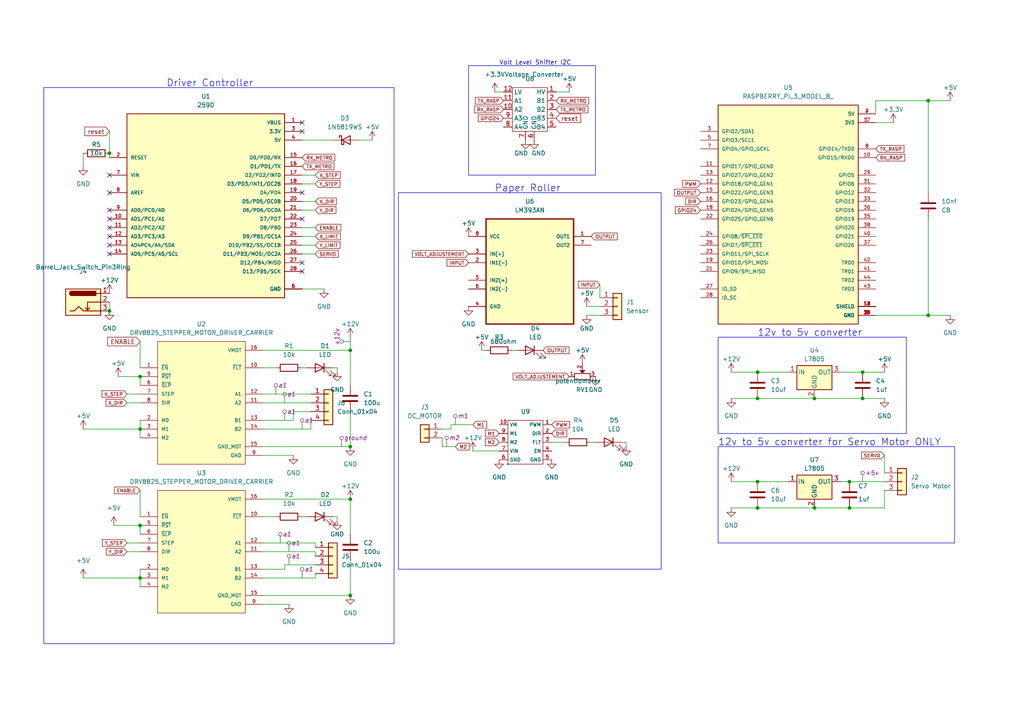
<source format=kicad_sch>
(kicad_sch (version 20230121) (generator eeschema)

  (uuid 627f0882-e008-4c00-812e-5be2b7d00f26)

  (paper "A4")

  (lib_symbols
    (symbol "Connector:Barrel_Jack_Switch_Pin3Ring" (pin_names hide) (in_bom yes) (on_board yes)
      (property "Reference" "J" (at 0 5.334 0)
        (effects (font (size 1.27 1.27)))
      )
      (property "Value" "Barrel_Jack_Switch_Pin3Ring" (at 0 -5.08 0)
        (effects (font (size 1.27 1.27)))
      )
      (property "Footprint" "" (at 1.27 -1.016 0)
        (effects (font (size 1.27 1.27)) hide)
      )
      (property "Datasheet" "~" (at 1.27 -1.016 0)
        (effects (font (size 1.27 1.27)) hide)
      )
      (property "ki_keywords" "DC power barrel jack connector" (at 0 0 0)
        (effects (font (size 1.27 1.27)) hide)
      )
      (property "ki_description" "DC Barrel Jack with an internal switch" (at 0 0 0)
        (effects (font (size 1.27 1.27)) hide)
      )
      (property "ki_fp_filters" "BarrelJack*" (at 0 0 0)
        (effects (font (size 1.27 1.27)) hide)
      )
      (symbol "Barrel_Jack_Switch_Pin3Ring_0_1"
        (rectangle (start -5.08 3.81) (end 5.08 -3.81)
          (stroke (width 0.254) (type default))
          (fill (type background))
        )
        (arc (start -3.302 3.175) (mid -3.9343 2.54) (end -3.302 1.905)
          (stroke (width 0.254) (type default))
          (fill (type none))
        )
        (arc (start -3.302 3.175) (mid -3.9343 2.54) (end -3.302 1.905)
          (stroke (width 0.254) (type default))
          (fill (type outline))
        )
        (polyline
          (pts
            (xy 1.27 -2.286)
            (xy 1.905 -1.651)
          )
          (stroke (width 0.254) (type default))
          (fill (type none))
        )
        (polyline
          (pts
            (xy 5.08 2.54)
            (xy 3.81 2.54)
          )
          (stroke (width 0.254) (type default))
          (fill (type none))
        )
        (polyline
          (pts
            (xy 5.08 0)
            (xy 1.27 0)
            (xy 1.27 -2.286)
            (xy 0.635 -1.651)
          )
          (stroke (width 0.254) (type default))
          (fill (type none))
        )
        (polyline
          (pts
            (xy -3.81 -2.54)
            (xy -2.54 -2.54)
            (xy -1.27 -1.27)
            (xy 0 -2.54)
            (xy 2.54 -2.54)
            (xy 5.08 -2.54)
          )
          (stroke (width 0.254) (type default))
          (fill (type none))
        )
        (rectangle (start 3.683 3.175) (end -3.302 1.905)
          (stroke (width 0.254) (type default))
          (fill (type outline))
        )
      )
      (symbol "Barrel_Jack_Switch_Pin3Ring_1_1"
        (pin passive line (at 7.62 2.54 180) (length 2.54)
          (name "~" (effects (font (size 1.27 1.27))))
          (number "1" (effects (font (size 1.27 1.27))))
        )
        (pin passive line (at 7.62 0 180) (length 2.54)
          (name "~" (effects (font (size 1.27 1.27))))
          (number "2" (effects (font (size 1.27 1.27))))
        )
        (pin passive line (at 7.62 -2.54 180) (length 2.54)
          (name "~" (effects (font (size 1.27 1.27))))
          (number "3" (effects (font (size 1.27 1.27))))
        )
      )
    )
    (symbol "Connector_Generic:Conn_01x02" (pin_names (offset 1.016) hide) (in_bom yes) (on_board yes)
      (property "Reference" "J" (at 0 2.54 0)
        (effects (font (size 1.27 1.27)))
      )
      (property "Value" "Conn_01x02" (at 0 -5.08 0)
        (effects (font (size 1.27 1.27)))
      )
      (property "Footprint" "" (at 0 0 0)
        (effects (font (size 1.27 1.27)) hide)
      )
      (property "Datasheet" "~" (at 0 0 0)
        (effects (font (size 1.27 1.27)) hide)
      )
      (property "ki_keywords" "connector" (at 0 0 0)
        (effects (font (size 1.27 1.27)) hide)
      )
      (property "ki_description" "Generic connector, single row, 01x02, script generated (kicad-library-utils/schlib/autogen/connector/)" (at 0 0 0)
        (effects (font (size 1.27 1.27)) hide)
      )
      (property "ki_fp_filters" "Connector*:*_1x??_*" (at 0 0 0)
        (effects (font (size 1.27 1.27)) hide)
      )
      (symbol "Conn_01x02_1_1"
        (rectangle (start -1.27 -2.413) (end 0 -2.667)
          (stroke (width 0.1524) (type default))
          (fill (type none))
        )
        (rectangle (start -1.27 0.127) (end 0 -0.127)
          (stroke (width 0.1524) (type default))
          (fill (type none))
        )
        (rectangle (start -1.27 1.27) (end 1.27 -3.81)
          (stroke (width 0.254) (type default))
          (fill (type background))
        )
        (pin passive line (at -5.08 0 0) (length 3.81)
          (name "Pin_1" (effects (font (size 1.27 1.27))))
          (number "1" (effects (font (size 1.27 1.27))))
        )
        (pin passive line (at -5.08 -2.54 0) (length 3.81)
          (name "Pin_2" (effects (font (size 1.27 1.27))))
          (number "2" (effects (font (size 1.27 1.27))))
        )
      )
    )
    (symbol "Connector_Generic:Conn_01x03" (pin_names (offset 1.016) hide) (in_bom yes) (on_board yes)
      (property "Reference" "J" (at 0 5.08 0)
        (effects (font (size 1.27 1.27)))
      )
      (property "Value" "Conn_01x03" (at 0 -5.08 0)
        (effects (font (size 1.27 1.27)))
      )
      (property "Footprint" "" (at 0 0 0)
        (effects (font (size 1.27 1.27)) hide)
      )
      (property "Datasheet" "~" (at 0 0 0)
        (effects (font (size 1.27 1.27)) hide)
      )
      (property "ki_keywords" "connector" (at 0 0 0)
        (effects (font (size 1.27 1.27)) hide)
      )
      (property "ki_description" "Generic connector, single row, 01x03, script generated (kicad-library-utils/schlib/autogen/connector/)" (at 0 0 0)
        (effects (font (size 1.27 1.27)) hide)
      )
      (property "ki_fp_filters" "Connector*:*_1x??_*" (at 0 0 0)
        (effects (font (size 1.27 1.27)) hide)
      )
      (symbol "Conn_01x03_1_1"
        (rectangle (start -1.27 -2.413) (end 0 -2.667)
          (stroke (width 0.1524) (type default))
          (fill (type none))
        )
        (rectangle (start -1.27 0.127) (end 0 -0.127)
          (stroke (width 0.1524) (type default))
          (fill (type none))
        )
        (rectangle (start -1.27 2.667) (end 0 2.413)
          (stroke (width 0.1524) (type default))
          (fill (type none))
        )
        (rectangle (start -1.27 3.81) (end 1.27 -3.81)
          (stroke (width 0.254) (type default))
          (fill (type background))
        )
        (pin passive line (at -5.08 2.54 0) (length 3.81)
          (name "Pin_1" (effects (font (size 1.27 1.27))))
          (number "1" (effects (font (size 1.27 1.27))))
        )
        (pin passive line (at -5.08 0 0) (length 3.81)
          (name "Pin_2" (effects (font (size 1.27 1.27))))
          (number "2" (effects (font (size 1.27 1.27))))
        )
        (pin passive line (at -5.08 -2.54 0) (length 3.81)
          (name "Pin_3" (effects (font (size 1.27 1.27))))
          (number "3" (effects (font (size 1.27 1.27))))
        )
      )
    )
    (symbol "Connector_Generic:Conn_01x04" (pin_names (offset 1.016) hide) (in_bom yes) (on_board yes)
      (property "Reference" "J" (at 0 5.08 0)
        (effects (font (size 1.27 1.27)))
      )
      (property "Value" "Conn_01x04" (at 0 -7.62 0)
        (effects (font (size 1.27 1.27)))
      )
      (property "Footprint" "" (at 0 0 0)
        (effects (font (size 1.27 1.27)) hide)
      )
      (property "Datasheet" "~" (at 0 0 0)
        (effects (font (size 1.27 1.27)) hide)
      )
      (property "ki_keywords" "connector" (at 0 0 0)
        (effects (font (size 1.27 1.27)) hide)
      )
      (property "ki_description" "Generic connector, single row, 01x04, script generated (kicad-library-utils/schlib/autogen/connector/)" (at 0 0 0)
        (effects (font (size 1.27 1.27)) hide)
      )
      (property "ki_fp_filters" "Connector*:*_1x??_*" (at 0 0 0)
        (effects (font (size 1.27 1.27)) hide)
      )
      (symbol "Conn_01x04_1_1"
        (rectangle (start -1.27 -4.953) (end 0 -5.207)
          (stroke (width 0.1524) (type default))
          (fill (type none))
        )
        (rectangle (start -1.27 -2.413) (end 0 -2.667)
          (stroke (width 0.1524) (type default))
          (fill (type none))
        )
        (rectangle (start -1.27 0.127) (end 0 -0.127)
          (stroke (width 0.1524) (type default))
          (fill (type none))
        )
        (rectangle (start -1.27 2.667) (end 0 2.413)
          (stroke (width 0.1524) (type default))
          (fill (type none))
        )
        (rectangle (start -1.27 3.81) (end 1.27 -6.35)
          (stroke (width 0.254) (type default))
          (fill (type background))
        )
        (pin passive line (at -5.08 2.54 0) (length 3.81)
          (name "Pin_1" (effects (font (size 1.27 1.27))))
          (number "1" (effects (font (size 1.27 1.27))))
        )
        (pin passive line (at -5.08 0 0) (length 3.81)
          (name "Pin_2" (effects (font (size 1.27 1.27))))
          (number "2" (effects (font (size 1.27 1.27))))
        )
        (pin passive line (at -5.08 -2.54 0) (length 3.81)
          (name "Pin_3" (effects (font (size 1.27 1.27))))
          (number "3" (effects (font (size 1.27 1.27))))
        )
        (pin passive line (at -5.08 -5.08 0) (length 3.81)
          (name "Pin_4" (effects (font (size 1.27 1.27))))
          (number "4" (effects (font (size 1.27 1.27))))
        )
      )
    )
    (symbol "Device:C" (pin_numbers hide) (pin_names (offset 0.254)) (in_bom yes) (on_board yes)
      (property "Reference" "C" (at 0.635 2.54 0)
        (effects (font (size 1.27 1.27)) (justify left))
      )
      (property "Value" "C" (at 0.635 -2.54 0)
        (effects (font (size 1.27 1.27)) (justify left))
      )
      (property "Footprint" "" (at 0.9652 -3.81 0)
        (effects (font (size 1.27 1.27)) hide)
      )
      (property "Datasheet" "~" (at 0 0 0)
        (effects (font (size 1.27 1.27)) hide)
      )
      (property "ki_keywords" "cap capacitor" (at 0 0 0)
        (effects (font (size 1.27 1.27)) hide)
      )
      (property "ki_description" "Unpolarized capacitor" (at 0 0 0)
        (effects (font (size 1.27 1.27)) hide)
      )
      (property "ki_fp_filters" "C_*" (at 0 0 0)
        (effects (font (size 1.27 1.27)) hide)
      )
      (symbol "C_0_1"
        (polyline
          (pts
            (xy -2.032 -0.762)
            (xy 2.032 -0.762)
          )
          (stroke (width 0.508) (type default))
          (fill (type none))
        )
        (polyline
          (pts
            (xy -2.032 0.762)
            (xy 2.032 0.762)
          )
          (stroke (width 0.508) (type default))
          (fill (type none))
        )
      )
      (symbol "C_1_1"
        (pin passive line (at 0 3.81 270) (length 2.794)
          (name "~" (effects (font (size 1.27 1.27))))
          (number "1" (effects (font (size 1.27 1.27))))
        )
        (pin passive line (at 0 -3.81 90) (length 2.794)
          (name "~" (effects (font (size 1.27 1.27))))
          (number "2" (effects (font (size 1.27 1.27))))
        )
      )
    )
    (symbol "Device:LED" (pin_numbers hide) (pin_names (offset 1.016) hide) (in_bom yes) (on_board yes)
      (property "Reference" "D" (at 0 2.54 0)
        (effects (font (size 1.27 1.27)))
      )
      (property "Value" "LED" (at 0 -2.54 0)
        (effects (font (size 1.27 1.27)))
      )
      (property "Footprint" "" (at 0 0 0)
        (effects (font (size 1.27 1.27)) hide)
      )
      (property "Datasheet" "~" (at 0 0 0)
        (effects (font (size 1.27 1.27)) hide)
      )
      (property "ki_keywords" "LED diode" (at 0 0 0)
        (effects (font (size 1.27 1.27)) hide)
      )
      (property "ki_description" "Light emitting diode" (at 0 0 0)
        (effects (font (size 1.27 1.27)) hide)
      )
      (property "ki_fp_filters" "LED* LED_SMD:* LED_THT:*" (at 0 0 0)
        (effects (font (size 1.27 1.27)) hide)
      )
      (symbol "LED_0_1"
        (polyline
          (pts
            (xy -1.27 -1.27)
            (xy -1.27 1.27)
          )
          (stroke (width 0.254) (type default))
          (fill (type none))
        )
        (polyline
          (pts
            (xy -1.27 0)
            (xy 1.27 0)
          )
          (stroke (width 0) (type default))
          (fill (type none))
        )
        (polyline
          (pts
            (xy 1.27 -1.27)
            (xy 1.27 1.27)
            (xy -1.27 0)
            (xy 1.27 -1.27)
          )
          (stroke (width 0.254) (type default))
          (fill (type none))
        )
        (polyline
          (pts
            (xy -3.048 -0.762)
            (xy -4.572 -2.286)
            (xy -3.81 -2.286)
            (xy -4.572 -2.286)
            (xy -4.572 -1.524)
          )
          (stroke (width 0) (type default))
          (fill (type none))
        )
        (polyline
          (pts
            (xy -1.778 -0.762)
            (xy -3.302 -2.286)
            (xy -2.54 -2.286)
            (xy -3.302 -2.286)
            (xy -3.302 -1.524)
          )
          (stroke (width 0) (type default))
          (fill (type none))
        )
      )
      (symbol "LED_1_1"
        (pin passive line (at -3.81 0 0) (length 2.54)
          (name "K" (effects (font (size 1.27 1.27))))
          (number "1" (effects (font (size 1.27 1.27))))
        )
        (pin passive line (at 3.81 0 180) (length 2.54)
          (name "A" (effects (font (size 1.27 1.27))))
          (number "2" (effects (font (size 1.27 1.27))))
        )
      )
    )
    (symbol "Device:R" (pin_numbers hide) (pin_names (offset 0)) (in_bom yes) (on_board yes)
      (property "Reference" "R" (at 2.032 0 90)
        (effects (font (size 1.27 1.27)))
      )
      (property "Value" "R" (at 0 0 90)
        (effects (font (size 1.27 1.27)))
      )
      (property "Footprint" "" (at -1.778 0 90)
        (effects (font (size 1.27 1.27)) hide)
      )
      (property "Datasheet" "~" (at 0 0 0)
        (effects (font (size 1.27 1.27)) hide)
      )
      (property "ki_keywords" "R res resistor" (at 0 0 0)
        (effects (font (size 1.27 1.27)) hide)
      )
      (property "ki_description" "Resistor" (at 0 0 0)
        (effects (font (size 1.27 1.27)) hide)
      )
      (property "ki_fp_filters" "R_*" (at 0 0 0)
        (effects (font (size 1.27 1.27)) hide)
      )
      (symbol "R_0_1"
        (rectangle (start -1.016 -2.54) (end 1.016 2.54)
          (stroke (width 0.254) (type default))
          (fill (type none))
        )
      )
      (symbol "R_1_1"
        (pin passive line (at 0 3.81 270) (length 1.27)
          (name "~" (effects (font (size 1.27 1.27))))
          (number "1" (effects (font (size 1.27 1.27))))
        )
        (pin passive line (at 0 -3.81 90) (length 1.27)
          (name "~" (effects (font (size 1.27 1.27))))
          (number "2" (effects (font (size 1.27 1.27))))
        )
      )
    )
    (symbol "Diode:1N5819WS" (pin_numbers hide) (pin_names (offset 1.016) hide) (in_bom yes) (on_board yes)
      (property "Reference" "D" (at 0 2.54 0)
        (effects (font (size 1.27 1.27)))
      )
      (property "Value" "1N5819WS" (at 0 -2.54 0)
        (effects (font (size 1.27 1.27)))
      )
      (property "Footprint" "Diode_SMD:D_SOD-323" (at 0 -4.445 0)
        (effects (font (size 1.27 1.27)) hide)
      )
      (property "Datasheet" "https://datasheet.lcsc.com/lcsc/2204281430_Guangdong-Hottech-1N5819WS_C191023.pdf" (at 0 0 0)
        (effects (font (size 1.27 1.27)) hide)
      )
      (property "ki_keywords" "diode Schottky" (at 0 0 0)
        (effects (font (size 1.27 1.27)) hide)
      )
      (property "ki_description" "40V 600mV@1A 1A SOD-323 Schottky Barrier Diodes, SOD-323" (at 0 0 0)
        (effects (font (size 1.27 1.27)) hide)
      )
      (property "ki_fp_filters" "D*SOD?323*" (at 0 0 0)
        (effects (font (size 1.27 1.27)) hide)
      )
      (symbol "1N5819WS_0_1"
        (polyline
          (pts
            (xy 1.27 0)
            (xy -1.27 0)
          )
          (stroke (width 0) (type default))
          (fill (type none))
        )
        (polyline
          (pts
            (xy 1.27 1.27)
            (xy 1.27 -1.27)
            (xy -1.27 0)
            (xy 1.27 1.27)
          )
          (stroke (width 0.254) (type default))
          (fill (type none))
        )
        (polyline
          (pts
            (xy -1.905 0.635)
            (xy -1.905 1.27)
            (xy -1.27 1.27)
            (xy -1.27 -1.27)
            (xy -0.635 -1.27)
            (xy -0.635 -0.635)
          )
          (stroke (width 0.254) (type default))
          (fill (type none))
        )
      )
      (symbol "1N5819WS_1_1"
        (pin passive line (at -3.81 0 0) (length 2.54)
          (name "K" (effects (font (size 1.27 1.27))))
          (number "1" (effects (font (size 1.27 1.27))))
        )
        (pin passive line (at 3.81 0 180) (length 2.54)
          (name "A" (effects (font (size 1.27 1.27))))
          (number "2" (effects (font (size 1.27 1.27))))
        )
      )
    )
    (symbol "Main_Library:2590" (pin_names (offset 1.016)) (in_bom yes) (on_board yes)
      (property "Reference" "U" (at -22.86 25.908 0)
        (effects (font (size 1.27 1.27)) (justify left bottom))
      )
      (property "Value" "2590" (at -22.86 -30.48 0)
        (effects (font (size 1.27 1.27)) (justify left bottom))
      )
      (property "Footprint" "2590:MODULE_2590" (at 0 0 0)
        (effects (font (size 1.27 1.27)) (justify bottom) hide)
      )
      (property "Datasheet" "" (at 0 0 0)
        (effects (font (size 1.27 1.27)) hide)
      )
      (property "MF" "Adafruit Industries" (at 0 0 0)
        (effects (font (size 1.27 1.27)) (justify bottom) hide)
      )
      (property "MAXIMUM_PACKAGE_HEIGHT" "4 mm" (at 0 0 0)
        (effects (font (size 1.27 1.27)) (justify bottom) hide)
      )
      (property "Package" "None" (at 0 0 0)
        (effects (font (size 1.27 1.27)) (justify bottom) hide)
      )
      (property "Price" "None" (at 0 0 0)
        (effects (font (size 1.27 1.27)) (justify bottom) hide)
      )
      (property "Check_prices" "https://www.snapeda.com/parts/2590/Adafruit+Industries+LLC/view-part/?ref=eda" (at 0 0 0)
        (effects (font (size 1.27 1.27)) (justify bottom) hide)
      )
      (property "STANDARD" "Manufacturer Recommendations" (at 0 0 0)
        (effects (font (size 1.27 1.27)) (justify bottom) hide)
      )
      (property "PARTREV" "N/A" (at 0 0 0)
        (effects (font (size 1.27 1.27)) (justify bottom) hide)
      )
      (property "SnapEDA_Link" "https://www.snapeda.com/parts/2590/Adafruit+Industries+LLC/view-part/?ref=snap" (at 0 0 0)
        (effects (font (size 1.27 1.27)) (justify bottom) hide)
      )
      (property "MP" "2590" (at 0 0 0)
        (effects (font (size 1.27 1.27)) (justify bottom) hide)
      )
      (property "Purchase-URL" "https://www.snapeda.com/api/url_track_click_mouser/?unipart_id=2766769&manufacturer=Adafruit Industries&part_name=2590&search_term=metro mini" (at 0 0 0)
        (effects (font (size 1.27 1.27)) (justify bottom) hide)
      )
      (property "Description" "\nATmega328, CP2102N METRO Mini 328 V2 AVR® ATmega AVR MCU 8-Bit Embedded Evaluation Board\n" (at 0 0 0)
        (effects (font (size 1.27 1.27)) (justify bottom) hide)
      )
      (property "Availability" "In Stock" (at 0 0 0)
        (effects (font (size 1.27 1.27)) (justify bottom) hide)
      )
      (property "MANUFACTURER" "Adafruit Industries LLC" (at 0 0 0)
        (effects (font (size 1.27 1.27)) (justify bottom) hide)
      )
      (symbol "2590_0_0"
        (rectangle (start -22.86 -27.94) (end 22.86 25.4)
          (stroke (width 0.254) (type default))
          (fill (type background))
        )
        (pin power_in line (at 27.94 22.86 180) (length 5.08)
          (name "VBUS" (effects (font (size 1.016 1.016))))
          (number "1" (effects (font (size 1.016 1.016))))
        )
        (pin bidirectional line (at -27.94 -5.08 0) (length 5.08)
          (name "AD1/PC1/A1" (effects (font (size 1.016 1.016))))
          (number "10" (effects (font (size 1.016 1.016))))
        )
        (pin bidirectional line (at -27.94 -7.62 0) (length 5.08)
          (name "AD2/PC2/A2" (effects (font (size 1.016 1.016))))
          (number "11" (effects (font (size 1.016 1.016))))
        )
        (pin bidirectional line (at -27.94 -10.16 0) (length 5.08)
          (name "AD3/PC3/A3" (effects (font (size 1.016 1.016))))
          (number "12" (effects (font (size 1.016 1.016))))
        )
        (pin bidirectional line (at -27.94 -12.7 0) (length 5.08)
          (name "AD4PC4/A4/SDA" (effects (font (size 1.016 1.016))))
          (number "13" (effects (font (size 1.016 1.016))))
        )
        (pin bidirectional line (at -27.94 -15.24 0) (length 5.08)
          (name "AD5/PC5/A5/SCL" (effects (font (size 1.016 1.016))))
          (number "14" (effects (font (size 1.016 1.016))))
        )
        (pin bidirectional line (at 27.94 12.7 180) (length 5.08)
          (name "D0/PD0/RX" (effects (font (size 1.016 1.016))))
          (number "15" (effects (font (size 1.016 1.016))))
        )
        (pin bidirectional line (at 27.94 10.16 180) (length 5.08)
          (name "D1/PD1/TX" (effects (font (size 1.016 1.016))))
          (number "16" (effects (font (size 1.016 1.016))))
        )
        (pin bidirectional line (at 27.94 7.62 180) (length 5.08)
          (name "D2/PD2/INT0" (effects (font (size 1.016 1.016))))
          (number "17" (effects (font (size 1.016 1.016))))
        )
        (pin bidirectional line (at 27.94 5.08 180) (length 5.08)
          (name "D3/PD3/INT1/OC2B" (effects (font (size 1.016 1.016))))
          (number "18" (effects (font (size 1.016 1.016))))
        )
        (pin bidirectional line (at 27.94 2.54 180) (length 5.08)
          (name "D4/PD4" (effects (font (size 1.016 1.016))))
          (number "19" (effects (font (size 1.016 1.016))))
        )
        (pin input line (at -27.94 12.7 0) (length 5.08)
          (name "RESET" (effects (font (size 1.016 1.016))))
          (number "2" (effects (font (size 1.016 1.016))))
        )
        (pin bidirectional line (at 27.94 0 180) (length 5.08)
          (name "D5/PD5/OC0B" (effects (font (size 1.016 1.016))))
          (number "20" (effects (font (size 1.016 1.016))))
        )
        (pin bidirectional line (at 27.94 -2.54 180) (length 5.08)
          (name "D6/PD6/OC0A" (effects (font (size 1.016 1.016))))
          (number "21" (effects (font (size 1.016 1.016))))
        )
        (pin bidirectional line (at 27.94 -5.08 180) (length 5.08)
          (name "D7/PD7" (effects (font (size 1.016 1.016))))
          (number "22" (effects (font (size 1.016 1.016))))
        )
        (pin bidirectional line (at 27.94 -7.62 180) (length 5.08)
          (name "D8/PB0" (effects (font (size 1.016 1.016))))
          (number "23" (effects (font (size 1.016 1.016))))
        )
        (pin bidirectional line (at 27.94 -10.16 180) (length 5.08)
          (name "D9/PB1/OC1A" (effects (font (size 1.016 1.016))))
          (number "24" (effects (font (size 1.016 1.016))))
        )
        (pin bidirectional line (at 27.94 -12.7 180) (length 5.08)
          (name "D10/PB2/SS/OC1B" (effects (font (size 1.016 1.016))))
          (number "25" (effects (font (size 1.016 1.016))))
        )
        (pin bidirectional line (at 27.94 -15.24 180) (length 5.08)
          (name "D11/PB3/MOSI/OC2A" (effects (font (size 1.016 1.016))))
          (number "26" (effects (font (size 1.016 1.016))))
        )
        (pin bidirectional line (at 27.94 -17.78 180) (length 5.08)
          (name "D12/PB4/MISO" (effects (font (size 1.016 1.016))))
          (number "27" (effects (font (size 1.016 1.016))))
        )
        (pin bidirectional line (at 27.94 -20.32 180) (length 5.08)
          (name "D13/PB5/SCK" (effects (font (size 1.016 1.016))))
          (number "28" (effects (font (size 1.016 1.016))))
        )
        (pin power_in line (at 27.94 20.32 180) (length 5.08)
          (name "3.3V" (effects (font (size 1.016 1.016))))
          (number "3" (effects (font (size 1.016 1.016))))
        )
        (pin power_in line (at 27.94 17.78 180) (length 5.08)
          (name "5V" (effects (font (size 1.016 1.016))))
          (number "4" (effects (font (size 1.016 1.016))))
        )
        (pin power_in line (at 27.94 -25.4 180) (length 5.08)
          (name "GND" (effects (font (size 1.016 1.016))))
          (number "5" (effects (font (size 1.016 1.016))))
        )
        (pin power_in line (at 27.94 -25.4 180) (length 5.08)
          (name "GND" (effects (font (size 1.016 1.016))))
          (number "6" (effects (font (size 1.016 1.016))))
        )
        (pin input line (at -27.94 7.62 0) (length 5.08)
          (name "VIN" (effects (font (size 1.016 1.016))))
          (number "7" (effects (font (size 1.016 1.016))))
        )
        (pin input line (at -27.94 2.54 0) (length 5.08)
          (name "AREF" (effects (font (size 1.016 1.016))))
          (number "8" (effects (font (size 1.016 1.016))))
        )
        (pin bidirectional line (at -27.94 -2.54 0) (length 5.08)
          (name "AD0/PC0/A0" (effects (font (size 1.016 1.016))))
          (number "9" (effects (font (size 1.016 1.016))))
        )
      )
    )
    (symbol "Main_Library:DC_MOTOR_DRIVER" (in_bom yes) (on_board yes)
      (property "Reference" "U" (at 5.08 13.97 0)
        (effects (font (size 1.27 1.27)))
      )
      (property "Value" "" (at 0 0 0)
        (effects (font (size 1.27 1.27)))
      )
      (property "Footprint" "" (at 0 0 0)
        (effects (font (size 1.27 1.27)) hide)
      )
      (property "Datasheet" "" (at 0 0 0)
        (effects (font (size 1.27 1.27)) hide)
      )
      (symbol "DC_MOTOR_DRIVER_0_1"
        (rectangle (start 0 12.7) (end 10.16 0)
          (stroke (width 0) (type default))
          (fill (type none))
        )
      )
      (symbol "DC_MOTOR_DRIVER_1_0"
        (pin input line (at -2.54 11.43 0) (length 2.54)
          (name "VM" (effects (font (size 1 1))))
          (number "10" (effects (font (size 1 1))))
        )
        (pin input line (at 12.7 6.35 180) (length 2.54)
          (name "FLT" (effects (font (size 1 1))))
          (number "3" (effects (font (size 1 1))))
        )
        (pin input line (at 12.7 3.81 180) (length 2.54)
          (name "EN" (effects (font (size 1 1))))
          (number "4" (effects (font (size 1 1))))
        )
        (pin input line (at 12.7 1.27 180) (length 2.54)
          (name "GND" (effects (font (size 1 1))))
          (number "5" (effects (font (size 1 1))))
        )
        (pin input line (at -2.54 1.27 0) (length 2.54)
          (name "GND" (effects (font (size 1 1))))
          (number "6" (effects (font (size 1 1))))
        )
        (pin input line (at -2.54 3.81 0) (length 2.54)
          (name "VIN" (effects (font (size 1 1))))
          (number "7" (effects (font (size 1 1))))
        )
        (pin input line (at -2.54 6.35 0) (length 2.54)
          (name "M2" (effects (font (size 1 1))))
          (number "8" (effects (font (size 1 1))))
        )
        (pin input line (at -2.54 8.89 0) (length 2.54)
          (name "M1" (effects (font (size 1 1))))
          (number "9" (effects (font (size 1 1))))
        )
      )
      (symbol "DC_MOTOR_DRIVER_1_1"
        (pin input line (at 12.7 11.43 180) (length 2.54)
          (name "PWM" (effects (font (size 1 1))))
          (number "1" (effects (font (size 1 1))))
        )
        (pin input line (at 12.7 8.89 180) (length 2.54)
          (name "DIR" (effects (font (size 1 1))))
          (number "2" (effects (font (size 1 1))))
        )
      )
    )
    (symbol "Main_Library:DRV8825_STEPPER_MOTOR_DRIVER_CARRIER" (pin_names (offset 1.016)) (in_bom yes) (on_board yes)
      (property "Reference" "U" (at -12.7 18.542 0)
        (effects (font (size 1.27 1.27)) (justify left bottom))
      )
      (property "Value" "DRV8825_STEPPER_MOTOR_DRIVER_CARRIER" (at -12.7 -20.32 0)
        (effects (font (size 1.27 1.27)) (justify left bottom))
      )
      (property "Footprint" "" (at 0 0 0)
        (effects (font (size 1.27 1.27)) (justify bottom) hide)
      )
      (property "Datasheet" "" (at 0 0 0)
        (effects (font (size 1.27 1.27)) hide)
      )
      (property "MF" "Pololu" (at 0 0 0)
        (effects (font (size 1.27 1.27)) (justify bottom) hide)
      )
      (property "DESCRIPTION" "Stepper motor controler; IC: DRV8825; 1.5A; Uin mot: 8.2÷45V" (at 0 0 0)
        (effects (font (size 1.27 1.27)) (justify bottom) hide)
      )
      (property "PACKAGE" "None" (at 0 0 0)
        (effects (font (size 1.27 1.27)) (justify bottom) hide)
      )
      (property "PRICE" "None" (at 0 0 0)
        (effects (font (size 1.27 1.27)) (justify bottom) hide)
      )
      (property "Package" "None" (at 0 0 0)
        (effects (font (size 1.27 1.27)) (justify bottom) hide)
      )
      (property "Check_prices" "https://www.snapeda.com/parts/DRV8825%20STEPPER%20MOTOR%20DRIVER%20CARRIER/Pololu/view-part/?ref=eda" (at 0 0 0)
        (effects (font (size 1.27 1.27)) (justify bottom) hide)
      )
      (property "Price" "None" (at 0 0 0)
        (effects (font (size 1.27 1.27)) (justify bottom) hide)
      )
      (property "SnapEDA_Link" "https://www.snapeda.com/parts/DRV8825%20STEPPER%20MOTOR%20DRIVER%20CARRIER/Pololu/view-part/?ref=snap" (at 0 0 0)
        (effects (font (size 1.27 1.27)) (justify bottom) hide)
      )
      (property "MP" "DRV8825 STEPPER MOTOR DRIVER CARRIER" (at 0 0 0)
        (effects (font (size 1.27 1.27)) (justify bottom) hide)
      )
      (property "Availability" "Not in stock" (at 0 0 0)
        (effects (font (size 1.27 1.27)) (justify bottom) hide)
      )
      (property "AVAILABILITY" "Unavailable" (at 0 0 0)
        (effects (font (size 1.27 1.27)) (justify bottom) hide)
      )
      (property "Description" "\nStepper, Bipolar 8.2 ~ 45VDC Supply 1.5A 8.2 ~ 45V Load\n" (at 0 0 0)
        (effects (font (size 1.27 1.27)) (justify bottom) hide)
      )
      (symbol "DRV8825_STEPPER_MOTOR_DRIVER_CARRIER_0_0"
        (rectangle (start -12.7 -17.78) (end 12.7 17.78)
          (stroke (width 0.1524) (type default))
          (fill (type background))
        )
        (pin input line (at -17.78 10.16 0) (length 5.08)
          (name "~{EN}" (effects (font (size 1.016 1.016))))
          (number "1" (effects (font (size 1.016 1.016))))
        )
        (pin output line (at 17.78 10.16 180) (length 5.08)
          (name "~{FLT}" (effects (font (size 1.016 1.016))))
          (number "10" (effects (font (size 1.016 1.016))))
        )
        (pin output line (at 17.78 0 180) (length 5.08)
          (name "A2" (effects (font (size 1.016 1.016))))
          (number "11" (effects (font (size 1.016 1.016))))
        )
        (pin output line (at 17.78 2.54 180) (length 5.08)
          (name "A1" (effects (font (size 1.016 1.016))))
          (number "12" (effects (font (size 1.016 1.016))))
        )
        (pin output line (at 17.78 -5.08 180) (length 5.08)
          (name "B1" (effects (font (size 1.016 1.016))))
          (number "13" (effects (font (size 1.016 1.016))))
        )
        (pin output line (at 17.78 -7.62 180) (length 5.08)
          (name "B2" (effects (font (size 1.016 1.016))))
          (number "14" (effects (font (size 1.016 1.016))))
        )
        (pin power_in line (at 17.78 -12.7 180) (length 5.08)
          (name "GND_MOT" (effects (font (size 1.016 1.016))))
          (number "15" (effects (font (size 1.016 1.016))))
        )
        (pin power_in line (at 17.78 15.24 180) (length 5.08)
          (name "VMOT" (effects (font (size 1.016 1.016))))
          (number "16" (effects (font (size 1.016 1.016))))
        )
        (pin input line (at -17.78 -5.08 0) (length 5.08)
          (name "M0" (effects (font (size 1.016 1.016))))
          (number "2" (effects (font (size 1.016 1.016))))
        )
        (pin input line (at -17.78 -7.62 0) (length 5.08)
          (name "M1" (effects (font (size 1.016 1.016))))
          (number "3" (effects (font (size 1.016 1.016))))
        )
        (pin input line (at -17.78 -10.16 0) (length 5.08)
          (name "M2" (effects (font (size 1.016 1.016))))
          (number "4" (effects (font (size 1.016 1.016))))
        )
        (pin input line (at -17.78 7.62 0) (length 5.08)
          (name "~{RST}" (effects (font (size 1.016 1.016))))
          (number "5" (effects (font (size 1.016 1.016))))
        )
        (pin input line (at -17.78 5.08 0) (length 5.08)
          (name "~{SLP}" (effects (font (size 1.016 1.016))))
          (number "6" (effects (font (size 1.016 1.016))))
        )
        (pin input line (at -17.78 2.54 0) (length 5.08)
          (name "STEP" (effects (font (size 1.016 1.016))))
          (number "7" (effects (font (size 1.016 1.016))))
        )
        (pin input line (at -17.78 0 0) (length 5.08)
          (name "DIR" (effects (font (size 1.016 1.016))))
          (number "8" (effects (font (size 1.016 1.016))))
        )
        (pin power_in line (at 17.78 -15.24 180) (length 5.08)
          (name "GND" (effects (font (size 1.016 1.016))))
          (number "9" (effects (font (size 1.016 1.016))))
        )
      )
    )
    (symbol "Main_Library:LEVEL_CONVERTER" (in_bom yes) (on_board yes)
      (property "Reference" "U8" (at 0 11.43 0)
        (effects (font (size 1.27 1.27)))
      )
      (property "Value" "~" (at 0 1.27 0)
        (effects (font (size 1.27 1.27)))
      )
      (property "Footprint" "Main Library:VOLTAGE LEVEL SHIFTER CONVERTER" (at 1.27 -8.89 0)
        (effects (font (size 1.27 1.27)) hide)
      )
      (property "Datasheet" "" (at 0 0 0)
        (effects (font (size 1.27 1.27)) hide)
      )
      (symbol "LEVEL_CONVERTER_0_1"
        (rectangle (start -5.08 8.89) (end 5.08 -3.81)
          (stroke (width 0) (type default))
          (fill (type none))
        )
      )
      (symbol "LEVEL_CONVERTER_1_1"
        (pin input line (at 7.62 7.62 180) (length 2.54)
          (name "HV" (effects (font (size 1.27 1.27))))
          (number "1" (effects (font (size 1.27 1.27))))
        )
        (pin input line (at -7.62 2.54 0) (length 2.54)
          (name "A2" (effects (font (size 1.27 1.27))))
          (number "10" (effects (font (size 1.27 1.27))))
        )
        (pin input line (at -7.62 5.08 0) (length 2.54)
          (name "A1" (effects (font (size 1.27 1.27))))
          (number "11" (effects (font (size 1.27 1.27))))
        )
        (pin input line (at -7.62 7.62 0) (length 2.54)
          (name "LV" (effects (font (size 1.27 1.27))))
          (number "12" (effects (font (size 1.27 1.27))))
        )
        (pin input line (at 7.62 5.08 180) (length 2.54)
          (name "B1" (effects (font (size 1.27 1.27))))
          (number "2" (effects (font (size 1.27 1.27))))
        )
        (pin input line (at 7.62 2.54 180) (length 2.54)
          (name "B2" (effects (font (size 1.27 1.27))))
          (number "3" (effects (font (size 1.27 1.27))))
        )
        (pin input line (at 7.62 0 180) (length 2.54)
          (name "B3" (effects (font (size 1.27 1.27))))
          (number "4" (effects (font (size 1.27 1.27))))
        )
        (pin input line (at 7.62 -2.54 180) (length 2.54)
          (name "B4" (effects (font (size 1.27 1.27))))
          (number "5" (effects (font (size 1.27 1.27))))
        )
        (pin input line (at 1.27 -6.35 90) (length 2.54)
          (name "GND" (effects (font (size 1.27 1.27))))
          (number "6" (effects (font (size 1.27 1.27))))
        )
        (pin input line (at -1.27 -6.35 90) (length 2.54)
          (name "GND" (effects (font (size 1.27 1.27))))
          (number "7" (effects (font (size 1.27 1.27))))
        )
        (pin input line (at -7.62 -2.54 0) (length 2.54)
          (name "A4" (effects (font (size 1.27 1.27))))
          (number "8" (effects (font (size 1.27 1.27))))
        )
        (pin input line (at -7.62 0 0) (length 2.54)
          (name "A3" (effects (font (size 1.27 1.27))))
          (number "9" (effects (font (size 1.27 1.27))))
        )
      )
    )
    (symbol "Main_Library:LM393AN" (pin_names (offset 1.016)) (in_bom yes) (on_board yes)
      (property "Reference" "U" (at -5.3698 15.0659 0)
        (effects (font (size 1.27 1.27)) (justify left bottom))
      )
      (property "Value" "LM393AN" (at -2.8234 -22.7402 0)
        (effects (font (size 1.27 1.27)) (justify left bottom))
      )
      (property "Footprint" "" (at 27.94 -17.78 0)
        (effects (font (size 1.27 1.27)) (justify bottom) hide)
      )
      (property "Datasheet" "" (at 29.21 -21.59 0)
        (effects (font (size 1.27 1.27)) hide)
      )
      (property "MF" "" (at 2.54 -29.21 0)
        (effects (font (size 1.27 1.27)) (justify bottom) hide)
      )
      (property "Description" "" (at 0 -27.94 0)
        (effects (font (size 1.27 1.27)) (justify bottom) hide)
      )
      (property "PACKAGE" "" (at 29.21 -21.59 0)
        (effects (font (size 1.27 1.27)) (justify bottom) hide)
      )
      (property "MPN" "" (at 29.21 -21.59 0)
        (effects (font (size 1.27 1.27)) (justify bottom) hide)
      )
      (property "Price" "" (at 11.43 -19.05 0)
        (effects (font (size 1.27 1.27)) (justify bottom) hide)
      )
      (property "Package" "" (at 29.21 -21.59 0)
        (effects (font (size 1.27 1.27)) (justify bottom) hide)
      )
      (property "OC_FARNELL" "" (at 29.21 -21.59 0)
        (effects (font (size 1.27 1.27)) (justify bottom) hide)
      )
      (property "SnapEDA_Link" "" (at 0 -27.94 0)
        (effects (font (size 1.27 1.27)) (justify bottom) hide)
      )
      (property "MP" "" (at 29.21 -21.59 0)
        (effects (font (size 1.27 1.27)) (justify bottom) hide)
      )
      (property "Purchase-URL" "" (at 29.21 -21.59 0)
        (effects (font (size 1.27 1.27)) (justify bottom) hide)
      )
      (property "SUPPLIER" "" (at 29.21 -21.59 0)
        (effects (font (size 1.27 1.27)) (justify bottom) hide)
      )
      (property "OC_NEWARK" "" (at 29.21 -21.59 0)
        (effects (font (size 1.27 1.27)) (justify bottom) hide)
      )
      (property "Availability" "" (at 29.21 -21.59 0)
        (effects (font (size 1.27 1.27)) (justify bottom) hide)
      )
      (property "Check_prices" "" (at 0 -27.94 0)
        (effects (font (size 1.27 1.27)) (justify bottom) hide)
      )
      (symbol "LM393AN_0_0"
        (rectangle (start -12.7 12.7) (end 12.7 -17.78)
          (stroke (width 0.4064) (type default))
          (fill (type background))
        )
        (pin output line (at 17.78 7.62 180) (length 5.08)
          (name "OUT1" (effects (font (size 1.016 1.016))))
          (number "1" (effects (font (size 1.016 1.016))))
        )
        (pin input line (at -17.78 0 0) (length 5.08)
          (name "IN1(-)" (effects (font (size 1.016 1.016))))
          (number "2" (effects (font (size 1.016 1.016))))
        )
        (pin input line (at -17.78 2.54 0) (length 5.08)
          (name "IN(+)" (effects (font (size 1.016 1.016))))
          (number "3" (effects (font (size 1.016 1.016))))
        )
        (pin passive line (at -17.78 -12.7 0) (length 5.08)
          (name "GND" (effects (font (size 1.016 1.016))))
          (number "4" (effects (font (size 1.016 1.016))))
        )
        (pin input line (at -17.78 -5.08 0) (length 5.08)
          (name "IN2(+)" (effects (font (size 1.016 1.016))))
          (number "5" (effects (font (size 1.016 1.016))))
        )
        (pin input line (at -17.78 -7.62 0) (length 5.08)
          (name "IN2(-)" (effects (font (size 1.016 1.016))))
          (number "6" (effects (font (size 1.016 1.016))))
        )
        (pin output line (at 17.78 5.08 180) (length 5.08)
          (name "OUT2" (effects (font (size 1.016 1.016))))
          (number "7" (effects (font (size 1.016 1.016))))
        )
        (pin power_in line (at -17.78 7.62 0) (length 5.08)
          (name "VCC" (effects (font (size 1.016 1.016))))
          (number "8" (effects (font (size 1.016 1.016))))
        )
      )
    )
    (symbol "Main_Library:RASPBERRY_PI_3_MODEL_B_" (pin_names (offset 1.016)) (in_bom yes) (on_board yes)
      (property "Reference" "U" (at -20.32 33.528 0)
        (effects (font (size 1.27 1.27)) (justify left bottom))
      )
      (property "Value" "RASPBERRY_PI_3_MODEL_B_" (at -20.32 -33.02 0)
        (effects (font (size 1.27 1.27)) (justify left bottom))
      )
      (property "Footprint" "RASPBERRY_PI_3_MODEL_B_:MODULE_RASPBERRY_PI_3_MODEL_B_" (at 0 0 0)
        (effects (font (size 1.27 1.27)) (justify bottom) hide)
      )
      (property "Datasheet" "" (at 0 0 0)
        (effects (font (size 1.27 1.27)) hide)
      )
      (property "MF" "Raspberry Pi" (at 0 0 0)
        (effects (font (size 1.27 1.27)) (justify bottom) hide)
      )
      (property "MAXIMUM_PACKAGE_HEIGHT" "16 mm" (at 0 0 0)
        (effects (font (size 1.27 1.27)) (justify bottom) hide)
      )
      (property "Package" "Raspberry Pi" (at 0 0 0)
        (effects (font (size 1.27 1.27)) (justify bottom) hide)
      )
      (property "Price" "None" (at 0 0 0)
        (effects (font (size 1.27 1.27)) (justify bottom) hide)
      )
      (property "Check_prices" "https://www.snapeda.com/parts/RASPBERRY%20PI%203%20MODEL%20B+/Raspberry+Pi/view-part/?ref=eda" (at 0 0 0)
        (effects (font (size 1.27 1.27)) (justify bottom) hide)
      )
      (property "STANDARD" "Manufacturer Recommendations" (at 0 0 0)
        (effects (font (size 1.27 1.27)) (justify bottom) hide)
      )
      (property "PARTREV" "N/A" (at 0 0 0)
        (effects (font (size 1.27 1.27)) (justify bottom) hide)
      )
      (property "SnapEDA_Link" "https://www.snapeda.com/parts/RASPBERRY%20PI%203%20MODEL%20B+/Raspberry+Pi/view-part/?ref=snap" (at 0 0 0)
        (effects (font (size 1.27 1.27)) (justify bottom) hide)
      )
      (property "MP" "RASPBERRY PI 3 MODEL B+" (at 0 0 0)
        (effects (font (size 1.27 1.27)) (justify bottom) hide)
      )
      (property "Description" "\nSingle Board Computer, Model B+ 1GB RAM,Raspberry Pi 3 Series | Raspberry Pi RASPBERRY PI 3 MODEL B+\n" (at 0 0 0)
        (effects (font (size 1.27 1.27)) (justify bottom) hide)
      )
      (property "SNAPEDA_PN" "RASPBERRY PI 3 MODEL B+" (at 0 0 0)
        (effects (font (size 1.27 1.27)) (justify bottom) hide)
      )
      (property "Availability" "Not in stock" (at 0 0 0)
        (effects (font (size 1.27 1.27)) (justify bottom) hide)
      )
      (property "MANUFACTURER" "Raspberry Pi" (at 0 0 0)
        (effects (font (size 1.27 1.27)) (justify bottom) hide)
      )
      (symbol "RASPBERRY_PI_3_MODEL_B__0_0"
        (rectangle (start -20.32 -30.48) (end 20.32 33.02)
          (stroke (width 0.254) (type default))
          (fill (type background))
        )
        (pin power_in line (at 25.4 27.94 180) (length 5.08)
          (name "3V3" (effects (font (size 1.016 1.016))))
          (number "1" (effects (font (size 1.016 1.016))))
        )
        (pin bidirectional line (at 25.4 17.78 180) (length 5.08)
          (name "GPIO15/RXD0" (effects (font (size 1.016 1.016))))
          (number "10" (effects (font (size 1.016 1.016))))
        )
        (pin bidirectional line (at -25.4 15.24 0) (length 5.08)
          (name "GPIO17/GPIO_GEN0" (effects (font (size 1.016 1.016))))
          (number "11" (effects (font (size 1.016 1.016))))
        )
        (pin bidirectional line (at -25.4 10.16 0) (length 5.08)
          (name "GPIO18/GPIO_GEN1" (effects (font (size 1.016 1.016))))
          (number "12" (effects (font (size 1.016 1.016))))
        )
        (pin bidirectional line (at -25.4 12.7 0) (length 5.08)
          (name "GPIO27/GPIO_GEN2" (effects (font (size 1.016 1.016))))
          (number "13" (effects (font (size 1.016 1.016))))
        )
        (pin power_in line (at 25.4 -27.94 180) (length 5.08)
          (name "GND" (effects (font (size 1.016 1.016))))
          (number "14" (effects (font (size 1.016 1.016))))
        )
        (pin bidirectional line (at -25.4 7.62 0) (length 5.08)
          (name "GPIO22/GPIO_GEN3" (effects (font (size 1.016 1.016))))
          (number "15" (effects (font (size 1.016 1.016))))
        )
        (pin bidirectional line (at -25.4 5.08 0) (length 5.08)
          (name "GPIO23/GPIO_GEN4" (effects (font (size 1.016 1.016))))
          (number "16" (effects (font (size 1.016 1.016))))
        )
        (pin power_in line (at 25.4 27.94 180) (length 5.08)
          (name "3V3" (effects (font (size 1.016 1.016))))
          (number "17" (effects (font (size 1.016 1.016))))
        )
        (pin bidirectional line (at -25.4 2.54 0) (length 5.08)
          (name "GPIO24/GPIO_GEN5" (effects (font (size 1.016 1.016))))
          (number "18" (effects (font (size 1.016 1.016))))
        )
        (pin bidirectional line (at -25.4 -12.7 0) (length 5.08)
          (name "GPIO10/SPI_MOSI" (effects (font (size 1.016 1.016))))
          (number "19" (effects (font (size 1.016 1.016))))
        )
        (pin power_in line (at 25.4 30.48 180) (length 5.08)
          (name "5V" (effects (font (size 1.016 1.016))))
          (number "2" (effects (font (size 1.016 1.016))))
        )
        (pin power_in line (at 25.4 -27.94 180) (length 5.08)
          (name "GND" (effects (font (size 1.016 1.016))))
          (number "20" (effects (font (size 1.016 1.016))))
        )
        (pin bidirectional line (at -25.4 -15.24 0) (length 5.08)
          (name "GPIO9/SPI_MISO" (effects (font (size 1.016 1.016))))
          (number "21" (effects (font (size 1.016 1.016))))
        )
        (pin bidirectional line (at -25.4 0 0) (length 5.08)
          (name "GPIO25/GPIO_GEN6" (effects (font (size 1.016 1.016))))
          (number "22" (effects (font (size 1.016 1.016))))
        )
        (pin bidirectional line (at -25.4 -10.16 0) (length 5.08)
          (name "GPIO11/SPI_SCLK" (effects (font (size 1.016 1.016))))
          (number "23" (effects (font (size 1.016 1.016))))
        )
        (pin bidirectional line (at -25.4 -5.08 0) (length 5.08)
          (name "GPIO8/~{SPI_CE0}" (effects (font (size 1.016 1.016))))
          (number "24" (effects (font (size 1.016 1.016))))
        )
        (pin power_in line (at 25.4 -27.94 180) (length 5.08)
          (name "GND" (effects (font (size 1.016 1.016))))
          (number "25" (effects (font (size 1.016 1.016))))
        )
        (pin bidirectional line (at -25.4 -7.62 0) (length 5.08)
          (name "GPIO7/~{SPI_CE1}" (effects (font (size 1.016 1.016))))
          (number "26" (effects (font (size 1.016 1.016))))
        )
        (pin bidirectional line (at -25.4 -20.32 0) (length 5.08)
          (name "ID_SD" (effects (font (size 1.016 1.016))))
          (number "27" (effects (font (size 1.016 1.016))))
        )
        (pin bidirectional line (at -25.4 -22.86 0) (length 5.08)
          (name "ID_SC" (effects (font (size 1.016 1.016))))
          (number "28" (effects (font (size 1.016 1.016))))
        )
        (pin bidirectional line (at 25.4 12.7 180) (length 5.08)
          (name "GPIO5" (effects (font (size 1.016 1.016))))
          (number "29" (effects (font (size 1.016 1.016))))
        )
        (pin bidirectional line (at -25.4 25.4 0) (length 5.08)
          (name "GPIO2/SDA1" (effects (font (size 1.016 1.016))))
          (number "3" (effects (font (size 1.016 1.016))))
        )
        (pin power_in line (at 25.4 -27.94 180) (length 5.08)
          (name "GND" (effects (font (size 1.016 1.016))))
          (number "30" (effects (font (size 1.016 1.016))))
        )
        (pin bidirectional line (at 25.4 10.16 180) (length 5.08)
          (name "GPIO6" (effects (font (size 1.016 1.016))))
          (number "31" (effects (font (size 1.016 1.016))))
        )
        (pin bidirectional line (at 25.4 7.62 180) (length 5.08)
          (name "GPIO12" (effects (font (size 1.016 1.016))))
          (number "32" (effects (font (size 1.016 1.016))))
        )
        (pin bidirectional line (at 25.4 5.08 180) (length 5.08)
          (name "GPIO13" (effects (font (size 1.016 1.016))))
          (number "33" (effects (font (size 1.016 1.016))))
        )
        (pin power_in line (at 25.4 -27.94 180) (length 5.08)
          (name "GND" (effects (font (size 1.016 1.016))))
          (number "34" (effects (font (size 1.016 1.016))))
        )
        (pin bidirectional line (at 25.4 0 180) (length 5.08)
          (name "GPIO19" (effects (font (size 1.016 1.016))))
          (number "35" (effects (font (size 1.016 1.016))))
        )
        (pin bidirectional line (at 25.4 2.54 180) (length 5.08)
          (name "GPIO16" (effects (font (size 1.016 1.016))))
          (number "36" (effects (font (size 1.016 1.016))))
        )
        (pin bidirectional line (at 25.4 -7.62 180) (length 5.08)
          (name "GPIO26" (effects (font (size 1.016 1.016))))
          (number "37" (effects (font (size 1.016 1.016))))
        )
        (pin bidirectional line (at 25.4 -2.54 180) (length 5.08)
          (name "GPIO20" (effects (font (size 1.016 1.016))))
          (number "38" (effects (font (size 1.016 1.016))))
        )
        (pin power_in line (at 25.4 -27.94 180) (length 5.08)
          (name "GND" (effects (font (size 1.016 1.016))))
          (number "39" (effects (font (size 1.016 1.016))))
        )
        (pin power_in line (at 25.4 30.48 180) (length 5.08)
          (name "5V" (effects (font (size 1.016 1.016))))
          (number "4" (effects (font (size 1.016 1.016))))
        )
        (pin bidirectional line (at 25.4 -5.08 180) (length 5.08)
          (name "GPIO21" (effects (font (size 1.016 1.016))))
          (number "40" (effects (font (size 1.016 1.016))))
        )
        (pin bidirectional line (at 25.4 -15.24 180) (length 5.08)
          (name "TR01" (effects (font (size 1.016 1.016))))
          (number "41" (effects (font (size 1.016 1.016))))
        )
        (pin bidirectional line (at 25.4 -12.7 180) (length 5.08)
          (name "TR00" (effects (font (size 1.016 1.016))))
          (number "42" (effects (font (size 1.016 1.016))))
        )
        (pin bidirectional line (at 25.4 -20.32 180) (length 5.08)
          (name "TR03" (effects (font (size 1.016 1.016))))
          (number "43" (effects (font (size 1.016 1.016))))
        )
        (pin bidirectional line (at 25.4 -17.78 180) (length 5.08)
          (name "TR02" (effects (font (size 1.016 1.016))))
          (number "44" (effects (font (size 1.016 1.016))))
        )
        (pin bidirectional line (at -25.4 22.86 0) (length 5.08)
          (name "GPIO3/SCL1" (effects (font (size 1.016 1.016))))
          (number "5" (effects (font (size 1.016 1.016))))
        )
        (pin power_in line (at 25.4 -27.94 180) (length 5.08)
          (name "GND" (effects (font (size 1.016 1.016))))
          (number "6" (effects (font (size 1.016 1.016))))
        )
        (pin bidirectional line (at -25.4 20.32 0) (length 5.08)
          (name "GPIO4/GPIO_GCKL" (effects (font (size 1.016 1.016))))
          (number "7" (effects (font (size 1.016 1.016))))
        )
        (pin bidirectional line (at 25.4 20.32 180) (length 5.08)
          (name "GPIO14/TXD0" (effects (font (size 1.016 1.016))))
          (number "8" (effects (font (size 1.016 1.016))))
        )
        (pin power_in line (at 25.4 -27.94 180) (length 5.08)
          (name "GND" (effects (font (size 1.016 1.016))))
          (number "9" (effects (font (size 1.016 1.016))))
        )
        (pin power_in line (at 25.4 -25.4 180) (length 5.08)
          (name "SHIELD" (effects (font (size 1.016 1.016))))
          (number "S1" (effects (font (size 1.016 1.016))))
        )
        (pin power_in line (at 25.4 -25.4 180) (length 5.08)
          (name "SHIELD" (effects (font (size 1.016 1.016))))
          (number "S2" (effects (font (size 1.016 1.016))))
        )
        (pin power_in line (at 25.4 -25.4 180) (length 5.08)
          (name "SHIELD" (effects (font (size 1.016 1.016))))
          (number "S3" (effects (font (size 1.016 1.016))))
        )
        (pin power_in line (at 25.4 -25.4 180) (length 5.08)
          (name "SHIELD" (effects (font (size 1.016 1.016))))
          (number "S4" (effects (font (size 1.016 1.016))))
        )
      )
    )
    (symbol "PCM_SL_Devices:potentiometer_3362P" (in_bom yes) (on_board yes)
      (property "Reference" "RV" (at 0 -2.286 0)
        (effects (font (size 1.27 1.27)))
      )
      (property "Value" "potentiometer_3362P" (at 0 -3.81 0)
        (effects (font (size 1.27 1.27)))
      )
      (property "Footprint" "PCM_SL_Footprints:potentiometer_3362P" (at -0.254 -6.604 0)
        (effects (font (size 1.27 1.27)) hide)
      )
      (property "Datasheet" "https://www.bourns.com/data/global/pdfs/3362.pdf" (at -0.254 -8.636 0)
        (effects (font (size 1.27 1.27)) hide)
      )
      (property "ki_keywords" "potentiometer_3362P" (at 0 0 0)
        (effects (font (size 1.27 1.27)) hide)
      )
      (property "ki_description" "potentiometer_3362P" (at 0 0 0)
        (effects (font (size 1.27 1.27)) hide)
      )
      (symbol "potentiometer_3362P_0_1"
        (rectangle (start -2.286 0.889) (end 2.286 -0.889)
          (stroke (width 0.24) (type default))
          (fill (type none))
        )
        (polyline
          (pts
            (xy 0 1.016)
            (xy 0.762 1.778)
            (xy -0.762 1.778)
            (xy 0 1.016)
          )
          (stroke (width 0) (type default))
          (fill (type outline))
        )
      )
      (symbol "potentiometer_3362P_1_1"
        (pin passive line (at -3.81 0 0) (length 1.5)
          (name "~" (effects (font (size 1.27 1.27))))
          (number "1" (effects (font (size 1 1))))
        )
        (pin passive line (at 0 3.81 270) (length 2)
          (name "~" (effects (font (size 1.27 1.27))))
          (number "2" (effects (font (size 1 1))))
        )
        (pin passive line (at 3.81 0 180) (length 1.5)
          (name "~" (effects (font (size 1.27 1.27))))
          (number "3" (effects (font (size 1 1))))
        )
      )
    )
    (symbol "Regulator_Linear:L7805" (pin_names (offset 0.254)) (in_bom yes) (on_board yes)
      (property "Reference" "U" (at -3.81 3.175 0)
        (effects (font (size 1.27 1.27)))
      )
      (property "Value" "L7805" (at 0 3.175 0)
        (effects (font (size 1.27 1.27)) (justify left))
      )
      (property "Footprint" "" (at 0.635 -3.81 0)
        (effects (font (size 1.27 1.27) italic) (justify left) hide)
      )
      (property "Datasheet" "http://www.st.com/content/ccc/resource/technical/document/datasheet/41/4f/b3/b0/12/d4/47/88/CD00000444.pdf/files/CD00000444.pdf/jcr:content/translations/en.CD00000444.pdf" (at 0 -1.27 0)
        (effects (font (size 1.27 1.27)) hide)
      )
      (property "ki_keywords" "Voltage Regulator 1.5A Positive" (at 0 0 0)
        (effects (font (size 1.27 1.27)) hide)
      )
      (property "ki_description" "Positive 1.5A 35V Linear Regulator, Fixed Output 5V, TO-220/TO-263/TO-252" (at 0 0 0)
        (effects (font (size 1.27 1.27)) hide)
      )
      (property "ki_fp_filters" "TO?252* TO?263* TO?220*" (at 0 0 0)
        (effects (font (size 1.27 1.27)) hide)
      )
      (symbol "L7805_0_1"
        (rectangle (start -5.08 1.905) (end 5.08 -5.08)
          (stroke (width 0.254) (type default))
          (fill (type background))
        )
      )
      (symbol "L7805_1_1"
        (pin power_in line (at -7.62 0 0) (length 2.54)
          (name "IN" (effects (font (size 1.27 1.27))))
          (number "1" (effects (font (size 1.27 1.27))))
        )
        (pin power_in line (at 0 -7.62 90) (length 2.54)
          (name "GND" (effects (font (size 1.27 1.27))))
          (number "2" (effects (font (size 1.27 1.27))))
        )
        (pin power_out line (at 7.62 0 180) (length 2.54)
          (name "OUT" (effects (font (size 1.27 1.27))))
          (number "3" (effects (font (size 1.27 1.27))))
        )
      )
    )
    (symbol "power:+12V" (power) (pin_names (offset 0)) (in_bom yes) (on_board yes)
      (property "Reference" "#PWR" (at 0 -3.81 0)
        (effects (font (size 1.27 1.27)) hide)
      )
      (property "Value" "+12V" (at 0 3.556 0)
        (effects (font (size 1.27 1.27)))
      )
      (property "Footprint" "" (at 0 0 0)
        (effects (font (size 1.27 1.27)) hide)
      )
      (property "Datasheet" "" (at 0 0 0)
        (effects (font (size 1.27 1.27)) hide)
      )
      (property "ki_keywords" "global power" (at 0 0 0)
        (effects (font (size 1.27 1.27)) hide)
      )
      (property "ki_description" "Power symbol creates a global label with name \"+12V\"" (at 0 0 0)
        (effects (font (size 1.27 1.27)) hide)
      )
      (symbol "+12V_0_1"
        (polyline
          (pts
            (xy -0.762 1.27)
            (xy 0 2.54)
          )
          (stroke (width 0) (type default))
          (fill (type none))
        )
        (polyline
          (pts
            (xy 0 0)
            (xy 0 2.54)
          )
          (stroke (width 0) (type default))
          (fill (type none))
        )
        (polyline
          (pts
            (xy 0 2.54)
            (xy 0.762 1.27)
          )
          (stroke (width 0) (type default))
          (fill (type none))
        )
      )
      (symbol "+12V_1_1"
        (pin power_in line (at 0 0 90) (length 0) hide
          (name "+12V" (effects (font (size 1.27 1.27))))
          (number "1" (effects (font (size 1.27 1.27))))
        )
      )
    )
    (symbol "power:+3.3V" (power) (pin_names (offset 0)) (in_bom yes) (on_board yes)
      (property "Reference" "#PWR" (at 0 -3.81 0)
        (effects (font (size 1.27 1.27)) hide)
      )
      (property "Value" "+3.3V" (at 0 3.556 0)
        (effects (font (size 1.27 1.27)))
      )
      (property "Footprint" "" (at 0 0 0)
        (effects (font (size 1.27 1.27)) hide)
      )
      (property "Datasheet" "" (at 0 0 0)
        (effects (font (size 1.27 1.27)) hide)
      )
      (property "ki_keywords" "global power" (at 0 0 0)
        (effects (font (size 1.27 1.27)) hide)
      )
      (property "ki_description" "Power symbol creates a global label with name \"+3.3V\"" (at 0 0 0)
        (effects (font (size 1.27 1.27)) hide)
      )
      (symbol "+3.3V_0_1"
        (polyline
          (pts
            (xy -0.762 1.27)
            (xy 0 2.54)
          )
          (stroke (width 0) (type default))
          (fill (type none))
        )
        (polyline
          (pts
            (xy 0 0)
            (xy 0 2.54)
          )
          (stroke (width 0) (type default))
          (fill (type none))
        )
        (polyline
          (pts
            (xy 0 2.54)
            (xy 0.762 1.27)
          )
          (stroke (width 0) (type default))
          (fill (type none))
        )
      )
      (symbol "+3.3V_1_1"
        (pin power_in line (at 0 0 90) (length 0) hide
          (name "+3.3V" (effects (font (size 1.27 1.27))))
          (number "1" (effects (font (size 1.27 1.27))))
        )
      )
    )
    (symbol "power:+5V" (power) (pin_names (offset 0)) (in_bom yes) (on_board yes)
      (property "Reference" "#PWR" (at 0 -3.81 0)
        (effects (font (size 1.27 1.27)) hide)
      )
      (property "Value" "+5V" (at 0 3.556 0)
        (effects (font (size 1.27 1.27)))
      )
      (property "Footprint" "" (at 0 0 0)
        (effects (font (size 1.27 1.27)) hide)
      )
      (property "Datasheet" "" (at 0 0 0)
        (effects (font (size 1.27 1.27)) hide)
      )
      (property "ki_keywords" "global power" (at 0 0 0)
        (effects (font (size 1.27 1.27)) hide)
      )
      (property "ki_description" "Power symbol creates a global label with name \"+5V\"" (at 0 0 0)
        (effects (font (size 1.27 1.27)) hide)
      )
      (symbol "+5V_0_1"
        (polyline
          (pts
            (xy -0.762 1.27)
            (xy 0 2.54)
          )
          (stroke (width 0) (type default))
          (fill (type none))
        )
        (polyline
          (pts
            (xy 0 0)
            (xy 0 2.54)
          )
          (stroke (width 0) (type default))
          (fill (type none))
        )
        (polyline
          (pts
            (xy 0 2.54)
            (xy 0.762 1.27)
          )
          (stroke (width 0) (type default))
          (fill (type none))
        )
      )
      (symbol "+5V_1_1"
        (pin power_in line (at 0 0 90) (length 0) hide
          (name "+5V" (effects (font (size 1.27 1.27))))
          (number "1" (effects (font (size 1.27 1.27))))
        )
      )
    )
    (symbol "power:GND" (power) (pin_names (offset 0)) (in_bom yes) (on_board yes)
      (property "Reference" "#PWR" (at 0 -6.35 0)
        (effects (font (size 1.27 1.27)) hide)
      )
      (property "Value" "GND" (at 0 -3.81 0)
        (effects (font (size 1.27 1.27)))
      )
      (property "Footprint" "" (at 0 0 0)
        (effects (font (size 1.27 1.27)) hide)
      )
      (property "Datasheet" "" (at 0 0 0)
        (effects (font (size 1.27 1.27)) hide)
      )
      (property "ki_keywords" "global power" (at 0 0 0)
        (effects (font (size 1.27 1.27)) hide)
      )
      (property "ki_description" "Power symbol creates a global label with name \"GND\" , ground" (at 0 0 0)
        (effects (font (size 1.27 1.27)) hide)
      )
      (symbol "GND_0_1"
        (polyline
          (pts
            (xy 0 0)
            (xy 0 -1.27)
            (xy 1.27 -1.27)
            (xy 0 -2.54)
            (xy -1.27 -1.27)
            (xy 0 -1.27)
          )
          (stroke (width 0) (type default))
          (fill (type none))
        )
      )
      (symbol "GND_1_1"
        (pin power_in line (at 0 0 270) (length 0) hide
          (name "GND" (effects (font (size 1.27 1.27))))
          (number "1" (effects (font (size 1.27 1.27))))
        )
      )
    )
  )

  (junction (at 40.64 109.22) (diameter 0) (color 0 0 0 0)
    (uuid 00d28ac5-697c-49de-b66e-8665d772ea05)
  )
  (junction (at 246.38 147.32) (diameter 0) (color 0 0 0 0)
    (uuid 0fea3dd7-4152-4861-812b-bedf27fdbc0b)
  )
  (junction (at 269.24 29.21) (diameter 0) (color 0 0 0 0)
    (uuid 1eca93f9-2ad7-4b93-b6dc-0ab37fd19416)
  )
  (junction (at 219.71 139.7) (diameter 0) (color 0 0 0 0)
    (uuid 20cc1fc4-4cac-4d1d-a728-15d28e18a538)
  )
  (junction (at 250.19 107.95) (diameter 0) (color 0 0 0 0)
    (uuid 3fc15070-80e5-41ce-8c63-23c48aea5c16)
  )
  (junction (at 40.64 124.46) (diameter 0) (color 0 0 0 0)
    (uuid 46b972da-b0fb-4268-8993-40a9ca02af55)
  )
  (junction (at 101.6 101.6) (diameter 0) (color 0 0 0 0)
    (uuid 61bdcabe-8d3a-4a15-8a40-5c0d16125aa2)
  )
  (junction (at 236.22 147.32) (diameter 0) (color 0 0 0 0)
    (uuid 62da5371-12ae-477e-88af-a8ea4d554a10)
  )
  (junction (at 236.22 115.57) (diameter 0) (color 0 0 0 0)
    (uuid 62ffc559-83c3-4f7d-a4f6-7dd53537a1ee)
  )
  (junction (at 101.6 129.54) (diameter 0) (color 0 0 0 0)
    (uuid 9ad4f82f-5aa5-47c7-982a-22bc2e34bfa8)
  )
  (junction (at 219.71 147.32) (diameter 0) (color 0 0 0 0)
    (uuid 9f869cc8-973d-4dcf-ba66-fb78956823fc)
  )
  (junction (at 31.75 90.17) (diameter 0) (color 0 0 0 0)
    (uuid a5d572a4-ab7b-4a45-bc76-bffc17a3a1dd)
  )
  (junction (at 219.71 107.95) (diameter 0) (color 0 0 0 0)
    (uuid b2f5e7eb-1d46-459f-b8bd-ffca72f470ed)
  )
  (junction (at 101.6 144.78) (diameter 0) (color 0 0 0 0)
    (uuid bb62aa14-cc4e-4392-a4c9-d7e1cb57c561)
  )
  (junction (at 31.75 44.45) (diameter 0) (color 0 0 0 0)
    (uuid bcc0ad89-df82-42ed-af44-98c3dd6aa5a8)
  )
  (junction (at 40.64 167.64) (diameter 0) (color 0 0 0 0)
    (uuid be4d6e2a-c612-4ed1-80bb-1f4b43bc8ad7)
  )
  (junction (at 101.6 172.72) (diameter 0) (color 0 0 0 0)
    (uuid c58a2772-4134-4f71-a780-0ca18aac2c21)
  )
  (junction (at 250.19 115.57) (diameter 0) (color 0 0 0 0)
    (uuid caf0873d-ed15-4650-a1af-6bfe28d054b1)
  )
  (junction (at 40.64 152.4) (diameter 0) (color 0 0 0 0)
    (uuid d28ef374-c0b6-43b5-837c-e0f2e2e4922a)
  )
  (junction (at 269.24 91.44) (diameter 0) (color 0 0 0 0)
    (uuid d3cad9fc-137b-4c79-b9a9-687bb2e2a770)
  )
  (junction (at 246.38 139.7) (diameter 0) (color 0 0 0 0)
    (uuid e6d56c1b-17de-4e4a-a6c0-76f319d5ae68)
  )
  (junction (at 219.71 115.57) (diameter 0) (color 0 0 0 0)
    (uuid eee35f99-4ea5-471f-b1f0-4f2f4a48a9aa)
  )

  (no_connect (at 87.63 78.74) (uuid 0670be05-3511-46e6-bfd8-c33d5b2f2852))
  (no_connect (at 31.75 63.5) (uuid 086b3003-b4a5-4a6b-ae15-6f6818784b2a))
  (no_connect (at 31.75 68.58) (uuid 4f701e61-9e62-41ba-9ca0-1dd3db39cdb9))
  (no_connect (at 87.63 55.88) (uuid 6b9d93dc-788b-4cf7-b60a-de00af12dc82))
  (no_connect (at 31.75 66.04) (uuid 74289280-a37c-4713-aa1c-d74eae0f4dd3))
  (no_connect (at 31.75 55.88) (uuid 79e16bf6-78ba-42fc-848c-62e18c032e5b))
  (no_connect (at 31.75 50.8) (uuid 903cd9af-6f85-445c-8be7-a43f5842ace0))
  (no_connect (at 87.63 35.56) (uuid 9bc3f10c-98bc-4727-b8d0-6e1e052f9db2))
  (no_connect (at 31.75 71.12) (uuid a76aa2f4-9bf2-4f58-ac81-9e1e3a4be2c3))
  (no_connect (at 31.75 73.66) (uuid aa2c460d-2596-4b5b-b28e-e0fc20c02d8e))
  (no_connect (at 87.63 63.5) (uuid c9a015f9-b49d-4644-983a-802c5dbdeae6))
  (no_connect (at 31.75 60.96) (uuid cb129dbc-ab9c-44ec-9a26-886d294c6c3a))
  (no_connect (at 87.63 76.2) (uuid cdec1747-738e-44b4-a6de-0881e0720fa3))
  (no_connect (at 87.63 38.1) (uuid e9b103a5-110b-46b6-8d0b-687ed92ca714))

  (wire (pts (xy 212.09 139.7) (xy 219.71 139.7))
    (stroke (width 0) (type default))
    (uuid 04236bfd-f4b2-41a8-8b67-e65d0f703ba6)
  )
  (wire (pts (xy 275.59 29.21) (xy 269.24 29.21))
    (stroke (width 0) (type default))
    (uuid 051ddacc-688f-47be-bb38-43ec33802c37)
  )
  (wire (pts (xy 87.63 66.04) (xy 91.44 66.04))
    (stroke (width 0) (type default))
    (uuid 05993aa6-9c5f-410d-acb0-79b52b255427)
  )
  (wire (pts (xy 31.75 90.17) (xy 31.75 87.63))
    (stroke (width 0) (type default))
    (uuid 059e0746-8ba6-4cc5-b22a-79b6352e84f1)
  )
  (wire (pts (xy 76.2 132.08) (xy 85.09 132.08))
    (stroke (width 0) (type default))
    (uuid 06837e33-a3e1-45eb-b3d8-5f719c147f91)
  )
  (wire (pts (xy 269.24 29.21) (xy 269.24 55.88))
    (stroke (width 0) (type default))
    (uuid 0d704b07-6502-4988-8b17-23c09ddea05a)
  )
  (wire (pts (xy 181.61 128.27) (xy 181.61 129.54))
    (stroke (width 0) (type default))
    (uuid 0deac24f-4abd-4e40-a4cb-86e5fbe7af62)
  )
  (wire (pts (xy 87.63 40.64) (xy 96.52 40.64))
    (stroke (width 0) (type default))
    (uuid 0f3904de-707b-41b2-91a9-d369bda0cf11)
  )
  (wire (pts (xy 212.09 147.32) (xy 219.71 147.32))
    (stroke (width 0) (type default))
    (uuid 10348165-9ec1-4281-a9a7-541ad04e6767)
  )
  (wire (pts (xy 76.2 101.6) (xy 101.6 101.6))
    (stroke (width 0) (type default))
    (uuid 13174462-de21-4b4e-b23e-678fa54b4021)
  )
  (wire (pts (xy 243.84 107.95) (xy 250.19 107.95))
    (stroke (width 0) (type default))
    (uuid 13b3871f-450d-41ed-a324-1d4f3de1d011)
  )
  (wire (pts (xy 82.55 163.83) (xy 91.44 163.83))
    (stroke (width 0) (type default))
    (uuid 183b7e9e-c5ee-4903-a7f1-f42b4b5bb027)
  )
  (wire (pts (xy 31.75 38.1) (xy 31.75 44.45))
    (stroke (width 0) (type default))
    (uuid 197e5ec8-68a3-4352-81fc-663dba11c27f)
  )
  (wire (pts (xy 76.2 144.78) (xy 101.6 144.78))
    (stroke (width 0) (type default))
    (uuid 1a75ded1-07f4-410d-8f1e-aa6d95dd1715)
  )
  (wire (pts (xy 139.7 101.6) (xy 140.97 101.6))
    (stroke (width 0) (type default))
    (uuid 1ffd428b-f51e-401a-98bc-781630e68a05)
  )
  (wire (pts (xy 143.51 26.67) (xy 146.05 26.67))
    (stroke (width 0) (type default))
    (uuid 226ceea7-14f5-49ef-8d81-c2520242eebc)
  )
  (wire (pts (xy 170.18 91.44) (xy 173.99 91.44))
    (stroke (width 0) (type default))
    (uuid 2379024a-7ca2-49f3-bb6b-67d4bc818544)
  )
  (wire (pts (xy 87.63 106.68) (xy 88.9 106.68))
    (stroke (width 0) (type default))
    (uuid 2b419800-b102-4a26-ad07-178b09acbc90)
  )
  (wire (pts (xy 259.08 35.56) (xy 254 35.56))
    (stroke (width 0) (type default))
    (uuid 2ecd6396-6753-4ef9-9880-8e1ddc134900)
  )
  (wire (pts (xy 219.71 139.7) (xy 228.6 139.7))
    (stroke (width 0) (type default))
    (uuid 2f37641b-9072-4573-b58c-78cf32be5e01)
  )
  (wire (pts (xy 250.19 115.57) (xy 256.54 115.57))
    (stroke (width 0) (type default))
    (uuid 30def139-be1c-45c3-9800-38fa8fef7e22)
  )
  (wire (pts (xy 97.79 106.68) (xy 97.79 107.95))
    (stroke (width 0) (type default))
    (uuid 32ac3b2b-3154-407d-b8f3-51ebd746e1e2)
  )
  (wire (pts (xy 219.71 107.95) (xy 228.6 107.95))
    (stroke (width 0) (type default))
    (uuid 3737573f-6e22-4363-be1c-e3382e75f733)
  )
  (wire (pts (xy 76.2 175.26) (xy 83.82 175.26))
    (stroke (width 0) (type default))
    (uuid 3887b3b1-1753-4a41-b512-d3fd34405da6)
  )
  (wire (pts (xy 137.16 130.81) (xy 144.78 130.81))
    (stroke (width 0) (type default))
    (uuid 3a6bb75f-090d-4805-9d00-d39fb040f8c8)
  )
  (wire (pts (xy 137.16 123.19) (xy 130.81 123.19))
    (stroke (width 0) (type default))
    (uuid 3b8bde01-7ea0-4942-9a72-1b053a286748)
  )
  (wire (pts (xy 90.17 124.46) (xy 90.17 121.92))
    (stroke (width 0) (type default))
    (uuid 43932b65-1ddf-46cc-b133-a89119cade74)
  )
  (wire (pts (xy 91.44 167.64) (xy 91.44 166.37))
    (stroke (width 0) (type default))
    (uuid 472c6cfb-2595-42b6-8997-1ff6cce74874)
  )
  (wire (pts (xy 40.64 109.22) (xy 40.64 111.76))
    (stroke (width 0) (type default))
    (uuid 491d7ecc-530b-4e4b-bcbe-44996f8390c4)
  )
  (wire (pts (xy 87.63 149.86) (xy 88.9 149.86))
    (stroke (width 0) (type default))
    (uuid 4ec4f70c-f7fa-4c34-8cf2-cfd26e6665dd)
  )
  (wire (pts (xy 40.64 167.64) (xy 40.64 170.18))
    (stroke (width 0) (type default))
    (uuid 511d7c10-2246-420f-92fe-f7e94c075483)
  )
  (wire (pts (xy 82.55 165.1) (xy 82.55 163.83))
    (stroke (width 0) (type default))
    (uuid 551033e4-d0d3-47a8-9e9b-7adee654d7a8)
  )
  (wire (pts (xy 40.64 152.4) (xy 40.64 154.94))
    (stroke (width 0) (type default))
    (uuid 5775ca5d-736c-4584-a8c1-e77527c3e5ab)
  )
  (wire (pts (xy 24.13 48.26) (xy 24.13 44.45))
    (stroke (width 0) (type default))
    (uuid 57f491c4-1542-4e83-b024-2bec88279099)
  )
  (wire (pts (xy 85.09 121.92) (xy 85.09 119.38))
    (stroke (width 0) (type default))
    (uuid 59d8421b-6bdc-4e59-8d70-f779b7b4d895)
  )
  (wire (pts (xy 236.22 147.32) (xy 246.38 147.32))
    (stroke (width 0) (type default))
    (uuid 658c13f7-ebb9-42c7-80c7-2b783c07eaaf)
  )
  (wire (pts (xy 236.22 115.57) (xy 250.19 115.57))
    (stroke (width 0) (type default))
    (uuid 65be8af6-71e5-4cf0-9de1-0261de58a0f7)
  )
  (wire (pts (xy 91.44 160.02) (xy 91.44 161.29))
    (stroke (width 0) (type default))
    (uuid 6bac8cf7-48c6-4f14-ac6a-8d554765f209)
  )
  (wire (pts (xy 219.71 147.32) (xy 236.22 147.32))
    (stroke (width 0) (type default))
    (uuid 7058ea5f-34b5-47a7-97f9-3aa9bbb21edc)
  )
  (wire (pts (xy 101.6 144.78) (xy 101.6 154.94))
    (stroke (width 0) (type default))
    (uuid 71fb135e-06f8-40ca-809b-eb9d7a065f89)
  )
  (wire (pts (xy 87.63 71.12) (xy 91.44 71.12))
    (stroke (width 0) (type default))
    (uuid 792c8e1c-3cb3-4547-bbae-1ae851e5830c)
  )
  (wire (pts (xy 173.99 82.55) (xy 173.99 86.36))
    (stroke (width 0) (type default))
    (uuid 7dc2ffa5-7544-42d6-8b6d-d3c1b85dfb2c)
  )
  (wire (pts (xy 87.63 60.96) (xy 91.44 60.96))
    (stroke (width 0) (type default))
    (uuid 7dd843c0-1cfa-4ffe-9607-7a65cf4a0abd)
  )
  (wire (pts (xy 36.83 160.02) (xy 40.64 160.02))
    (stroke (width 0) (type default))
    (uuid 7ec92a4b-7376-4df9-b410-a51053679696)
  )
  (wire (pts (xy 87.63 83.82) (xy 93.98 83.82))
    (stroke (width 0) (type default))
    (uuid 826daed4-a258-4122-836a-3163dc0da11f)
  )
  (wire (pts (xy 165.1 26.67) (xy 161.29 26.67))
    (stroke (width 0) (type default))
    (uuid 835d0eed-9bf3-4f70-9c2c-1e03710d3b66)
  )
  (wire (pts (xy 101.6 162.56) (xy 101.6 172.72))
    (stroke (width 0) (type default))
    (uuid 83763e20-c9b1-4c1d-bad0-2c0ee40cbb9c)
  )
  (wire (pts (xy 269.24 29.21) (xy 254 29.21))
    (stroke (width 0) (type default))
    (uuid 86e0b107-af50-4ab1-a79e-db628dc194d7)
  )
  (wire (pts (xy 148.59 101.6) (xy 149.86 101.6))
    (stroke (width 0) (type default))
    (uuid 898c4066-bf0d-4a95-895c-a503e16cad19)
  )
  (wire (pts (xy 76.2 149.86) (xy 80.01 149.86))
    (stroke (width 0) (type default))
    (uuid 8c42ec21-192c-4615-b652-935cdd016913)
  )
  (wire (pts (xy 171.45 128.27) (xy 172.72 128.27))
    (stroke (width 0) (type default))
    (uuid 8cfd13dd-56b8-4d4f-8355-6b0197b866eb)
  )
  (wire (pts (xy 76.2 114.3) (xy 90.17 114.3))
    (stroke (width 0) (type default))
    (uuid 8d494caa-8a82-4c06-a7cd-aa21c9bfaf6f)
  )
  (wire (pts (xy 246.38 147.32) (xy 256.54 147.32))
    (stroke (width 0) (type default))
    (uuid 8eb78cae-31a3-4861-beac-8169354bdda8)
  )
  (wire (pts (xy 76.2 124.46) (xy 90.17 124.46))
    (stroke (width 0) (type default))
    (uuid 8fb85f53-e285-400c-8731-29cd79df05d1)
  )
  (wire (pts (xy 87.63 50.8) (xy 91.44 50.8))
    (stroke (width 0) (type default))
    (uuid 90f1903f-9030-49d0-a5d8-1b288c3b8a27)
  )
  (wire (pts (xy 40.64 142.24) (xy 40.64 149.86))
    (stroke (width 0) (type default))
    (uuid 91bde66d-4477-4f89-99db-b026e4ab2beb)
  )
  (wire (pts (xy 40.64 124.46) (xy 40.64 127))
    (stroke (width 0) (type default))
    (uuid 92138147-74c9-432f-8a59-da21728074fc)
  )
  (wire (pts (xy 101.6 97.79) (xy 101.6 101.6))
    (stroke (width 0) (type default))
    (uuid 93594dcc-d1a1-4b69-86b8-bdb6d4e15480)
  )
  (wire (pts (xy 87.63 58.42) (xy 91.44 58.42))
    (stroke (width 0) (type default))
    (uuid 99f9061a-97c0-4b7e-94f3-1f917adbae1a)
  )
  (wire (pts (xy 269.24 63.5) (xy 269.24 91.44))
    (stroke (width 0) (type default))
    (uuid 9be7e8b5-99fa-49e5-ba58-43c13bc0f5f0)
  )
  (wire (pts (xy 250.19 107.95) (xy 256.54 107.95))
    (stroke (width 0) (type default))
    (uuid 9ea1310e-5eca-401c-876c-66ca6f7230d8)
  )
  (wire (pts (xy 40.64 124.46) (xy 24.13 124.46))
    (stroke (width 0) (type default))
    (uuid 9f4185d4-69f7-433e-be02-34ec07dc805c)
  )
  (wire (pts (xy 76.2 121.92) (xy 85.09 121.92))
    (stroke (width 0) (type default))
    (uuid 9f4dc2af-4e05-4c71-a450-445c6ada9518)
  )
  (wire (pts (xy 107.95 40.64) (xy 104.14 40.64))
    (stroke (width 0) (type default))
    (uuid 9fc94679-0f3c-469d-8904-3918523bb3d9)
  )
  (wire (pts (xy 36.83 157.48) (xy 40.64 157.48))
    (stroke (width 0) (type default))
    (uuid a0dbd734-d0c4-475a-83a8-beb0ad13bc31)
  )
  (wire (pts (xy 243.84 139.7) (xy 246.38 139.7))
    (stroke (width 0) (type default))
    (uuid a12e60b2-eebc-49f0-a007-ce7498501be2)
  )
  (wire (pts (xy 40.64 167.64) (xy 24.13 167.64))
    (stroke (width 0) (type default))
    (uuid a1946d31-1f22-4f5c-b23f-758bf347dabc)
  )
  (wire (pts (xy 34.29 109.22) (xy 40.64 109.22))
    (stroke (width 0) (type default))
    (uuid a374f47c-9392-45ba-8533-958ee6c5358c)
  )
  (wire (pts (xy 36.83 116.84) (xy 40.64 116.84))
    (stroke (width 0) (type default))
    (uuid a5cbe797-9fe8-4e13-998b-a83fdbd39bf5)
  )
  (wire (pts (xy 76.2 116.84) (xy 90.17 116.84))
    (stroke (width 0) (type default))
    (uuid aba45f5b-f4db-4cb1-8b7e-bb1957403a20)
  )
  (wire (pts (xy 97.79 149.86) (xy 97.79 151.13))
    (stroke (width 0) (type default))
    (uuid b311298d-02ac-4bea-a429-601a3e1ff52e)
  )
  (wire (pts (xy 76.2 129.54) (xy 101.6 129.54))
    (stroke (width 0) (type default))
    (uuid b3e59f5d-9a52-4096-b230-07f7581598a5)
  )
  (wire (pts (xy 85.09 119.38) (xy 90.17 119.38))
    (stroke (width 0) (type default))
    (uuid b5485a98-e499-4864-8029-e57a1e872849)
  )
  (wire (pts (xy 87.63 53.34) (xy 91.44 53.34))
    (stroke (width 0) (type default))
    (uuid b567e720-e8f9-4aa6-ab09-3913684b6bdf)
  )
  (wire (pts (xy 128.27 129.54) (xy 128.27 127))
    (stroke (width 0) (type default))
    (uuid b6ca3448-19cd-4bf3-8da2-0e3bf8c8a5ac)
  )
  (wire (pts (xy 36.83 114.3) (xy 40.64 114.3))
    (stroke (width 0) (type default))
    (uuid b7649d31-f1cd-47c9-85ec-adee38035b31)
  )
  (wire (pts (xy 87.63 68.58) (xy 91.44 68.58))
    (stroke (width 0) (type default))
    (uuid be055a8e-b5cd-4573-a92a-44acd5545422)
  )
  (wire (pts (xy 212.09 107.95) (xy 219.71 107.95))
    (stroke (width 0) (type default))
    (uuid c254ec2a-05f7-4819-a381-ddd68a1d5a5b)
  )
  (wire (pts (xy 269.24 91.44) (xy 254 91.44))
    (stroke (width 0) (type default))
    (uuid c55f94d6-3b03-4fa0-a4c3-cb9fd3221f1a)
  )
  (wire (pts (xy 212.09 115.57) (xy 219.71 115.57))
    (stroke (width 0) (type default))
    (uuid c6b31f51-d8b9-4236-b2dd-506498a5ed30)
  )
  (wire (pts (xy 160.02 128.27) (xy 163.83 128.27))
    (stroke (width 0) (type default))
    (uuid cb03ce42-95f8-4934-a4c2-d2c11c16e4cf)
  )
  (wire (pts (xy 132.08 129.54) (xy 128.27 129.54))
    (stroke (width 0) (type default))
    (uuid ccb5434b-ac41-4702-94cc-99062709dbd7)
  )
  (wire (pts (xy 130.81 123.19) (xy 130.81 124.46))
    (stroke (width 0) (type default))
    (uuid d26ec4ff-37e4-449e-ad07-34989aa31268)
  )
  (wire (pts (xy 101.6 101.6) (xy 101.6 111.76))
    (stroke (width 0) (type default))
    (uuid d3a62fc7-aee9-4462-9aac-6b94c3e95e22)
  )
  (wire (pts (xy 76.2 106.68) (xy 80.01 106.68))
    (stroke (width 0) (type default))
    (uuid d503832d-8159-453a-a203-37855715e1a4)
  )
  (wire (pts (xy 254 29.21) (xy 254 33.02))
    (stroke (width 0) (type default))
    (uuid d5d23a78-a83f-4a3e-a02c-a6aea9e93682)
  )
  (wire (pts (xy 87.63 73.66) (xy 91.44 73.66))
    (stroke (width 0) (type default))
    (uuid d748418c-3e91-498f-891a-1f1a60f0f38b)
  )
  (wire (pts (xy 33.02 152.4) (xy 40.64 152.4))
    (stroke (width 0) (type default))
    (uuid d951e346-20a7-405d-ad7c-455788e929b0)
  )
  (wire (pts (xy 246.38 139.7) (xy 256.54 139.7))
    (stroke (width 0) (type default))
    (uuid da12894d-b112-45f5-8839-446b34f3a525)
  )
  (wire (pts (xy 170.18 88.9) (xy 173.99 88.9))
    (stroke (width 0) (type default))
    (uuid dab5977b-76cf-4ce4-bf1f-f94caab60340)
  )
  (wire (pts (xy 76.2 165.1) (xy 82.55 165.1))
    (stroke (width 0) (type default))
    (uuid dba84bb1-171a-42f2-8926-13ccea0cfac9)
  )
  (wire (pts (xy 40.64 99.06) (xy 40.64 106.68))
    (stroke (width 0) (type default))
    (uuid dc28fa0d-7654-431c-83c4-8509d51a2b4f)
  )
  (wire (pts (xy 76.2 167.64) (xy 91.44 167.64))
    (stroke (width 0) (type default))
    (uuid dcc419b3-6d4d-4c30-b137-180c493c0068)
  )
  (wire (pts (xy 40.64 165.1) (xy 40.64 167.64))
    (stroke (width 0) (type default))
    (uuid de6a5d1c-7fd2-414e-ae6f-21101f5f5de3)
  )
  (wire (pts (xy 101.6 119.38) (xy 101.6 129.54))
    (stroke (width 0) (type default))
    (uuid e31cb7a8-bf15-43de-b6fd-c7417e0d4393)
  )
  (wire (pts (xy 76.2 172.72) (xy 101.6 172.72))
    (stroke (width 0) (type default))
    (uuid e354a47e-2594-4670-b7bc-99a5bd93d35d)
  )
  (wire (pts (xy 76.2 157.48) (xy 91.44 157.48))
    (stroke (width 0) (type default))
    (uuid e5b53ad2-3620-4d66-8313-9afd9260533b)
  )
  (wire (pts (xy 256.54 132.08) (xy 256.54 137.16))
    (stroke (width 0) (type default))
    (uuid e65902c7-a5c4-43f3-bea0-d87d475671bd)
  )
  (wire (pts (xy 76.2 160.02) (xy 91.44 160.02))
    (stroke (width 0) (type default))
    (uuid e79a5ff2-ea68-446a-8ab9-e2b9068e6b5c)
  )
  (wire (pts (xy 31.75 44.45) (xy 31.75 45.72))
    (stroke (width 0) (type default))
    (uuid e827aff6-493d-4d2d-8b5b-22c080bf5a03)
  )
  (wire (pts (xy 256.54 142.24) (xy 256.54 147.32))
    (stroke (width 0) (type default))
    (uuid e90eff7e-2d50-4be2-84c4-8406f1861dcf)
  )
  (wire (pts (xy 275.59 91.44) (xy 269.24 91.44))
    (stroke (width 0) (type default))
    (uuid f27d92bb-1578-4fa1-a93d-a26e0d04d42e)
  )
  (wire (pts (xy 96.52 106.68) (xy 97.79 106.68))
    (stroke (width 0) (type default))
    (uuid f2dbad6d-6102-4d4e-885f-52c1a9b74c26)
  )
  (wire (pts (xy 96.52 149.86) (xy 97.79 149.86))
    (stroke (width 0) (type default))
    (uuid f3659c01-f3f5-46c7-956b-cf3b83351db8)
  )
  (wire (pts (xy 40.64 121.92) (xy 40.64 124.46))
    (stroke (width 0) (type default))
    (uuid f6b69bf4-e67f-4742-94c7-f9cdee274b50)
  )
  (wire (pts (xy 219.71 115.57) (xy 236.22 115.57))
    (stroke (width 0) (type default))
    (uuid f8152c3f-0b05-4f9a-9108-8668144db925)
  )
  (wire (pts (xy 130.81 124.46) (xy 128.27 124.46))
    (stroke (width 0) (type default))
    (uuid f8e8a143-c696-49f3-a812-b8850318ff28)
  )
  (wire (pts (xy 180.34 128.27) (xy 181.61 128.27))
    (stroke (width 0) (type default))
    (uuid fd197ce2-8356-449d-a23b-8290e13c2ced)
  )
  (wire (pts (xy 91.44 157.48) (xy 91.44 158.75))
    (stroke (width 0) (type default))
    (uuid fda3adb4-88d8-4684-b109-7ce2c9426ba7)
  )

  (rectangle (start 115.57 55.88) (end 191.77 165.1)
    (stroke (width 0) (type default))
    (fill (type none))
    (uuid 11c9f5b5-c5c5-41ea-984e-253a9712b5d7)
  )
  (rectangle (start 208.28 129.54) (end 276.86 157.48)
    (stroke (width 0) (type default))
    (fill (type none))
    (uuid 55bb3e09-949b-43e5-a1ba-b4f03220b073)
  )
  (rectangle (start 12.7 25.4) (end 114.3 186.69)
    (stroke (width 0) (type default))
    (fill (type none))
    (uuid 665ad9b1-e2c4-46be-a6d4-4a9213423cc1)
  )
  (rectangle (start 208.28 97.79) (end 262.89 125.73)
    (stroke (width 0) (type default))
    (fill (type none))
    (uuid 70c6a691-a710-432a-a2ed-c691fedcf4c9)
  )
  (rectangle (start 135.89 19.05) (end 172.72 50.8)
    (stroke (width 0) (type default))
    (fill (type none))
    (uuid f8febc99-f2c7-43ce-a036-1aad90a656a3)
  )

  (text "12v to 5v converter" (at 219.71 97.79 0)
    (effects (font (size 2 2)) (justify left bottom))
    (uuid 57b197c4-0dc7-4aa7-ae5d-b22084f8a2e4)
  )
  (text "Volt Level Shifter I2C" (at 144.78 19.05 0)
    (effects (font (size 1.27 1.27)) (justify left bottom))
    (uuid 6768b289-b5cf-42b5-8eb1-4f0614bdd636)
  )
  (text "Driver Controller" (at 48.26 25.4 0)
    (effects (font (size 2 2)) (justify left bottom))
    (uuid 6c78102f-608e-4121-9769-fdc05bb42502)
  )
  (text "12v to 5v converter for Servo Motor ONLY\n" (at 208.28 129.54 0)
    (effects (font (size 2 2)) (justify left bottom))
    (uuid e7ae792d-3e3e-4c11-ab4b-59e1a66f1e0e)
  )
  (text "Paper Roller" (at 143.51 55.88 0)
    (effects (font (size 2 2)) (justify left bottom))
    (uuid f6c96c02-2128-4571-afcd-ad64a967bdfa)
  )

  (global_label "VOLT_ADJUSTEMENT" (shape input) (at 135.89 73.66 180) (fields_autoplaced)
    (effects (font (size 1 1)) (justify right))
    (uuid 059c5c5f-f1a8-4a78-8739-de9087239bb8)
    (property "Intersheetrefs" "${INTERSHEET_REFS}" (at 119.1588 73.66 0)
      (effects (font (size 1.27 1.27)) (justify right) hide)
    )
  )
  (global_label "M2" (shape input) (at 144.78 128.27 180) (fields_autoplaced)
    (effects (font (size 1 1)) (justify right))
    (uuid 0e8165d5-8775-46fb-8fd4-bb821a5a160c)
    (property "Intersheetrefs" "${INTERSHEET_REFS}" (at 140.3344 128.27 0)
      (effects (font (size 1.27 1.27)) (justify right) hide)
    )
  )
  (global_label "Y_STEP" (shape input) (at 36.83 157.48 180) (fields_autoplaced)
    (effects (font (size 1 1)) (justify right))
    (uuid 138ca8f8-4124-4ea7-8ebc-6eeeda767d38)
    (property "Intersheetrefs" "${INTERSHEET_REFS}" (at 29.2416 157.48 0)
      (effects (font (size 1.27 1.27)) (justify right) hide)
    )
  )
  (global_label "Y_STEP" (shape input) (at 91.44 53.34 0) (fields_autoplaced)
    (effects (font (size 1 1)) (justify left))
    (uuid 1b438665-0e02-486c-aaca-3d151481c58b)
    (property "Intersheetrefs" "${INTERSHEET_REFS}" (at 99.0284 53.34 0)
      (effects (font (size 1.27 1.27)) (justify left) hide)
    )
  )
  (global_label "M1" (shape input) (at 137.16 123.19 0) (fields_autoplaced)
    (effects (font (size 1 1)) (justify left))
    (uuid 1e301fa8-7775-49d4-9981-5c2c51e5aa68)
    (property "Intersheetrefs" "${INTERSHEET_REFS}" (at 141.6056 123.19 0)
      (effects (font (size 1.27 1.27)) (justify left) hide)
    )
  )
  (global_label "X_LIMIT" (shape input) (at 91.44 68.58 0) (fields_autoplaced)
    (effects (font (size 1 1)) (justify left))
    (uuid 1f047566-e60a-418f-a0a3-fa19bd96182b)
    (property "Intersheetrefs" "${INTERSHEET_REFS}" (at 99.1713 68.58 0)
      (effects (font (size 1.27 1.27)) (justify left) hide)
    )
  )
  (global_label "GPIO24" (shape input) (at 203.2 60.96 180) (fields_autoplaced)
    (effects (font (size 1 1)) (justify right))
    (uuid 23fd4a75-ee9b-49a3-9e4b-b72af318f2c2)
    (property "Intersheetrefs" "${INTERSHEET_REFS}" (at 195.4211 60.96 0)
      (effects (font (size 1.27 1.27)) (justify right) hide)
    )
  )
  (global_label "OUTPUT" (shape input) (at 171.45 68.58 0) (fields_autoplaced)
    (effects (font (size 1 1)) (justify left))
    (uuid 2aed89ec-1e21-4fcc-a303-1ab62ba33ced)
    (property "Intersheetrefs" "${INTERSHEET_REFS}" (at 179.4669 68.58 0)
      (effects (font (size 1.27 1.27)) (justify left) hide)
    )
  )
  (global_label "M2" (shape input) (at 132.08 129.54 0) (fields_autoplaced)
    (effects (font (size 1 1)) (justify left))
    (uuid 2ebaf7d2-2a2b-46d6-b9ad-66ab4ec34c58)
    (property "Intersheetrefs" "${INTERSHEET_REFS}" (at 136.5256 129.54 0)
      (effects (font (size 1.27 1.27)) (justify left) hide)
    )
  )
  (global_label "TX_RASP" (shape input) (at 254 43.18 0) (fields_autoplaced)
    (effects (font (size 1 1)) (justify left))
    (uuid 3a1da739-f5f4-42d3-8e46-008d1b7d6c83)
    (property "Intersheetrefs" "${INTERSHEET_REFS}" (at 262.636 43.18 0)
      (effects (font (size 1.27 1.27)) (justify left) hide)
    )
  )
  (global_label "ENABLE" (shape input) (at 40.64 142.24 180) (fields_autoplaced)
    (effects (font (size 1 1)) (justify right))
    (uuid 3ccfb4cf-f90f-48ff-a0ce-89f0d7208e6d)
    (property "Intersheetrefs" "${INTERSHEET_REFS}" (at 32.7659 142.24 0)
      (effects (font (size 1.27 1.27)) (justify right) hide)
    )
  )
  (global_label "OUTPUT" (shape input) (at 157.48 101.6 0) (fields_autoplaced)
    (effects (font (size 1 1)) (justify left))
    (uuid 568d459a-b7c2-4a05-9fa0-6010e8ff725d)
    (property "Intersheetrefs" "${INTERSHEET_REFS}" (at 165.4969 101.6 0)
      (effects (font (size 1.27 1.27)) (justify left) hide)
    )
  )
  (global_label "VOLT_ADJUSTEMENT" (shape input) (at 165.1 109.22 180) (fields_autoplaced)
    (effects (font (size 1 1)) (justify right))
    (uuid 58088646-de60-489e-ab99-080e14a90de8)
    (property "Intersheetrefs" "${INTERSHEET_REFS}" (at 148.3688 109.22 0)
      (effects (font (size 1.27 1.27)) (justify right) hide)
    )
  )
  (global_label "TX_METRO" (shape input) (at 87.63 48.26 0) (fields_autoplaced)
    (effects (font (size 1 1)) (justify left))
    (uuid 5cf554e4-304c-4f82-8cd3-31bd2897808d)
    (property "Intersheetrefs" "${INTERSHEET_REFS}" (at 97.3137 48.26 0)
      (effects (font (size 1.27 1.27)) (justify left) hide)
    )
  )
  (global_label "Y_DIR" (shape input) (at 91.44 60.96 0) (fields_autoplaced)
    (effects (font (size 1 1)) (justify left))
    (uuid 60803d9b-f30e-4730-8911-d2fa4e2bee74)
    (property "Intersheetrefs" "${INTERSHEET_REFS}" (at 97.8855 60.96 0)
      (effects (font (size 1.27 1.27)) (justify left) hide)
    )
  )
  (global_label "TX_METRO" (shape input) (at 161.29 31.75 0) (fields_autoplaced)
    (effects (font (size 1 1)) (justify left))
    (uuid 62a4a175-1ccd-4b91-bea1-8f27c4ac3108)
    (property "Intersheetrefs" "${INTERSHEET_REFS}" (at 170.9737 31.75 0)
      (effects (font (size 1.27 1.27)) (justify left) hide)
    )
  )
  (global_label "RX_METRO" (shape input) (at 87.63 45.72 0) (fields_autoplaced)
    (effects (font (size 1 1)) (justify left))
    (uuid 65598550-407e-4902-815a-e207ec77e4bc)
    (property "Intersheetrefs" "${INTERSHEET_REFS}" (at 97.5518 45.72 0)
      (effects (font (size 1.27 1.27)) (justify left) hide)
    )
  )
  (global_label "GPIO24" (shape input) (at 146.05 34.29 180) (fields_autoplaced)
    (effects (font (size 1 1)) (justify right))
    (uuid 656c5c14-6322-4074-b52c-c302b13865c6)
    (property "Intersheetrefs" "${INTERSHEET_REFS}" (at 138.2711 34.29 0)
      (effects (font (size 1.27 1.27)) (justify right) hide)
    )
  )
  (global_label "RX_METRO" (shape input) (at 161.29 29.21 0) (fields_autoplaced)
    (effects (font (size 1 1)) (justify left))
    (uuid 67d5a007-de23-4b07-ad6b-a1c2d2b9b173)
    (property "Intersheetrefs" "${INTERSHEET_REFS}" (at 171.2118 29.21 0)
      (effects (font (size 1.27 1.27)) (justify left) hide)
    )
  )
  (global_label "X_STEP" (shape input) (at 91.44 50.8 0) (fields_autoplaced)
    (effects (font (size 1 1)) (justify left))
    (uuid 6856f007-1465-4603-9866-faa33bd6496a)
    (property "Intersheetrefs" "${INTERSHEET_REFS}" (at 99.1237 50.8 0)
      (effects (font (size 1.27 1.27)) (justify left) hide)
    )
  )
  (global_label "PWM" (shape input) (at 203.2 53.34 180) (fields_autoplaced)
    (effects (font (size 1 1)) (justify right))
    (uuid 69b3e1b6-c2c9-4606-ba40-097b6889e19a)
    (property "Intersheetrefs" "${INTERSHEET_REFS}" (at 197.5639 53.34 0)
      (effects (font (size 1.27 1.27)) (justify right) hide)
    )
  )
  (global_label "RX_RASP" (shape input) (at 254 45.72 0) (fields_autoplaced)
    (effects (font (size 1 1)) (justify left))
    (uuid 6a071e8f-c000-4e21-907f-c83da4894027)
    (property "Intersheetrefs" "${INTERSHEET_REFS}" (at 262.8741 45.72 0)
      (effects (font (size 1.27 1.27)) (justify left) hide)
    )
  )
  (global_label "PWM" (shape input) (at 160.02 123.19 0) (fields_autoplaced)
    (effects (font (size 1 1)) (justify left))
    (uuid 6ebb1a98-cda6-4daa-9c6e-d6ee2c2892d7)
    (property "Intersheetrefs" "${INTERSHEET_REFS}" (at 165.6561 123.19 0)
      (effects (font (size 1.27 1.27)) (justify left) hide)
    )
  )
  (global_label "X_DIR" (shape input) (at 36.83 116.84 180) (fields_autoplaced)
    (effects (font (size 1 1)) (justify right))
    (uuid 74c8c0f4-9ead-4d61-bfab-9ce0740f220e)
    (property "Intersheetrefs" "${INTERSHEET_REFS}" (at 30.2892 116.84 0)
      (effects (font (size 1.27 1.27)) (justify right) hide)
    )
  )
  (global_label "INPUT" (shape input) (at 173.99 82.55 180) (fields_autoplaced)
    (effects (font (size 1 1)) (justify right))
    (uuid 777bf2c6-7421-4cb3-9693-c47ddb8eb2df)
    (property "Intersheetrefs" "${INTERSHEET_REFS}" (at 167.3064 82.55 0)
      (effects (font (size 1.27 1.27)) (justify right) hide)
    )
  )
  (global_label "reset" (shape input) (at 31.75 38.1 180) (fields_autoplaced)
    (effects (font (size 1.27 1.27)) (justify right))
    (uuid 7c8e2393-067e-4a42-9175-70f4a3e32bda)
    (property "Intersheetrefs" "${INTERSHEET_REFS}" (at 24.0476 38.1 0)
      (effects (font (size 1.27 1.27)) (justify right) hide)
    )
  )
  (global_label "RX_RASP" (shape input) (at 146.05 31.75 180) (fields_autoplaced)
    (effects (font (size 1 1)) (justify right))
    (uuid 81b212b5-7445-4469-8a90-d79a11fd4c68)
    (property "Intersheetrefs" "${INTERSHEET_REFS}" (at 137.1759 31.75 0)
      (effects (font (size 1.27 1.27)) (justify right) hide)
    )
  )
  (global_label "TX_RASP" (shape input) (at 146.05 29.21 180) (fields_autoplaced)
    (effects (font (size 1 1)) (justify right))
    (uuid 873dd591-ae4a-4376-b035-b0c9ddd2fee2)
    (property "Intersheetrefs" "${INTERSHEET_REFS}" (at 137.414 29.21 0)
      (effects (font (size 1.27 1.27)) (justify right) hide)
    )
  )
  (global_label "Y_DIR" (shape input) (at 36.83 160.02 180) (fields_autoplaced)
    (effects (font (size 1 1)) (justify right))
    (uuid 89fa9751-c441-4758-9567-842aebc8ac8d)
    (property "Intersheetrefs" "${INTERSHEET_REFS}" (at 30.3845 160.02 0)
      (effects (font (size 1.27 1.27)) (justify right) hide)
    )
  )
  (global_label "OUTPUT" (shape input) (at 203.2 55.88 180) (fields_autoplaced)
    (effects (font (size 1 1)) (justify right))
    (uuid 8adcddb2-4041-4992-9b76-363c2d39cc9a)
    (property "Intersheetrefs" "${INTERSHEET_REFS}" (at 195.1831 55.88 0)
      (effects (font (size 1.27 1.27)) (justify right) hide)
    )
  )
  (global_label "INPUT" (shape input) (at 135.89 76.2 180) (fields_autoplaced)
    (effects (font (size 1 1)) (justify right))
    (uuid 92ef93b3-afb9-493b-b3ca-3eeee7806a0e)
    (property "Intersheetrefs" "${INTERSHEET_REFS}" (at 129.2064 76.2 0)
      (effects (font (size 1.27 1.27)) (justify right) hide)
    )
  )
  (global_label "SERVO" (shape input) (at 256.54 132.08 180) (fields_autoplaced)
    (effects (font (size 1 1)) (justify right))
    (uuid a17cbaf2-72bd-4c8f-b3bc-dd2f128b9757)
    (property "Intersheetrefs" "${INTERSHEET_REFS}" (at 249.4278 132.08 0)
      (effects (font (size 1.27 1.27)) (justify right) hide)
    )
  )
  (global_label "ENABLE" (shape input) (at 91.44 66.04 0) (fields_autoplaced)
    (effects (font (size 1 1)) (justify left))
    (uuid b0dd4d50-ca3f-4768-9453-1dd364fa8b4b)
    (property "Intersheetrefs" "${INTERSHEET_REFS}" (at 99.3141 66.04 0)
      (effects (font (size 1.27 1.27)) (justify left) hide)
    )
  )
  (global_label "reset" (shape input) (at 161.29 34.29 0) (fields_autoplaced)
    (effects (font (size 1.27 1.27)) (justify left))
    (uuid b2e1b93c-7fb2-4efb-adf8-fc7b16cbc13a)
    (property "Intersheetrefs" "${INTERSHEET_REFS}" (at 168.9924 34.29 0)
      (effects (font (size 1.27 1.27)) (justify left) hide)
    )
  )
  (global_label "X_DIR" (shape input) (at 91.44 58.42 0) (fields_autoplaced)
    (effects (font (size 1 1)) (justify left))
    (uuid b43716a7-6fab-49c2-b8c5-05b6d4cf883e)
    (property "Intersheetrefs" "${INTERSHEET_REFS}" (at 97.9808 58.42 0)
      (effects (font (size 1.27 1.27)) (justify left) hide)
    )
  )
  (global_label "DIR" (shape input) (at 160.02 125.73 0) (fields_autoplaced)
    (effects (font (size 1 1)) (justify left))
    (uuid b80f725d-b54b-4bf4-b104-dd2f2463eba8)
    (property "Intersheetrefs" "${INTERSHEET_REFS}" (at 164.8465 125.73 0)
      (effects (font (size 1.27 1.27)) (justify left) hide)
    )
  )
  (global_label "X_STEP" (shape input) (at 36.83 114.3 180) (fields_autoplaced)
    (effects (font (size 1 1)) (justify right))
    (uuid c35d7356-b375-4032-bcd6-7cb5a7adda4f)
    (property "Intersheetrefs" "${INTERSHEET_REFS}" (at 29.1463 114.3 0)
      (effects (font (size 1.27 1.27)) (justify right) hide)
    )
  )
  (global_label "DIR" (shape input) (at 203.2 58.42 180) (fields_autoplaced)
    (effects (font (size 1 1)) (justify right))
    (uuid cc8dba92-9372-4dec-ba22-a3dbae0619a2)
    (property "Intersheetrefs" "${INTERSHEET_REFS}" (at 198.3735 58.42 0)
      (effects (font (size 1.27 1.27)) (justify right) hide)
    )
  )
  (global_label "SERVO" (shape input) (at 91.44 73.66 0) (fields_autoplaced)
    (effects (font (size 1 1)) (justify left))
    (uuid e388b648-eda7-43d5-9956-ce9eb74cebd6)
    (property "Intersheetrefs" "${INTERSHEET_REFS}" (at 98.5522 73.66 0)
      (effects (font (size 1.27 1.27)) (justify left) hide)
    )
  )
  (global_label "M1" (shape input) (at 144.78 125.73 180) (fields_autoplaced)
    (effects (font (size 1 1)) (justify right))
    (uuid e4bbc034-d457-4822-98ca-bc5ade41ae4f)
    (property "Intersheetrefs" "${INTERSHEET_REFS}" (at 140.3344 125.73 0)
      (effects (font (size 1.27 1.27)) (justify right) hide)
    )
  )
  (global_label "Y_LIMIT" (shape input) (at 91.44 71.12 0) (fields_autoplaced)
    (effects (font (size 1 1)) (justify left))
    (uuid e708ff8e-19c8-4a44-bf41-622ce93bbb5c)
    (property "Intersheetrefs" "${INTERSHEET_REFS}" (at 99.076 71.12 0)
      (effects (font (size 1.27 1.27)) (justify left) hide)
    )
  )
  (global_label "ENABLE" (shape input) (at 40.64 99.06 180) (fields_autoplaced)
    (effects (font (size 1.27 1.27)) (justify right))
    (uuid fb6d6f72-4711-4eba-b229-933914759831)
    (property "Intersheetrefs" "${INTERSHEET_REFS}" (at 30.6396 99.06 0)
      (effects (font (size 1.27 1.27)) (justify right) hide)
    )
  )

  (netclass_flag "" (length 2.54) (shape round) (at 81.28 157.48 0) (fields_autoplaced)
    (effects (font (size 1.27 1.27)) (justify left bottom))
    (uuid 005173fa-4bed-4ab8-b9f9-f9ad970626a1)
    (property "Netclass" "a1" (at 81.9785 154.94 0)
      (effects (font (size 1.27 1.27) italic) (justify left))
    )
  )
  (netclass_flag "" (length 2.54) (shape round) (at 129.54 129.54 0) (fields_autoplaced)
    (effects (font (size 1.27 1.27)) (justify left bottom))
    (uuid 16a7638d-27ec-4116-b849-8c5fe9080a8e)
    (property "Netclass" "m2" (at 130.2385 127 0)
      (effects (font (size 1.27 1.27) italic) (justify left))
    )
  )
  (netclass_flag "" (length 2.54) (shape round) (at 82.55 121.92 0) (fields_autoplaced)
    (effects (font (size 1.27 1.27)) (justify left bottom))
    (uuid 24b7bec8-d4b9-4f2e-8673-8988cf7a7384)
    (property "Netclass" "a1" (at 83.2485 119.38 0)
      (effects (font (size 1.27 1.27) italic) (justify left))
    )
  )
  (netclass_flag "" (length 2.54) (shape round) (at 83.82 163.83 0) (fields_autoplaced)
    (effects (font (size 1.27 1.27)) (justify left bottom))
    (uuid 29f623a0-9ed6-4a1d-809e-93f57679ccff)
    (property "Netclass" "a1" (at 84.5185 161.29 0)
      (effects (font (size 1.27 1.27) italic) (justify left))
    )
  )
  (netclass_flag "" (length 2.54) (shape round) (at 99.06 129.54 0) (fields_autoplaced)
    (effects (font (size 1.27 1.27)) (justify left bottom))
    (uuid 4e788c18-d01c-49f8-a34f-64ad1dc41f79)
    (property "Netclass" "ground" (at 99.7585 127 0)
      (effects (font (size 1.27 1.27) italic) (justify left))
    )
  )
  (netclass_flag "" (length 2.54) (shape round) (at 132.08 123.19 0) (fields_autoplaced)
    (effects (font (size 1.27 1.27)) (justify left bottom))
    (uuid 68295680-000d-47b3-9fc8-792120812117)
    (property "Netclass" "m1" (at 132.7785 120.65 0)
      (effects (font (size 1.27 1.27) italic) (justify left))
    )
  )
  (netclass_flag "" (length 2.54) (shape round) (at 82.55 116.84 0) (fields_autoplaced)
    (effects (font (size 1.27 1.27)) (justify left bottom))
    (uuid 833a70bb-6a44-4c8b-beb8-e154bda56a24)
    (property "Netclass" "a1" (at 83.2485 114.3 0)
      (effects (font (size 1.27 1.27) italic) (justify left))
    )
  )
  (netclass_flag "" (length 2.54) (shape round) (at 80.01 114.3 0) (fields_autoplaced)
    (effects (font (size 1.27 1.27)) (justify left bottom))
    (uuid a1de55b2-5225-4cba-999c-f1299d347a96)
    (property "Netclass" "a1" (at 80.7085 111.76 0)
      (effects (font (size 1.27 1.27) italic) (justify left))
    )
  )
  (netclass_flag "" (length 2.54) (shape round) (at 250.19 139.7 0) (fields_autoplaced)
    (effects (font (size 1.27 1.27)) (justify left bottom))
    (uuid bef8d33a-8bd2-4ed2-9b0c-614460667722)
    (property "Netclass" "+5v" (at 250.8885 137.16 0)
      (effects (font (size 1.27 1.27) italic) (justify left))
    )
  )
  (netclass_flag "" (length 2.54) (shape round) (at 87.63 124.46 0) (fields_autoplaced)
    (effects (font (size 1.27 1.27)) (justify left bottom))
    (uuid cefb6ed3-da46-4d0e-a2c6-459eaa6e3cb9)
    (property "Netclass" "a1" (at 88.3285 121.92 0)
      (effects (font (size 1.27 1.27) italic) (justify left))
    )
  )
  (netclass_flag "" (length 2.54) (shape round) (at 83.82 160.02 0) (fields_autoplaced)
    (effects (font (size 1.27 1.27)) (justify left bottom))
    (uuid dc5dcd9f-0fd5-440f-9e7d-3d5a1ef2090a)
    (property "Netclass" "a1" (at 84.5185 157.48 0)
      (effects (font (size 1.27 1.27) italic) (justify left))
    )
  )
  (netclass_flag "" (length 2.54) (shape round) (at 87.63 167.64 0) (fields_autoplaced)
    (effects (font (size 1.27 1.27)) (justify left bottom))
    (uuid ee1111f4-1b61-45ce-ba94-c95277ae9559)
    (property "Netclass" "a1" (at 88.3285 165.1 0)
      (effects (font (size 1.27 1.27) italic) (justify left))
    )
  )
  (netclass_flag "" (length 2.54) (shape round) (at 101.6 99.06 90)
    (effects (font (size 1.27 1.27)) (justify left bottom))
    (uuid fd00e7f4-0e38-41c6-84aa-8fe2492ea719)
    (property "Netclass" "+12v" (at 97.79 100.33 90)
      (effects (font (size 1.27 1.27) italic) (justify left))
    )
  )

  (symbol (lib_id "power:+5V") (at 170.18 88.9 0) (unit 1)
    (in_bom yes) (on_board yes) (dnp no)
    (uuid 01802d25-f3af-45f0-bc40-7b4c476b85c7)
    (property "Reference" "#PWR025" (at 170.18 92.71 0)
      (effects (font (size 1.27 1.27)) hide)
    )
    (property "Value" "+5V" (at 170.18 85.09 0)
      (effects (font (size 1.27 1.27)))
    )
    (property "Footprint" "" (at 170.18 88.9 0)
      (effects (font (size 1.27 1.27)) hide)
    )
    (property "Datasheet" "" (at 170.18 88.9 0)
      (effects (font (size 1.27 1.27)) hide)
    )
    (pin "1" (uuid 8cbd2fe6-d375-4103-8156-6e45cd3d71da))
    (instances
      (project "Main Pcb"
        (path "/627f0882-e008-4c00-812e-5be2b7d00f26"
          (reference "#PWR025") (unit 1)
        )
      )
    )
  )

  (symbol (lib_id "power:+5V") (at 24.13 124.46 0) (unit 1)
    (in_bom yes) (on_board yes) (dnp no)
    (uuid 059a7d52-15a1-457f-9575-435f32f809c8)
    (property "Reference" "#PWR08" (at 24.13 128.27 0)
      (effects (font (size 1.27 1.27)) hide)
    )
    (property "Value" "+5V" (at 24.13 120.65 0)
      (effects (font (size 1.27 1.27)))
    )
    (property "Footprint" "" (at 24.13 124.46 0)
      (effects (font (size 1.27 1.27)) hide)
    )
    (property "Datasheet" "" (at 24.13 124.46 0)
      (effects (font (size 1.27 1.27)) hide)
    )
    (pin "1" (uuid c2518042-8003-4c8b-b4a1-2282d6db5d13))
    (instances
      (project "Main Pcb"
        (path "/627f0882-e008-4c00-812e-5be2b7d00f26"
          (reference "#PWR08") (unit 1)
        )
      )
    )
  )

  (symbol (lib_id "Device:C") (at 219.71 143.51 0) (unit 1)
    (in_bom yes) (on_board yes) (dnp no) (fields_autoplaced)
    (uuid 066a31f6-9f77-48a2-b7cd-25570d26d65c)
    (property "Reference" "C6" (at 223.52 142.24 0)
      (effects (font (size 1.27 1.27)) (justify left))
    )
    (property "Value" "10uf" (at 223.52 144.78 0)
      (effects (font (size 1.27 1.27)) (justify left))
    )
    (property "Footprint" "Main Library:100u" (at 220.6752 147.32 0)
      (effects (font (size 1.27 1.27)) hide)
    )
    (property "Datasheet" "~" (at 219.71 143.51 0)
      (effects (font (size 1.27 1.27)) hide)
    )
    (pin "1" (uuid 0e19ebd5-07dc-471c-b16c-b395c73e4ece))
    (pin "2" (uuid b72a32fd-6655-4803-a451-092627dff42e))
    (instances
      (project "Main Pcb"
        (path "/627f0882-e008-4c00-812e-5be2b7d00f26"
          (reference "C6") (unit 1)
        )
      )
    )
  )

  (symbol (lib_id "power:+12V") (at 101.6 144.78 0) (unit 1)
    (in_bom yes) (on_board yes) (dnp no)
    (uuid 0699bc11-b6d0-4dd2-9486-6aed09eab447)
    (property "Reference" "#PWR012" (at 101.6 148.59 0)
      (effects (font (size 1.27 1.27)) hide)
    )
    (property "Value" "+12V" (at 101.6 140.97 0)
      (effects (font (size 1.27 1.27)))
    )
    (property "Footprint" "" (at 101.6 144.78 0)
      (effects (font (size 1.27 1.27)) hide)
    )
    (property "Datasheet" "" (at 101.6 144.78 0)
      (effects (font (size 1.27 1.27)) hide)
    )
    (pin "1" (uuid 9c7c1288-0393-44f2-ac45-1f7d53adc322))
    (instances
      (project "Main Pcb"
        (path "/627f0882-e008-4c00-812e-5be2b7d00f26"
          (reference "#PWR012") (unit 1)
        )
      )
    )
  )

  (symbol (lib_id "power:+12V") (at 212.09 107.95 0) (unit 1)
    (in_bom yes) (on_board yes) (dnp no)
    (uuid 084defcb-0980-4310-816a-6c571babd084)
    (property "Reference" "#PWR015" (at 212.09 111.76 0)
      (effects (font (size 1.27 1.27)) hide)
    )
    (property "Value" "+12V" (at 212.09 104.14 0)
      (effects (font (size 1.27 1.27)))
    )
    (property "Footprint" "" (at 212.09 107.95 0)
      (effects (font (size 1.27 1.27)) hide)
    )
    (property "Datasheet" "" (at 212.09 107.95 0)
      (effects (font (size 1.27 1.27)) hide)
    )
    (pin "1" (uuid bb944a36-b95d-45a7-a29e-9e623f0873fb))
    (instances
      (project "Main Pcb"
        (path "/627f0882-e008-4c00-812e-5be2b7d00f26"
          (reference "#PWR015") (unit 1)
        )
      )
    )
  )

  (symbol (lib_id "Connector:Barrel_Jack_Switch_Pin3Ring") (at 24.13 87.63 0) (unit 1)
    (in_bom yes) (on_board yes) (dnp no)
    (uuid 0bc1a878-e30d-45fd-b6e5-aa218e4caf69)
    (property "Reference" "J4" (at 24.13 78.74 0)
      (effects (font (size 1.27 1.27)))
    )
    (property "Value" "Barrel_Jack_Switch_Pin3Ring" (at 24.13 77.47 0)
      (effects (font (size 1.27 1.27)))
    )
    (property "Footprint" "Connector_BarrelJack:BarrelJack_Kycon_KLDX-0202-xC_Horizontal" (at 25.4 88.646 0)
      (effects (font (size 1.27 1.27)) hide)
    )
    (property "Datasheet" "~" (at 25.4 88.646 0)
      (effects (font (size 1.27 1.27)) hide)
    )
    (pin "1" (uuid 932821e6-5a32-45aa-acf9-e69cfe5ce746))
    (pin "2" (uuid d86e064d-41ac-4699-87c5-bdb3b4fcef3b))
    (pin "3" (uuid e6dfc4a0-007a-4eb1-a336-bd2b176f9c25))
    (instances
      (project "Main Pcb"
        (path "/627f0882-e008-4c00-812e-5be2b7d00f26"
          (reference "J4") (unit 1)
        )
      )
    )
  )

  (symbol (lib_id "power:GND") (at 85.09 132.08 0) (unit 1)
    (in_bom yes) (on_board yes) (dnp no) (fields_autoplaced)
    (uuid 0c8359d1-bae2-45f9-8795-fbf329deb4d0)
    (property "Reference" "#PWR03" (at 85.09 138.43 0)
      (effects (font (size 1.27 1.27)) hide)
    )
    (property "Value" "GND" (at 85.09 137.16 0)
      (effects (font (size 1.27 1.27)))
    )
    (property "Footprint" "" (at 85.09 132.08 0)
      (effects (font (size 1.27 1.27)) hide)
    )
    (property "Datasheet" "" (at 85.09 132.08 0)
      (effects (font (size 1.27 1.27)) hide)
    )
    (pin "1" (uuid 32f13153-d892-44ab-a684-73a767ea01d7))
    (instances
      (project "Main Pcb"
        (path "/627f0882-e008-4c00-812e-5be2b7d00f26"
          (reference "#PWR03") (unit 1)
        )
      )
    )
  )

  (symbol (lib_id "Connector_Generic:Conn_01x03") (at 179.07 88.9 0) (unit 1)
    (in_bom yes) (on_board yes) (dnp no) (fields_autoplaced)
    (uuid 0fa52e68-ac9c-4974-970a-d2de15a31a62)
    (property "Reference" "J1" (at 181.61 87.63 0)
      (effects (font (size 1.27 1.27)) (justify left))
    )
    (property "Value" "Sensor " (at 181.61 90.17 0)
      (effects (font (size 1.27 1.27)) (justify left))
    )
    (property "Footprint" "Connector_PinSocket_2.54mm:PinSocket_1x03_P2.54mm_Horizontal" (at 179.07 88.9 0)
      (effects (font (size 1.27 1.27)) hide)
    )
    (property "Datasheet" "~" (at 179.07 88.9 0)
      (effects (font (size 1.27 1.27)) hide)
    )
    (pin "1" (uuid 65134bb0-a17b-4d86-9d33-74dd5062215a))
    (pin "2" (uuid 9f98275d-98b4-4074-a942-0fa2bac6c543))
    (pin "3" (uuid f9299c5a-8a75-4f3b-b413-12a3dfd60db8))
    (instances
      (project "Main Pcb"
        (path "/627f0882-e008-4c00-812e-5be2b7d00f26"
          (reference "J1") (unit 1)
        )
      )
    )
  )

  (symbol (lib_id "Main_Library:2590") (at 59.69 58.42 0) (unit 1)
    (in_bom yes) (on_board yes) (dnp no) (fields_autoplaced)
    (uuid 17a5e222-50d5-4590-b4d8-0ec13b0be81f)
    (property "Reference" "U1" (at 59.69 27.94 0)
      (effects (font (size 1.27 1.27)))
    )
    (property "Value" "2590" (at 59.69 30.48 0)
      (effects (font (size 1.27 1.27)))
    )
    (property "Footprint" "Main Library:Metro Mini" (at 59.69 58.42 0)
      (effects (font (size 1.27 1.27)) (justify bottom) hide)
    )
    (property "Datasheet" "" (at 59.69 58.42 0)
      (effects (font (size 1.27 1.27)) hide)
    )
    (property "MF" "Adafruit Industries" (at 59.69 58.42 0)
      (effects (font (size 1.27 1.27)) (justify bottom) hide)
    )
    (property "MAXIMUM_PACKAGE_HEIGHT" "4 mm" (at 59.69 58.42 0)
      (effects (font (size 1.27 1.27)) (justify bottom) hide)
    )
    (property "Package" "None" (at 59.69 58.42 0)
      (effects (font (size 1.27 1.27)) (justify bottom) hide)
    )
    (property "Price" "None" (at 59.69 58.42 0)
      (effects (font (size 1.27 1.27)) (justify bottom) hide)
    )
    (property "Check_prices" "https://www.snapeda.com/parts/2590/Adafruit+Industries+LLC/view-part/?ref=eda" (at 59.69 58.42 0)
      (effects (font (size 1.27 1.27)) (justify bottom) hide)
    )
    (property "STANDARD" "Manufacturer Recommendations" (at 59.69 58.42 0)
      (effects (font (size 1.27 1.27)) (justify bottom) hide)
    )
    (property "PARTREV" "N/A" (at 59.69 58.42 0)
      (effects (font (size 1.27 1.27)) (justify bottom) hide)
    )
    (property "SnapEDA_Link" "https://www.snapeda.com/parts/2590/Adafruit+Industries+LLC/view-part/?ref=snap" (at 59.69 58.42 0)
      (effects (font (size 1.27 1.27)) (justify bottom) hide)
    )
    (property "MP" "2590" (at 59.69 58.42 0)
      (effects (font (size 1.27 1.27)) (justify bottom) hide)
    )
    (property "Purchase-URL" "https://www.snapeda.com/api/url_track_click_mouser/?unipart_id=2766769&manufacturer=Adafruit Industries&part_name=2590&search_term=metro mini" (at 59.69 58.42 0)
      (effects (font (size 1.27 1.27)) (justify bottom) hide)
    )
    (property "Description" "\nATmega328, CP2102N METRO Mini 328 V2 AVR® ATmega AVR MCU 8-Bit Embedded Evaluation Board\n" (at 59.69 58.42 0)
      (effects (font (size 1.27 1.27)) (justify bottom) hide)
    )
    (property "Availability" "In Stock" (at 59.69 58.42 0)
      (effects (font (size 1.27 1.27)) (justify bottom) hide)
    )
    (property "MANUFACTURER" "Adafruit Industries LLC" (at 59.69 58.42 0)
      (effects (font (size 1.27 1.27)) (justify bottom) hide)
    )
    (pin "1" (uuid 118d5013-4a7a-4e7f-a59d-0ea476db3ad5))
    (pin "10" (uuid 45cd4c25-47e2-4208-be06-3bcc989d4e48))
    (pin "11" (uuid d92485df-c407-4f15-b429-6ad1529fdb62))
    (pin "12" (uuid c449b47f-747e-4537-b289-e44604f8f8e9))
    (pin "13" (uuid b6c02b6f-b43f-492b-a823-b9b6ffa226f1))
    (pin "14" (uuid 84991223-e20b-438f-86f3-7a4d92def543))
    (pin "15" (uuid 63f36db4-5e0e-4148-8b42-e92c25e2c6ed))
    (pin "16" (uuid 42c221c1-d317-4e83-b871-d8f63fbbacc2))
    (pin "17" (uuid 2acd48b5-3038-46a0-936c-284b7c11c435))
    (pin "18" (uuid 78b34747-26ec-48b4-a359-37eae5be0536))
    (pin "19" (uuid 6cfc4a04-cab7-478b-a016-50a441f83bdb))
    (pin "2" (uuid 339a9c91-2d93-424d-88a7-db60d16aba37))
    (pin "20" (uuid a7598c78-9501-4db4-9291-7b9a182ad17e))
    (pin "21" (uuid 6e87edfe-654f-4d11-8d2d-6996f76a5a75))
    (pin "22" (uuid 3fc11626-c446-431b-b771-765aed275012))
    (pin "23" (uuid fdd5143a-dda3-4c0c-9919-148aacf153e9))
    (pin "24" (uuid ddcd799b-81f4-4dc5-ba29-798ea69071b4))
    (pin "25" (uuid f4f403d3-afda-4336-8f29-ecd5d6fdfe6b))
    (pin "26" (uuid 7a5e8ac5-4297-4e42-9f46-8acc9f54cb9d))
    (pin "27" (uuid 9e9886ae-003b-4c7b-a979-1f0304f3de78))
    (pin "28" (uuid a79a41bf-faf0-4a7e-b1d4-840cf8d6f244))
    (pin "3" (uuid f2031f79-bd08-4dd2-bc85-86975b27cf05))
    (pin "4" (uuid f7ffe127-93ca-4143-9086-a0ba02204e6e))
    (pin "5" (uuid 3d5d0cbe-aa19-4ce6-b587-63e7400e2607))
    (pin "6" (uuid 056ed9ed-1bee-448b-a985-99df6a54f457))
    (pin "7" (uuid c5d686d9-a33e-48f0-a4de-16ae3cd08db2))
    (pin "8" (uuid 7f96baae-384f-43ce-946a-df3a84c6265a))
    (pin "9" (uuid 13aae05f-4531-42b4-b0a7-1c440aa11411))
    (instances
      (project "Main Pcb"
        (path "/627f0882-e008-4c00-812e-5be2b7d00f26"
          (reference "U1") (unit 1)
        )
      )
    )
  )

  (symbol (lib_id "Device:LED") (at 153.67 101.6 0) (mirror y) (unit 1)
    (in_bom yes) (on_board yes) (dnp no)
    (uuid 1e09f9a8-ea8f-4f49-8a51-9be9de53dcaa)
    (property "Reference" "D4" (at 155.2575 95.25 0)
      (effects (font (size 1.27 1.27)))
    )
    (property "Value" "LED" (at 155.2575 97.79 0)
      (effects (font (size 1.27 1.27)))
    )
    (property "Footprint" "LED_THT:LED_D3.0mm" (at 153.67 101.6 0)
      (effects (font (size 1.27 1.27)) hide)
    )
    (property "Datasheet" "~" (at 153.67 101.6 0)
      (effects (font (size 1.27 1.27)) hide)
    )
    (pin "1" (uuid 822d57a2-2219-4226-86aa-6bd4ed3e92c6))
    (pin "2" (uuid eb3e836f-b92c-4c66-bbb6-04dcf844d831))
    (instances
      (project "Main Pcb"
        (path "/627f0882-e008-4c00-812e-5be2b7d00f26"
          (reference "D4") (unit 1)
        )
      )
    )
  )

  (symbol (lib_id "Device:C") (at 101.6 115.57 0) (unit 1)
    (in_bom yes) (on_board yes) (dnp no) (fields_autoplaced)
    (uuid 204df77d-65f7-4c00-9294-4fab471d8453)
    (property "Reference" "C1" (at 105.41 114.3 0)
      (effects (font (size 1.27 1.27)) (justify left))
    )
    (property "Value" "100u" (at 105.41 116.84 0)
      (effects (font (size 1.27 1.27)) (justify left))
    )
    (property "Footprint" "Main Library:100u" (at 102.5652 119.38 0)
      (effects (font (size 1.27 1.27)) hide)
    )
    (property "Datasheet" "~" (at 101.6 115.57 0)
      (effects (font (size 1.27 1.27)) hide)
    )
    (pin "1" (uuid 9359d8da-bad2-4f4c-b881-da200c23aa17))
    (pin "2" (uuid e7106ff9-80c3-4ceb-b0de-b8ccd1b55a2f))
    (instances
      (project "Main Pcb"
        (path "/627f0882-e008-4c00-812e-5be2b7d00f26"
          (reference "C1") (unit 1)
        )
      )
    )
  )

  (symbol (lib_id "power:GND") (at 97.79 107.95 0) (unit 1)
    (in_bom yes) (on_board yes) (dnp no) (fields_autoplaced)
    (uuid 25c46932-3fa2-432c-83e4-409c2a3cea4e)
    (property "Reference" "#PWR013" (at 97.79 114.3 0)
      (effects (font (size 1.27 1.27)) hide)
    )
    (property "Value" "GND" (at 97.79 113.03 0)
      (effects (font (size 1.27 1.27)))
    )
    (property "Footprint" "" (at 97.79 107.95 0)
      (effects (font (size 1.27 1.27)) hide)
    )
    (property "Datasheet" "" (at 97.79 107.95 0)
      (effects (font (size 1.27 1.27)) hide)
    )
    (pin "1" (uuid 5a397de8-cdf3-45cc-8765-c522463b0187))
    (instances
      (project "Main Pcb"
        (path "/627f0882-e008-4c00-812e-5be2b7d00f26"
          (reference "#PWR013") (unit 1)
        )
      )
    )
  )

  (symbol (lib_id "Main_Library:LM393AN") (at 153.67 76.2 0) (unit 1)
    (in_bom yes) (on_board yes) (dnp no) (fields_autoplaced)
    (uuid 300080b3-d64b-4682-929c-2c9a5936f8f0)
    (property "Reference" "U6" (at 153.67 58.42 0)
      (effects (font (size 1.27 1.27)))
    )
    (property "Value" "LM393AN" (at 153.67 60.96 0)
      (effects (font (size 1.27 1.27)))
    )
    (property "Footprint" "Main Library:LM393AN" (at 181.61 93.98 0)
      (effects (font (size 1.27 1.27)) (justify bottom) hide)
    )
    (property "Datasheet" "" (at 182.88 97.79 0)
      (effects (font (size 1.27 1.27)) hide)
    )
    (property "MF" "" (at 156.21 105.41 0)
      (effects (font (size 1.27 1.27)) (justify bottom) hide)
    )
    (property "Description" "" (at 153.67 104.14 0)
      (effects (font (size 1.27 1.27)) (justify bottom) hide)
    )
    (property "PACKAGE" "" (at 182.88 97.79 0)
      (effects (font (size 1.27 1.27)) (justify bottom) hide)
    )
    (property "MPN" "" (at 182.88 97.79 0)
      (effects (font (size 1.27 1.27)) (justify bottom) hide)
    )
    (property "Price" "" (at 165.1 95.25 0)
      (effects (font (size 1.27 1.27)) (justify bottom) hide)
    )
    (property "Package" "" (at 182.88 97.79 0)
      (effects (font (size 1.27 1.27)) (justify bottom) hide)
    )
    (property "OC_FARNELL" "" (at 182.88 97.79 0)
      (effects (font (size 1.27 1.27)) (justify bottom) hide)
    )
    (property "SnapEDA_Link" "" (at 153.67 104.14 0)
      (effects (font (size 1.27 1.27)) (justify bottom) hide)
    )
    (property "MP" "" (at 182.88 97.79 0)
      (effects (font (size 1.27 1.27)) (justify bottom) hide)
    )
    (property "Purchase-URL" "" (at 182.88 97.79 0)
      (effects (font (size 1.27 1.27)) (justify bottom) hide)
    )
    (property "SUPPLIER" "" (at 182.88 97.79 0)
      (effects (font (size 1.27 1.27)) (justify bottom) hide)
    )
    (property "OC_NEWARK" "" (at 182.88 97.79 0)
      (effects (font (size 1.27 1.27)) (justify bottom) hide)
    )
    (property "Availability" "" (at 182.88 97.79 0)
      (effects (font (size 1.27 1.27)) (justify bottom) hide)
    )
    (property "Check_prices" "" (at 153.67 104.14 0)
      (effects (font (size 1.27 1.27)) (justify bottom) hide)
    )
    (pin "1" (uuid 650671fc-e2a8-43fc-b502-79624e9c7361))
    (pin "2" (uuid dbf3c8a1-4243-4bc9-bf80-f517f2e3aff2))
    (pin "3" (uuid c11dfb42-e20b-4975-a3b0-f7457dc0484b))
    (pin "4" (uuid a2983f68-0f26-4a85-8573-42b36862f29f))
    (pin "5" (uuid e6b22420-84d1-43df-be7a-b74cb6786a80))
    (pin "6" (uuid a969484a-2737-43fa-bfe8-f23644a3745d))
    (pin "7" (uuid e0dd5751-d0db-4d86-8688-87a16465cb8b))
    (pin "8" (uuid c823cf99-ae01-424a-8afd-8078bce03d2f))
    (instances
      (project "Main Pcb"
        (path "/627f0882-e008-4c00-812e-5be2b7d00f26"
          (reference "U6") (unit 1)
        )
      )
    )
  )

  (symbol (lib_id "Regulator_Linear:L7805") (at 236.22 139.7 0) (unit 1)
    (in_bom yes) (on_board yes) (dnp no) (fields_autoplaced)
    (uuid 321a2d20-2b26-49d8-952a-0f75760e1122)
    (property "Reference" "U7" (at 236.22 133.35 0)
      (effects (font (size 1.27 1.27)))
    )
    (property "Value" "L7805" (at 236.22 135.89 0)
      (effects (font (size 1.27 1.27)))
    )
    (property "Footprint" "Main Library:L7805" (at 236.855 143.51 0)
      (effects (font (size 1.27 1.27) italic) (justify left) hide)
    )
    (property "Datasheet" "http://www.st.com/content/ccc/resource/technical/document/datasheet/41/4f/b3/b0/12/d4/47/88/CD00000444.pdf/files/CD00000444.pdf/jcr:content/translations/en.CD00000444.pdf" (at 236.22 140.97 0)
      (effects (font (size 1.27 1.27)) hide)
    )
    (pin "1" (uuid f2575cd6-216d-4147-b1c7-3e795c639507))
    (pin "2" (uuid 849f5936-0138-40d1-b119-21b94abb3264))
    (pin "3" (uuid 5cf581e6-ba08-4c04-b610-4780aecd3598))
    (instances
      (project "Main Pcb"
        (path "/627f0882-e008-4c00-812e-5be2b7d00f26"
          (reference "U7") (unit 1)
        )
      )
    )
  )

  (symbol (lib_id "Device:C") (at 246.38 143.51 0) (unit 1)
    (in_bom yes) (on_board yes) (dnp no)
    (uuid 37b5ad05-1c6c-4386-a5db-41f63b7c02da)
    (property "Reference" "C7" (at 248.92 140.97 0)
      (effects (font (size 1.27 1.27)) (justify left))
    )
    (property "Value" "1uf" (at 248.92 144.78 0)
      (effects (font (size 1.27 1.27)) (justify left))
    )
    (property "Footprint" "Main Library:100u" (at 247.3452 147.32 0)
      (effects (font (size 1.27 1.27)) hide)
    )
    (property "Datasheet" "~" (at 246.38 143.51 0)
      (effects (font (size 1.27 1.27)) hide)
    )
    (pin "1" (uuid 5ff006ad-06a8-43b9-80d6-2ecc07203c19))
    (pin "2" (uuid b36e55ea-d7d9-4cdc-bf0b-6f8a9069cae8))
    (instances
      (project "Main Pcb"
        (path "/627f0882-e008-4c00-812e-5be2b7d00f26"
          (reference "C7") (unit 1)
        )
      )
    )
  )

  (symbol (lib_id "power:+5V") (at 256.54 107.95 0) (mirror y) (unit 1)
    (in_bom yes) (on_board yes) (dnp no)
    (uuid 39382034-ef6b-484a-a126-20eac9dcce67)
    (property "Reference" "#PWR018" (at 256.54 111.76 0)
      (effects (font (size 1.27 1.27)) hide)
    )
    (property "Value" "+5V" (at 256.54 104.14 0)
      (effects (font (size 1.27 1.27)))
    )
    (property "Footprint" "" (at 256.54 107.95 0)
      (effects (font (size 1.27 1.27)) hide)
    )
    (property "Datasheet" "" (at 256.54 107.95 0)
      (effects (font (size 1.27 1.27)) hide)
    )
    (pin "1" (uuid 2235b4d3-963e-4854-94b1-c5b7457654a6))
    (instances
      (project "Main Pcb"
        (path "/627f0882-e008-4c00-812e-5be2b7d00f26"
          (reference "#PWR018") (unit 1)
        )
      )
    )
  )

  (symbol (lib_id "Regulator_Linear:L7805") (at 236.22 107.95 0) (unit 1)
    (in_bom yes) (on_board yes) (dnp no) (fields_autoplaced)
    (uuid 411877b3-0dda-44c9-a27a-1f7ea6552236)
    (property "Reference" "U4" (at 236.22 101.6 0)
      (effects (font (size 1.27 1.27)))
    )
    (property "Value" "L7805" (at 236.22 104.14 0)
      (effects (font (size 1.27 1.27)))
    )
    (property "Footprint" "Main Library:L7805" (at 236.855 111.76 0)
      (effects (font (size 1.27 1.27) italic) (justify left) hide)
    )
    (property "Datasheet" "http://www.st.com/content/ccc/resource/technical/document/datasheet/41/4f/b3/b0/12/d4/47/88/CD00000444.pdf/files/CD00000444.pdf/jcr:content/translations/en.CD00000444.pdf" (at 236.22 109.22 0)
      (effects (font (size 1.27 1.27)) hide)
    )
    (pin "1" (uuid 3e7a6ceb-32b9-43fd-84f6-cb8d260fe501))
    (pin "2" (uuid c5eb6bc6-0183-48ac-91a2-06cee6c87c76))
    (pin "3" (uuid d1ab3878-20c2-4b25-a6a3-d51f35521dce))
    (instances
      (project "Main Pcb"
        (path "/627f0882-e008-4c00-812e-5be2b7d00f26"
          (reference "U4") (unit 1)
        )
      )
    )
  )

  (symbol (lib_id "Device:LED") (at 92.71 149.86 0) (mirror y) (unit 1)
    (in_bom yes) (on_board yes) (dnp no)
    (uuid 44cddbd2-f0df-4fd1-94d7-dfd80a169e79)
    (property "Reference" "D2" (at 94.2975 143.51 0)
      (effects (font (size 1.27 1.27)))
    )
    (property "Value" "LED" (at 94.2975 146.05 0)
      (effects (font (size 1.27 1.27)))
    )
    (property "Footprint" "LED_THT:LED_D3.0mm" (at 92.71 149.86 0)
      (effects (font (size 1.27 1.27)) hide)
    )
    (property "Datasheet" "~" (at 92.71 149.86 0)
      (effects (font (size 1.27 1.27)) hide)
    )
    (pin "1" (uuid d3462544-6f86-4328-9c9d-56fba7d16153))
    (pin "2" (uuid b0e2214b-4a90-4b77-97b2-14d0f0bd8ad0))
    (instances
      (project "Main Pcb"
        (path "/627f0882-e008-4c00-812e-5be2b7d00f26"
          (reference "D2") (unit 1)
        )
      )
    )
  )

  (symbol (lib_id "Connector_Generic:Conn_01x04") (at 95.25 116.84 0) (unit 1)
    (in_bom yes) (on_board yes) (dnp no) (fields_autoplaced)
    (uuid 47cbdd9d-f4a0-4833-8c7f-602080d145e6)
    (property "Reference" "J6" (at 97.79 116.84 0)
      (effects (font (size 1.27 1.27)) (justify left))
    )
    (property "Value" "Conn_01x04" (at 97.79 119.38 0)
      (effects (font (size 1.27 1.27)) (justify left))
    )
    (property "Footprint" "Connector_PinHeader_2.54mm:PinHeader_1x04_P2.54mm_Horizontal" (at 95.25 116.84 0)
      (effects (font (size 1.27 1.27)) hide)
    )
    (property "Datasheet" "~" (at 95.25 116.84 0)
      (effects (font (size 1.27 1.27)) hide)
    )
    (pin "1" (uuid 27a972a0-3430-465c-a569-09864566fcc2))
    (pin "2" (uuid 3ae8cb6d-220e-46dc-85e3-3d543a31e5f5))
    (pin "3" (uuid 865bd486-9d97-4343-ac1d-1dc7b1bc3a55))
    (pin "4" (uuid 9cb14374-2e80-41ba-bb38-b5d7b3544630))
    (instances
      (project "Main Pcb"
        (path "/627f0882-e008-4c00-812e-5be2b7d00f26"
          (reference "J6") (unit 1)
        )
      )
    )
  )

  (symbol (lib_id "Main_Library:RASPBERRY_PI_3_MODEL_B_") (at 228.6 63.5 0) (unit 1)
    (in_bom yes) (on_board yes) (dnp no) (fields_autoplaced)
    (uuid 48238ed4-deae-4f57-a3f8-7118a99141c1)
    (property "Reference" "U5" (at 228.6 25.4 0)
      (effects (font (size 1.27 1.27)))
    )
    (property "Value" "RASPBERRY_PI_3_MODEL_B_" (at 228.6 27.94 0)
      (effects (font (size 1.27 1.27)))
    )
    (property "Footprint" "Main Library:RASPBERRY_PI_3_MODEL_B_" (at 228.6 63.5 0)
      (effects (font (size 1.27 1.27)) (justify bottom) hide)
    )
    (property "Datasheet" "" (at 228.6 63.5 0)
      (effects (font (size 1.27 1.27)) hide)
    )
    (property "MF" "Raspberry Pi" (at 228.6 63.5 0)
      (effects (font (size 1.27 1.27)) (justify bottom) hide)
    )
    (property "MAXIMUM_PACKAGE_HEIGHT" "16 mm" (at 228.6 63.5 0)
      (effects (font (size 1.27 1.27)) (justify bottom) hide)
    )
    (property "Package" "Raspberry Pi" (at 228.6 63.5 0)
      (effects (font (size 1.27 1.27)) (justify bottom) hide)
    )
    (property "Price" "None" (at 228.6 63.5 0)
      (effects (font (size 1.27 1.27)) (justify bottom) hide)
    )
    (property "Check_prices" "https://www.snapeda.com/parts/RASPBERRY%20PI%203%20MODEL%20B+/Raspberry+Pi/view-part/?ref=eda" (at 228.6 63.5 0)
      (effects (font (size 1.27 1.27)) (justify bottom) hide)
    )
    (property "STANDARD" "Manufacturer Recommendations" (at 228.6 63.5 0)
      (effects (font (size 1.27 1.27)) (justify bottom) hide)
    )
    (property "PARTREV" "N/A" (at 228.6 63.5 0)
      (effects (font (size 1.27 1.27)) (justify bottom) hide)
    )
    (property "SnapEDA_Link" "https://www.snapeda.com/parts/RASPBERRY%20PI%203%20MODEL%20B+/Raspberry+Pi/view-part/?ref=snap" (at 228.6 63.5 0)
      (effects (font (size 1.27 1.27)) (justify bottom) hide)
    )
    (property "MP" "RASPBERRY PI 3 MODEL B+" (at 228.6 63.5 0)
      (effects (font (size 1.27 1.27)) (justify bottom) hide)
    )
    (property "Description" "\nSingle Board Computer, Model B+ 1GB RAM,Raspberry Pi 3 Series | Raspberry Pi RASPBERRY PI 3 MODEL B+\n" (at 228.6 63.5 0)
      (effects (font (size 1.27 1.27)) (justify bottom) hide)
    )
    (property "SNAPEDA_PN" "RASPBERRY PI 3 MODEL B+" (at 228.6 63.5 0)
      (effects (font (size 1.27 1.27)) (justify bottom) hide)
    )
    (property "Availability" "Not in stock" (at 228.6 63.5 0)
      (effects (font (size 1.27 1.27)) (justify bottom) hide)
    )
    (property "MANUFACTURER" "Raspberry Pi" (at 228.6 63.5 0)
      (effects (font (size 1.27 1.27)) (justify bottom) hide)
    )
    (pin "1" (uuid 65ca5dcd-9985-402e-a002-9d2c92fc17db))
    (pin "10" (uuid 4c69bfc3-3c57-4205-a1af-49dc7278b31e))
    (pin "11" (uuid c7256022-c0d2-4328-8e32-81415b1eb861))
    (pin "12" (uuid 5fe2f884-bf1f-40a5-9a29-ea3db36c19de))
    (pin "13" (uuid 80f35d5a-4efd-4b2b-9893-0f201c302284))
    (pin "14" (uuid 029b7615-3d82-4ca7-81a1-eeb41b419328))
    (pin "15" (uuid 59bfa6e3-9f5c-4bb6-8291-501173d99670))
    (pin "16" (uuid 74ce3d9b-e912-4a45-accf-25b701cfd02f))
    (pin "17" (uuid 478a8c44-dfc2-4d96-b30c-d4c4bd474067))
    (pin "18" (uuid d7474f5c-db90-4085-be19-d5c4b0ddb2c7))
    (pin "19" (uuid 9dd994b7-5eda-415d-891b-ad6fed4f1070))
    (pin "2" (uuid af09fa2e-e970-44c1-878e-9ba3d235c283))
    (pin "20" (uuid b554940a-a519-4c8c-b067-3dd2b55b4d2f))
    (pin "21" (uuid 8b605d58-4482-47d1-8713-b02153879b33))
    (pin "22" (uuid 78cc3d0a-937d-4844-9c38-da63df63e7e0))
    (pin "23" (uuid 5f3e7449-8a7f-4489-9fa1-5abc452bee9a))
    (pin "24" (uuid a7c9b14c-b98a-4850-b415-2bc5c92edd82))
    (pin "25" (uuid 0d3ae775-a64f-4b0c-8a8f-61ac2429e963))
    (pin "26" (uuid 6f41ab45-9cb9-4ae9-968c-dfc01110c92e))
    (pin "27" (uuid 077ef03d-e69b-459b-928c-e9d33ae63bc8))
    (pin "28" (uuid 3540f6a5-8327-45c3-a58d-69e0217fd34f))
    (pin "29" (uuid d9075c40-da9e-4fac-b671-fc47c2ba29ee))
    (pin "3" (uuid 771ef190-4e26-40da-8614-250d6260c48d))
    (pin "30" (uuid 45b4eb5c-4625-457e-9153-b1b97378a9c3))
    (pin "31" (uuid 01645951-332c-4fb0-95c2-ba7384d537d2))
    (pin "32" (uuid 0f0b2a55-06f5-47bd-8041-b9f74fa6cfe8))
    (pin "33" (uuid f10196c1-59e6-4878-9c14-8a2e96333611))
    (pin "34" (uuid 68c2227d-31d0-44dd-8079-dba2856d6f22))
    (pin "35" (uuid f15e758d-18c0-4674-85cd-5ad396406ffa))
    (pin "36" (uuid 37abc5c1-a9a9-49f7-b8fd-6974bf93800c))
    (pin "37" (uuid 084a6b32-6903-4aaf-ae6a-141c83085ffd))
    (pin "38" (uuid 8780318e-188e-43b1-b820-4d267d29be59))
    (pin "39" (uuid 07247bc4-a08f-4696-9754-e4de2399d01f))
    (pin "4" (uuid df7b5896-65ef-4a54-bece-9c8ee7be8e85))
    (pin "40" (uuid bc70ec5b-1ddd-48c0-9287-8746674bb1b3))
    (pin "41" (uuid a5194cee-1127-48c1-8d30-3d19903d944f))
    (pin "42" (uuid 54c169fa-5110-4db6-8502-6401ea06ff16))
    (pin "43" (uuid 75181ccf-1fd6-48e1-a4b9-bafa128907c5))
    (pin "44" (uuid e2a60875-6c33-4437-9534-181775bdf1dc))
    (pin "5" (uuid d26f0abf-5c90-429c-a28f-c46bd59b314e))
    (pin "6" (uuid 17d05b19-8576-43f3-9046-874c55a13501))
    (pin "7" (uuid 2689456f-2a6a-406f-a1dc-9060fd8c65e5))
    (pin "8" (uuid 7a1f9c63-f1ef-4e15-981d-5f380c840356))
    (pin "9" (uuid 893e8a69-5407-4d62-819b-1a5c6b22563a))
    (pin "S1" (uuid 863545b9-6f5b-4251-be8c-433c19f625d5))
    (pin "S2" (uuid e921b16c-3c34-4c0c-ac58-0a121e117474))
    (pin "S3" (uuid 1899a2e0-7486-4ac7-9629-66cb3a42ce3d))
    (pin "S4" (uuid b85975d7-5e9a-4109-9161-4d0615bca417))
    (instances
      (project "Main Pcb"
        (path "/627f0882-e008-4c00-812e-5be2b7d00f26"
          (reference "U5") (unit 1)
        )
      )
    )
  )

  (symbol (lib_id "power:GND") (at 154.94 40.64 0) (unit 1)
    (in_bom yes) (on_board yes) (dnp no)
    (uuid 4bce908c-96ed-4e0c-ab77-4fa187035427)
    (property "Reference" "#PWR034" (at 154.94 46.99 0)
      (effects (font (size 1.27 1.27)) hide)
    )
    (property "Value" "GND" (at 156.21 44.45 0)
      (effects (font (size 1.27 1.27)))
    )
    (property "Footprint" "" (at 154.94 40.64 0)
      (effects (font (size 1.27 1.27)) hide)
    )
    (property "Datasheet" "" (at 154.94 40.64 0)
      (effects (font (size 1.27 1.27)) hide)
    )
    (pin "1" (uuid a49337c9-8812-4171-a3b0-a6e63bbc9918))
    (instances
      (project "Main Pcb"
        (path "/627f0882-e008-4c00-812e-5be2b7d00f26"
          (reference "#PWR034") (unit 1)
        )
      )
    )
  )

  (symbol (lib_id "power:+12V") (at 101.6 97.79 0) (unit 1)
    (in_bom yes) (on_board yes) (dnp no)
    (uuid 4de47356-f5b2-4e4b-8222-20226faa0778)
    (property "Reference" "#PWR011" (at 101.6 101.6 0)
      (effects (font (size 1.27 1.27)) hide)
    )
    (property "Value" "+12V" (at 101.6 93.98 0)
      (effects (font (size 1.27 1.27)))
    )
    (property "Footprint" "" (at 101.6 97.79 0)
      (effects (font (size 1.27 1.27)) hide)
    )
    (property "Datasheet" "" (at 101.6 97.79 0)
      (effects (font (size 1.27 1.27)) hide)
    )
    (pin "1" (uuid fbb6fba1-8de7-49bc-beaf-2f491ff56a87))
    (instances
      (project "Main Pcb"
        (path "/627f0882-e008-4c00-812e-5be2b7d00f26"
          (reference "#PWR011") (unit 1)
        )
      )
    )
  )

  (symbol (lib_id "power:+5V") (at 139.7 101.6 0) (mirror y) (unit 1)
    (in_bom yes) (on_board yes) (dnp no)
    (uuid 5058a9ec-804e-45d4-a826-2cf24cedd382)
    (property "Reference" "#PWR027" (at 139.7 105.41 0)
      (effects (font (size 1.27 1.27)) hide)
    )
    (property "Value" "+5V" (at 139.7 97.79 0)
      (effects (font (size 1.27 1.27)))
    )
    (property "Footprint" "" (at 139.7 101.6 0)
      (effects (font (size 1.27 1.27)) hide)
    )
    (property "Datasheet" "" (at 139.7 101.6 0)
      (effects (font (size 1.27 1.27)) hide)
    )
    (pin "1" (uuid c87731ed-a990-45bd-8b17-03df94957f6a))
    (instances
      (project "Main Pcb"
        (path "/627f0882-e008-4c00-812e-5be2b7d00f26"
          (reference "#PWR027") (unit 1)
        )
      )
    )
  )

  (symbol (lib_id "power:GND") (at 275.59 91.44 0) (unit 1)
    (in_bom yes) (on_board yes) (dnp no) (fields_autoplaced)
    (uuid 525589c1-7a63-41a7-bf79-15ca436b77b6)
    (property "Reference" "#PWR030" (at 275.59 97.79 0)
      (effects (font (size 1.27 1.27)) hide)
    )
    (property "Value" "GND" (at 275.59 96.52 0)
      (effects (font (size 1.27 1.27)))
    )
    (property "Footprint" "" (at 275.59 91.44 0)
      (effects (font (size 1.27 1.27)) hide)
    )
    (property "Datasheet" "" (at 275.59 91.44 0)
      (effects (font (size 1.27 1.27)) hide)
    )
    (pin "1" (uuid e497c26c-92ee-42a0-92e1-e98ef4b6e05d))
    (instances
      (project "Main Pcb"
        (path "/627f0882-e008-4c00-812e-5be2b7d00f26"
          (reference "#PWR030") (unit 1)
        )
      )
    )
  )

  (symbol (lib_id "Device:LED") (at 92.71 106.68 0) (mirror y) (unit 1)
    (in_bom yes) (on_board yes) (dnp no)
    (uuid 52a4e872-1b4a-4dc3-9e8d-186fa702bafd)
    (property "Reference" "D1" (at 94.2975 100.33 0)
      (effects (font (size 1.27 1.27)))
    )
    (property "Value" "LED" (at 94.2975 102.87 0)
      (effects (font (size 1.27 1.27)))
    )
    (property "Footprint" "LED_THT:LED_D3.0mm" (at 92.71 106.68 0)
      (effects (font (size 1.27 1.27)) hide)
    )
    (property "Datasheet" "~" (at 92.71 106.68 0)
      (effects (font (size 1.27 1.27)) hide)
    )
    (pin "1" (uuid f3f24792-9539-4c4b-85e9-ecb2017967b2))
    (pin "2" (uuid a8e2d5df-cc47-4b97-b3a5-094e189d8377))
    (instances
      (project "Main Pcb"
        (path "/627f0882-e008-4c00-812e-5be2b7d00f26"
          (reference "D1") (unit 1)
        )
      )
    )
  )

  (symbol (lib_id "power:GND") (at 212.09 115.57 0) (unit 1)
    (in_bom yes) (on_board yes) (dnp no) (fields_autoplaced)
    (uuid 565a8552-4aab-4926-8964-ef8bb93a5948)
    (property "Reference" "#PWR016" (at 212.09 121.92 0)
      (effects (font (size 1.27 1.27)) hide)
    )
    (property "Value" "GND" (at 212.09 120.65 0)
      (effects (font (size 1.27 1.27)))
    )
    (property "Footprint" "" (at 212.09 115.57 0)
      (effects (font (size 1.27 1.27)) hide)
    )
    (property "Datasheet" "" (at 212.09 115.57 0)
      (effects (font (size 1.27 1.27)) hide)
    )
    (pin "1" (uuid 5634fa7a-3e4c-46e7-aabb-833149acca2d))
    (instances
      (project "Main Pcb"
        (path "/627f0882-e008-4c00-812e-5be2b7d00f26"
          (reference "#PWR016") (unit 1)
        )
      )
    )
  )

  (symbol (lib_id "power:+5V") (at 275.59 29.21 0) (mirror y) (unit 1)
    (in_bom yes) (on_board yes) (dnp no)
    (uuid 58b947aa-0e28-437d-96c3-9e82920093e6)
    (property "Reference" "#PWR031" (at 275.59 33.02 0)
      (effects (font (size 1.27 1.27)) hide)
    )
    (property "Value" "+5V" (at 275.59 25.4 0)
      (effects (font (size 1.27 1.27)))
    )
    (property "Footprint" "" (at 275.59 29.21 0)
      (effects (font (size 1.27 1.27)) hide)
    )
    (property "Datasheet" "" (at 275.59 29.21 0)
      (effects (font (size 1.27 1.27)) hide)
    )
    (pin "1" (uuid 306ccd1a-8154-43e4-b4cd-d97f54c95a93))
    (instances
      (project "Main Pcb"
        (path "/627f0882-e008-4c00-812e-5be2b7d00f26"
          (reference "#PWR031") (unit 1)
        )
      )
    )
  )

  (symbol (lib_id "power:+5V") (at 168.91 105.41 0) (mirror y) (unit 1)
    (in_bom yes) (on_board yes) (dnp no)
    (uuid 6179ef32-a75c-4042-af7d-21a5c36bbd1c)
    (property "Reference" "#PWR021" (at 168.91 109.22 0)
      (effects (font (size 1.27 1.27)) hide)
    )
    (property "Value" "+5V" (at 168.91 101.6 0)
      (effects (font (size 1.27 1.27)))
    )
    (property "Footprint" "" (at 168.91 105.41 0)
      (effects (font (size 1.27 1.27)) hide)
    )
    (property "Datasheet" "" (at 168.91 105.41 0)
      (effects (font (size 1.27 1.27)) hide)
    )
    (pin "1" (uuid 368d0eaa-f1d6-410a-959b-ddfddfdbfff2))
    (instances
      (project "Main Pcb"
        (path "/627f0882-e008-4c00-812e-5be2b7d00f26"
          (reference "#PWR021") (unit 1)
        )
      )
    )
  )

  (symbol (lib_id "power:GND") (at 181.61 129.54 0) (unit 1)
    (in_bom yes) (on_board yes) (dnp no) (fields_autoplaced)
    (uuid 630b4aeb-90c4-4651-87c4-4231dc3993af)
    (property "Reference" "#PWR039" (at 181.61 135.89 0)
      (effects (font (size 1.27 1.27)) hide)
    )
    (property "Value" "GND" (at 181.61 134.62 0)
      (effects (font (size 1.27 1.27)))
    )
    (property "Footprint" "" (at 181.61 129.54 0)
      (effects (font (size 1.27 1.27)) hide)
    )
    (property "Datasheet" "" (at 181.61 129.54 0)
      (effects (font (size 1.27 1.27)) hide)
    )
    (pin "1" (uuid 21828c61-526b-4c81-a3e3-9c719f394f67))
    (instances
      (project "Main Pcb"
        (path "/627f0882-e008-4c00-812e-5be2b7d00f26"
          (reference "#PWR039") (unit 1)
        )
      )
    )
  )

  (symbol (lib_id "Device:C") (at 219.71 111.76 0) (unit 1)
    (in_bom yes) (on_board yes) (dnp no) (fields_autoplaced)
    (uuid 71652eb5-9994-431f-a682-7483bebf82d7)
    (property "Reference" "C3" (at 223.52 110.49 0)
      (effects (font (size 1.27 1.27)) (justify left))
    )
    (property "Value" "10uf" (at 223.52 113.03 0)
      (effects (font (size 1.27 1.27)) (justify left))
    )
    (property "Footprint" "Main Library:100u" (at 220.6752 115.57 0)
      (effects (font (size 1.27 1.27)) hide)
    )
    (property "Datasheet" "~" (at 219.71 111.76 0)
      (effects (font (size 1.27 1.27)) hide)
    )
    (pin "1" (uuid ae2a1d72-40f2-4a02-abc4-2c6d38090040))
    (pin "2" (uuid 9025cafe-da35-41cf-b6fa-775abae13ac9))
    (instances
      (project "Main Pcb"
        (path "/627f0882-e008-4c00-812e-5be2b7d00f26"
          (reference "C3") (unit 1)
        )
      )
    )
  )

  (symbol (lib_id "power:GND") (at 31.75 90.17 0) (unit 1)
    (in_bom yes) (on_board yes) (dnp no) (fields_autoplaced)
    (uuid 73167482-e83a-4b8e-aadd-0ab6a9720b0a)
    (property "Reference" "#PWR019" (at 31.75 96.52 0)
      (effects (font (size 1.27 1.27)) hide)
    )
    (property "Value" "GND" (at 31.75 95.25 0)
      (effects (font (size 1.27 1.27)))
    )
    (property "Footprint" "" (at 31.75 90.17 0)
      (effects (font (size 1.27 1.27)) hide)
    )
    (property "Datasheet" "" (at 31.75 90.17 0)
      (effects (font (size 1.27 1.27)) hide)
    )
    (pin "1" (uuid 1b0cd46b-5b7f-41d5-a181-a1eabec69e23))
    (instances
      (project "Main Pcb"
        (path "/627f0882-e008-4c00-812e-5be2b7d00f26"
          (reference "#PWR019") (unit 1)
        )
      )
    )
  )

  (symbol (lib_id "power:+3.3V") (at 143.51 26.67 0) (unit 1)
    (in_bom yes) (on_board yes) (dnp no) (fields_autoplaced)
    (uuid 76fe1b7e-863a-4e85-ba2a-9aa62d8f47e2)
    (property "Reference" "#PWR033" (at 143.51 30.48 0)
      (effects (font (size 1.27 1.27)) hide)
    )
    (property "Value" "+3.3V" (at 143.51 21.59 0)
      (effects (font (size 1.27 1.27)))
    )
    (property "Footprint" "" (at 143.51 26.67 0)
      (effects (font (size 1.27 1.27)) hide)
    )
    (property "Datasheet" "" (at 143.51 26.67 0)
      (effects (font (size 1.27 1.27)) hide)
    )
    (pin "1" (uuid 08475785-6152-4112-91a2-9e66e9b21564))
    (instances
      (project "Main Pcb"
        (path "/627f0882-e008-4c00-812e-5be2b7d00f26"
          (reference "#PWR033") (unit 1)
        )
      )
    )
  )

  (symbol (lib_id "power:+5V") (at 107.95 40.64 0) (mirror y) (unit 1)
    (in_bom yes) (on_board yes) (dnp no)
    (uuid 77d7c617-a772-409f-a9da-f918beea9350)
    (property "Reference" "#PWR01" (at 107.95 44.45 0)
      (effects (font (size 1.27 1.27)) hide)
    )
    (property "Value" "+5V" (at 107.95 36.83 0)
      (effects (font (size 1.27 1.27)))
    )
    (property "Footprint" "" (at 107.95 40.64 0)
      (effects (font (size 1.27 1.27)) hide)
    )
    (property "Datasheet" "" (at 107.95 40.64 0)
      (effects (font (size 1.27 1.27)) hide)
    )
    (pin "1" (uuid 3c5c3d5e-be7d-4cca-9a30-21c67e52bffa))
    (instances
      (project "Main Pcb"
        (path "/627f0882-e008-4c00-812e-5be2b7d00f26"
          (reference "#PWR01") (unit 1)
        )
      )
    )
  )

  (symbol (lib_id "power:GND") (at 83.82 175.26 0) (unit 1)
    (in_bom yes) (on_board yes) (dnp no) (fields_autoplaced)
    (uuid 77ee6522-a0b5-4dda-8a7a-078ce06996d9)
    (property "Reference" "#PWR04" (at 83.82 181.61 0)
      (effects (font (size 1.27 1.27)) hide)
    )
    (property "Value" "GND" (at 83.82 180.34 0)
      (effects (font (size 1.27 1.27)))
    )
    (property "Footprint" "" (at 83.82 175.26 0)
      (effects (font (size 1.27 1.27)) hide)
    )
    (property "Datasheet" "" (at 83.82 175.26 0)
      (effects (font (size 1.27 1.27)) hide)
    )
    (pin "1" (uuid 5e7ef4d3-2398-4adb-953f-0182713fc3e6))
    (instances
      (project "Main Pcb"
        (path "/627f0882-e008-4c00-812e-5be2b7d00f26"
          (reference "#PWR04") (unit 1)
        )
      )
    )
  )

  (symbol (lib_id "power:+12V") (at 31.75 85.09 0) (unit 1)
    (in_bom yes) (on_board yes) (dnp no)
    (uuid 7e3f8a3f-082e-4e65-b09f-cc940369f765)
    (property "Reference" "#PWR041" (at 31.75 88.9 0)
      (effects (font (size 1.27 1.27)) hide)
    )
    (property "Value" "+12V" (at 31.75 81.28 0)
      (effects (font (size 1.27 1.27)))
    )
    (property "Footprint" "" (at 31.75 85.09 0)
      (effects (font (size 1.27 1.27)) hide)
    )
    (property "Datasheet" "" (at 31.75 85.09 0)
      (effects (font (size 1.27 1.27)) hide)
    )
    (pin "1" (uuid 850fe9ff-9f04-49e5-8b55-e35abbeeadd4))
    (instances
      (project "Main Pcb"
        (path "/627f0882-e008-4c00-812e-5be2b7d00f26"
          (reference "#PWR041") (unit 1)
        )
      )
    )
  )

  (symbol (lib_id "PCM_SL_Devices:potentiometer_3362P") (at 168.91 109.22 0) (unit 1)
    (in_bom yes) (on_board yes) (dnp no)
    (uuid 7f268d0f-f23e-41e1-a658-2e820cd136d9)
    (property "Reference" "RV1" (at 168.91 113.03 0)
      (effects (font (size 1.27 1.27)))
    )
    (property "Value" "potentiometer" (at 167.64 110.49 0)
      (effects (font (size 1.27 1.27)))
    )
    (property "Footprint" "PCM_SL_Footprints:potentiometer_3362P" (at 168.656 115.824 0)
      (effects (font (size 1.27 1.27)) hide)
    )
    (property "Datasheet" "https://www.bourns.com/data/global/pdfs/3362.pdf" (at 168.656 117.856 0)
      (effects (font (size 1.27 1.27)) hide)
    )
    (pin "1" (uuid bbf2188d-9f94-4730-95c5-0c6ca18cd5f3))
    (pin "2" (uuid 0902ea49-2491-4c85-b2bf-7e57cd0d76b8))
    (pin "3" (uuid e157eb9f-1bd8-4412-9ecd-c0589f544e63))
    (instances
      (project "Main Pcb"
        (path "/627f0882-e008-4c00-812e-5be2b7d00f26"
          (reference "RV1") (unit 1)
        )
      )
    )
  )

  (symbol (lib_id "power:+12V") (at 137.16 130.81 0) (unit 1)
    (in_bom yes) (on_board yes) (dnp no)
    (uuid 805237d7-2a63-4544-a211-1226ba424234)
    (property "Reference" "#PWR038" (at 137.16 134.62 0)
      (effects (font (size 1.27 1.27)) hide)
    )
    (property "Value" "+12V" (at 137.16 127 0)
      (effects (font (size 1.27 1.27)))
    )
    (property "Footprint" "" (at 137.16 130.81 0)
      (effects (font (size 1.27 1.27)) hide)
    )
    (property "Datasheet" "" (at 137.16 130.81 0)
      (effects (font (size 1.27 1.27)) hide)
    )
    (pin "1" (uuid 6b395b51-9932-4aa7-88e4-81eaa5734fb2))
    (instances
      (project "Main Pcb"
        (path "/627f0882-e008-4c00-812e-5be2b7d00f26"
          (reference "#PWR038") (unit 1)
        )
      )
    )
  )

  (symbol (lib_id "power:+5V") (at 34.29 109.22 0) (unit 1)
    (in_bom yes) (on_board yes) (dnp no)
    (uuid 8403c7b7-fe87-41bd-87a6-66478d4eee25)
    (property "Reference" "#PWR010" (at 34.29 113.03 0)
      (effects (font (size 1.27 1.27)) hide)
    )
    (property "Value" "+5V" (at 34.29 105.41 0)
      (effects (font (size 1.27 1.27)))
    )
    (property "Footprint" "" (at 34.29 109.22 0)
      (effects (font (size 1.27 1.27)) hide)
    )
    (property "Datasheet" "" (at 34.29 109.22 0)
      (effects (font (size 1.27 1.27)) hide)
    )
    (pin "1" (uuid 5cef1a40-2e95-4e06-8586-b410ac27bd37))
    (instances
      (project "Main Pcb"
        (path "/627f0882-e008-4c00-812e-5be2b7d00f26"
          (reference "#PWR010") (unit 1)
        )
      )
    )
  )

  (symbol (lib_id "power:GND") (at 97.79 151.13 0) (unit 1)
    (in_bom yes) (on_board yes) (dnp no)
    (uuid 8d318d1b-362c-432b-a2b2-2ca90e21312e)
    (property "Reference" "#PWR014" (at 97.79 157.48 0)
      (effects (font (size 1.27 1.27)) hide)
    )
    (property "Value" "GND" (at 97.79 154.94 0)
      (effects (font (size 1.27 1.27)))
    )
    (property "Footprint" "" (at 97.79 151.13 0)
      (effects (font (size 1.27 1.27)) hide)
    )
    (property "Datasheet" "" (at 97.79 151.13 0)
      (effects (font (size 1.27 1.27)) hide)
    )
    (pin "1" (uuid 93858feb-ba4c-4e9d-9edb-89e6337de7e2))
    (instances
      (project "Main Pcb"
        (path "/627f0882-e008-4c00-812e-5be2b7d00f26"
          (reference "#PWR014") (unit 1)
        )
      )
    )
  )

  (symbol (lib_id "power:GND") (at 160.02 133.35 0) (unit 1)
    (in_bom yes) (on_board yes) (dnp no) (fields_autoplaced)
    (uuid 92878556-a404-45b0-88db-2fefda0be4ad)
    (property "Reference" "#PWR036" (at 160.02 139.7 0)
      (effects (font (size 1.27 1.27)) hide)
    )
    (property "Value" "GND" (at 160.02 138.43 0)
      (effects (font (size 1.27 1.27)))
    )
    (property "Footprint" "" (at 160.02 133.35 0)
      (effects (font (size 1.27 1.27)) hide)
    )
    (property "Datasheet" "" (at 160.02 133.35 0)
      (effects (font (size 1.27 1.27)) hide)
    )
    (pin "1" (uuid 94fa92c1-9e9f-423c-bbee-c20c25ab80db))
    (instances
      (project "Main Pcb"
        (path "/627f0882-e008-4c00-812e-5be2b7d00f26"
          (reference "#PWR036") (unit 1)
        )
      )
    )
  )

  (symbol (lib_id "power:GND") (at 170.18 91.44 0) (unit 1)
    (in_bom yes) (on_board yes) (dnp no)
    (uuid 92a427a3-a857-4bd2-932b-e8f796c9666b)
    (property "Reference" "#PWR026" (at 170.18 97.79 0)
      (effects (font (size 1.27 1.27)) hide)
    )
    (property "Value" "GND" (at 170.18 95.25 0)
      (effects (font (size 1.27 1.27)))
    )
    (property "Footprint" "" (at 170.18 91.44 0)
      (effects (font (size 1.27 1.27)) hide)
    )
    (property "Datasheet" "" (at 170.18 91.44 0)
      (effects (font (size 1.27 1.27)) hide)
    )
    (pin "1" (uuid f303a7d6-48ba-43be-99ad-8ff756c2ed92))
    (instances
      (project "Main Pcb"
        (path "/627f0882-e008-4c00-812e-5be2b7d00f26"
          (reference "#PWR026") (unit 1)
        )
      )
    )
  )

  (symbol (lib_id "power:+5V") (at 24.13 167.64 0) (unit 1)
    (in_bom yes) (on_board yes) (dnp no) (fields_autoplaced)
    (uuid 9c4cbb6f-2cb4-4e65-84d5-1ea1c87a8883)
    (property "Reference" "#PWR07" (at 24.13 171.45 0)
      (effects (font (size 1.27 1.27)) hide)
    )
    (property "Value" "+5V" (at 24.13 162.56 0)
      (effects (font (size 1.27 1.27)))
    )
    (property "Footprint" "" (at 24.13 167.64 0)
      (effects (font (size 1.27 1.27)) hide)
    )
    (property "Datasheet" "" (at 24.13 167.64 0)
      (effects (font (size 1.27 1.27)) hide)
    )
    (pin "1" (uuid e78f6665-1e37-4d6e-b899-b2fab245b493))
    (instances
      (project "Main Pcb"
        (path "/627f0882-e008-4c00-812e-5be2b7d00f26"
          (reference "#PWR07") (unit 1)
        )
      )
    )
  )

  (symbol (lib_id "power:+3.3V") (at 259.08 35.56 0) (unit 1)
    (in_bom yes) (on_board yes) (dnp no)
    (uuid a03cf2fe-0ef3-467e-8087-201e754df95a)
    (property "Reference" "#PWR035" (at 259.08 39.37 0)
      (effects (font (size 1.27 1.27)) hide)
    )
    (property "Value" "+3.3V" (at 259.08 31.75 0)
      (effects (font (size 1.27 1.27)))
    )
    (property "Footprint" "" (at 259.08 35.56 0)
      (effects (font (size 1.27 1.27)) hide)
    )
    (property "Datasheet" "" (at 259.08 35.56 0)
      (effects (font (size 1.27 1.27)) hide)
    )
    (pin "1" (uuid ff375516-5696-495c-b3b2-da21a616470a))
    (instances
      (project "Main Pcb"
        (path "/627f0882-e008-4c00-812e-5be2b7d00f26"
          (reference "#PWR035") (unit 1)
        )
      )
    )
  )

  (symbol (lib_id "Device:C") (at 250.19 111.76 0) (unit 1)
    (in_bom yes) (on_board yes) (dnp no) (fields_autoplaced)
    (uuid a833ac5c-dd8e-4d77-9c69-8327f325eec3)
    (property "Reference" "C4" (at 254 110.49 0)
      (effects (font (size 1.27 1.27)) (justify left))
    )
    (property "Value" "1uf" (at 254 113.03 0)
      (effects (font (size 1.27 1.27)) (justify left))
    )
    (property "Footprint" "Main Library:100u" (at 251.1552 115.57 0)
      (effects (font (size 1.27 1.27)) hide)
    )
    (property "Datasheet" "~" (at 250.19 111.76 0)
      (effects (font (size 1.27 1.27)) hide)
    )
    (pin "1" (uuid 7679c846-b8d0-4eda-a4f0-e92c7e73aedb))
    (pin "2" (uuid 77e44fa0-bc75-4976-9155-8e990477e2e8))
    (instances
      (project "Main Pcb"
        (path "/627f0882-e008-4c00-812e-5be2b7d00f26"
          (reference "C4") (unit 1)
        )
      )
    )
  )

  (symbol (lib_id "Main_Library:DC_MOTOR_DRIVER") (at 147.32 134.62 0) (unit 1)
    (in_bom yes) (on_board yes) (dnp no) (fields_autoplaced)
    (uuid a94ed373-da04-428d-aa57-bbfdec4c5894)
    (property "Reference" "U9" (at 152.4 119.38 0)
      (effects (font (size 1.27 1.27)))
    )
    (property "Value" "~" (at 147.32 134.62 0)
      (effects (font (size 1.27 1.27)))
    )
    (property "Footprint" "Main Library:DC_MOTOR_DRIVER" (at 147.32 134.62 0)
      (effects (font (size 1.27 1.27)) hide)
    )
    (property "Datasheet" "" (at 147.32 134.62 0)
      (effects (font (size 1.27 1.27)) hide)
    )
    (pin "10" (uuid 60bd4ca4-ae7e-4e74-af5d-31ed6840c26e))
    (pin "3" (uuid b2a0b682-a778-4c52-b148-fc2602e99da2))
    (pin "4" (uuid 2ba5e02c-dd1c-4593-8211-a9e9179098d8))
    (pin "5" (uuid 6656879d-f5cf-41ee-b146-1866616bbeb9))
    (pin "6" (uuid 889a285b-77ea-4eb2-bd77-305bb892bb55))
    (pin "7" (uuid 8e975da7-9688-46a0-ac53-0f3156b9c578))
    (pin "8" (uuid 8e4b4373-8fdb-4a27-8495-4955ffd90bd4))
    (pin "9" (uuid af720f72-b985-4566-b019-778ec86ffb17))
    (pin "1" (uuid 0da0e451-99ac-4c8a-a7ec-56f3269780e2))
    (pin "2" (uuid e2970e90-9c78-423b-9dac-c4012bd79d9e))
    (instances
      (project "Main Pcb"
        (path "/627f0882-e008-4c00-812e-5be2b7d00f26"
          (reference "U9") (unit 1)
        )
      )
    )
  )

  (symbol (lib_id "power:GND") (at 172.72 109.22 0) (unit 1)
    (in_bom yes) (on_board yes) (dnp no)
    (uuid a9ba39a7-f095-4a9e-9a2c-0eca731b1618)
    (property "Reference" "#PWR022" (at 172.72 115.57 0)
      (effects (font (size 1.27 1.27)) hide)
    )
    (property "Value" "GND" (at 172.72 113.03 0)
      (effects (font (size 1.27 1.27)))
    )
    (property "Footprint" "" (at 172.72 109.22 0)
      (effects (font (size 1.27 1.27)) hide)
    )
    (property "Datasheet" "" (at 172.72 109.22 0)
      (effects (font (size 1.27 1.27)) hide)
    )
    (pin "1" (uuid e1560e39-4a5b-4f90-bddf-08cf1ce5a9f7))
    (instances
      (project "Main Pcb"
        (path "/627f0882-e008-4c00-812e-5be2b7d00f26"
          (reference "#PWR022") (unit 1)
        )
      )
    )
  )

  (symbol (lib_id "Diode:1N5819WS") (at 100.33 40.64 0) (unit 1)
    (in_bom yes) (on_board yes) (dnp no) (fields_autoplaced)
    (uuid b012980a-0405-4fb9-802e-a76f096bca19)
    (property "Reference" "D3" (at 100.0125 34.29 0)
      (effects (font (size 1.27 1.27)))
    )
    (property "Value" "1N5819WS" (at 100.0125 36.83 0)
      (effects (font (size 1.27 1.27)))
    )
    (property "Footprint" "Diode_THT:D_DO-15_P10.16mm_Horizontal" (at 100.33 45.085 0)
      (effects (font (size 1.27 1.27)) hide)
    )
    (property "Datasheet" "https://datasheet.lcsc.com/lcsc/2204281430_Guangdong-Hottech-1N5819WS_C191023.pdf" (at 100.33 40.64 0)
      (effects (font (size 1.27 1.27)) hide)
    )
    (pin "1" (uuid d340d2cd-96fe-4415-90e2-14a90af473f2))
    (pin "2" (uuid 89bf1785-e194-4043-858b-71aa0e9de517))
    (instances
      (project "Main Pcb"
        (path "/627f0882-e008-4c00-812e-5be2b7d00f26"
          (reference "D3") (unit 1)
        )
      )
    )
  )

  (symbol (lib_id "power:+5V") (at 135.89 68.58 0) (mirror y) (unit 1)
    (in_bom yes) (on_board yes) (dnp no)
    (uuid b0e005cd-33dc-4afe-b4b1-d0fc0efe504c)
    (property "Reference" "#PWR024" (at 135.89 72.39 0)
      (effects (font (size 1.27 1.27)) hide)
    )
    (property "Value" "+5V" (at 135.89 64.77 0)
      (effects (font (size 1.27 1.27)))
    )
    (property "Footprint" "" (at 135.89 68.58 0)
      (effects (font (size 1.27 1.27)) hide)
    )
    (property "Datasheet" "" (at 135.89 68.58 0)
      (effects (font (size 1.27 1.27)) hide)
    )
    (pin "1" (uuid 51147c98-7d63-4196-86e1-37426b7c3fcd))
    (instances
      (project "Main Pcb"
        (path "/627f0882-e008-4c00-812e-5be2b7d00f26"
          (reference "#PWR024") (unit 1)
        )
      )
    )
  )

  (symbol (lib_id "Main_Library:DRV8825_STEPPER_MOTOR_DRIVER_CARRIER") (at 58.42 160.02 0) (unit 1)
    (in_bom yes) (on_board yes) (dnp no) (fields_autoplaced)
    (uuid bb1ec186-f045-4d95-b31b-c04fe6127d1d)
    (property "Reference" "U3" (at 58.42 137.16 0)
      (effects (font (size 1.27 1.27)))
    )
    (property "Value" "DRV8825_STEPPER_MOTOR_DRIVER_CARRIER" (at 58.42 139.7 0)
      (effects (font (size 1.27 1.27)))
    )
    (property "Footprint" "Main Library:DRV8825" (at 58.42 160.02 0)
      (effects (font (size 1.27 1.27)) (justify bottom) hide)
    )
    (property "Datasheet" "" (at 58.42 160.02 0)
      (effects (font (size 1.27 1.27)) hide)
    )
    (property "MF" "Pololu" (at 58.42 160.02 0)
      (effects (font (size 1.27 1.27)) (justify bottom) hide)
    )
    (property "DESCRIPTION" "Stepper motor controler; IC: DRV8825; 1.5A; Uin mot: 8.2÷45V" (at 58.42 160.02 0)
      (effects (font (size 1.27 1.27)) (justify bottom) hide)
    )
    (property "PACKAGE" "None" (at 58.42 160.02 0)
      (effects (font (size 1.27 1.27)) (justify bottom) hide)
    )
    (property "PRICE" "None" (at 58.42 160.02 0)
      (effects (font (size 1.27 1.27)) (justify bottom) hide)
    )
    (property "Package" "None" (at 58.42 160.02 0)
      (effects (font (size 1.27 1.27)) (justify bottom) hide)
    )
    (property "Check_prices" "https://www.snapeda.com/parts/DRV8825%20STEPPER%20MOTOR%20DRIVER%20CARRIER/Pololu/view-part/?ref=eda" (at 58.42 160.02 0)
      (effects (font (size 1.27 1.27)) (justify bottom) hide)
    )
    (property "Price" "None" (at 58.42 160.02 0)
      (effects (font (size 1.27 1.27)) (justify bottom) hide)
    )
    (property "SnapEDA_Link" "https://www.snapeda.com/parts/DRV8825%20STEPPER%20MOTOR%20DRIVER%20CARRIER/Pololu/view-part/?ref=snap" (at 58.42 160.02 0)
      (effects (font (size 1.27 1.27)) (justify bottom) hide)
    )
    (property "MP" "DRV8825 STEPPER MOTOR DRIVER CARRIER" (at 58.42 160.02 0)
      (effects (font (size 1.27 1.27)) (justify bottom) hide)
    )
    (property "Availability" "Not in stock" (at 58.42 160.02 0)
      (effects (font (size 1.27 1.27)) (justify bottom) hide)
    )
    (property "AVAILABILITY" "Unavailable" (at 58.42 160.02 0)
      (effects (font (size 1.27 1.27)) (justify bottom) hide)
    )
    (property "Description" "\nStepper, Bipolar 8.2 ~ 45VDC Supply 1.5A 8.2 ~ 45V Load\n" (at 58.42 160.02 0)
      (effects (font (size 1.27 1.27)) (justify bottom) hide)
    )
    (pin "1" (uuid d303fa56-7d4f-4b4c-ac5c-4103268b14a0))
    (pin "10" (uuid f436ed2a-388b-433d-b6c0-662ca7745ee2))
    (pin "11" (uuid f337c663-9ba6-4ad1-be88-dd12dabed4f7))
    (pin "12" (uuid 6774bda2-f524-4cc7-92c3-f15783d824af))
    (pin "13" (uuid 378e2293-49cc-4e0e-aee9-bd56c4f0dd5c))
    (pin "14" (uuid 4ab51ba6-9486-41f4-bac6-52b34e5a344e))
    (pin "15" (uuid 6b995949-ca1d-4fa1-8980-d70682b6125f))
    (pin "16" (uuid ec0f1cb3-5220-4a8d-b2c3-e5f737100308))
    (pin "2" (uuid 2cd35e66-1450-42af-8e83-dfd5820a9bf8))
    (pin "3" (uuid 668d321b-4bb8-43a7-bf69-426f3d82da8d))
    (pin "4" (uuid 9a1f10b1-03af-43b2-9622-bee98673134b))
    (pin "5" (uuid b20fe86d-d6d3-4913-94cd-98c62a6d1b1b))
    (pin "6" (uuid 6a2e1789-028b-4239-a651-075a03bfa81c))
    (pin "7" (uuid 05c1d303-6c96-4d3a-9883-208cebffdba6))
    (pin "8" (uuid f7bb5624-50be-4140-aa1d-1c5e2afc8a4d))
    (pin "9" (uuid d67f4787-3a76-4145-93a9-257f463a23c5))
    (instances
      (project "Main Pcb"
        (path "/627f0882-e008-4c00-812e-5be2b7d00f26"
          (reference "U3") (unit 1)
        )
      )
    )
  )

  (symbol (lib_id "power:GND") (at 144.78 133.35 0) (unit 1)
    (in_bom yes) (on_board yes) (dnp no) (fields_autoplaced)
    (uuid bdf6b1b0-7048-44b7-86b5-ad68ce13980c)
    (property "Reference" "#PWR037" (at 144.78 139.7 0)
      (effects (font (size 1.27 1.27)) hide)
    )
    (property "Value" "GND" (at 144.78 138.43 0)
      (effects (font (size 1.27 1.27)))
    )
    (property "Footprint" "" (at 144.78 133.35 0)
      (effects (font (size 1.27 1.27)) hide)
    )
    (property "Datasheet" "" (at 144.78 133.35 0)
      (effects (font (size 1.27 1.27)) hide)
    )
    (pin "1" (uuid 716418f4-552d-4a5e-97a3-6388b864e67a))
    (instances
      (project "Main Pcb"
        (path "/627f0882-e008-4c00-812e-5be2b7d00f26"
          (reference "#PWR037") (unit 1)
        )
      )
    )
  )

  (symbol (lib_id "power:GND") (at 152.4 40.64 0) (unit 1)
    (in_bom yes) (on_board yes) (dnp no)
    (uuid bf36f8b6-0bfc-4551-a2f7-660404eed57b)
    (property "Reference" "#PWR040" (at 152.4 46.99 0)
      (effects (font (size 1.27 1.27)) hide)
    )
    (property "Value" "GND" (at 151.13 44.45 0)
      (effects (font (size 1.27 1.27)))
    )
    (property "Footprint" "" (at 152.4 40.64 0)
      (effects (font (size 1.27 1.27)) hide)
    )
    (property "Datasheet" "" (at 152.4 40.64 0)
      (effects (font (size 1.27 1.27)) hide)
    )
    (pin "1" (uuid 5ede4da3-02aa-4bc7-ba99-2bacb330d56d))
    (instances
      (project "Main Pcb"
        (path "/627f0882-e008-4c00-812e-5be2b7d00f26"
          (reference "#PWR040") (unit 1)
        )
      )
    )
  )

  (symbol (lib_id "Connector_Generic:Conn_01x03") (at 261.62 139.7 0) (unit 1)
    (in_bom yes) (on_board yes) (dnp no) (fields_autoplaced)
    (uuid c95eb320-ef89-4550-8ff7-8c0dc408bea2)
    (property "Reference" "J2" (at 264.16 138.43 0)
      (effects (font (size 1.27 1.27)) (justify left))
    )
    (property "Value" "Servo Motor" (at 264.16 140.97 0)
      (effects (font (size 1.27 1.27)) (justify left))
    )
    (property "Footprint" "Connector_PinSocket_2.54mm:PinSocket_1x03_P2.54mm_Vertical" (at 261.62 139.7 0)
      (effects (font (size 1.27 1.27)) hide)
    )
    (property "Datasheet" "~" (at 261.62 139.7 0)
      (effects (font (size 1.27 1.27)) hide)
    )
    (pin "1" (uuid 5aeb601b-4b9f-44a7-84f4-69177a298842))
    (pin "2" (uuid 75e614b2-8306-4417-b302-a88ce8acc59a))
    (pin "3" (uuid 42d340ed-84eb-4e15-9b71-e3600ba581ad))
    (instances
      (project "Main Pcb"
        (path "/627f0882-e008-4c00-812e-5be2b7d00f26"
          (reference "J2") (unit 1)
        )
      )
    )
  )

  (symbol (lib_id "power:GND") (at 101.6 129.54 0) (unit 1)
    (in_bom yes) (on_board yes) (dnp no) (fields_autoplaced)
    (uuid ca10d3a7-48bf-45d6-8ee8-dab10942e428)
    (property "Reference" "#PWR06" (at 101.6 135.89 0)
      (effects (font (size 1.27 1.27)) hide)
    )
    (property "Value" "GND" (at 101.6 134.62 0)
      (effects (font (size 1.27 1.27)))
    )
    (property "Footprint" "" (at 101.6 129.54 0)
      (effects (font (size 1.27 1.27)) hide)
    )
    (property "Datasheet" "" (at 101.6 129.54 0)
      (effects (font (size 1.27 1.27)) hide)
    )
    (pin "1" (uuid df2b2dd4-e4b6-4711-8dea-b6f8ce8df292))
    (instances
      (project "Main Pcb"
        (path "/627f0882-e008-4c00-812e-5be2b7d00f26"
          (reference "#PWR06") (unit 1)
        )
      )
    )
  )

  (symbol (lib_id "power:GND") (at 135.89 88.9 0) (unit 1)
    (in_bom yes) (on_board yes) (dnp no) (fields_autoplaced)
    (uuid ca5128b2-6b22-41b9-bcd5-872aa98da951)
    (property "Reference" "#PWR023" (at 135.89 95.25 0)
      (effects (font (size 1.27 1.27)) hide)
    )
    (property "Value" "GND" (at 135.89 93.98 0)
      (effects (font (size 1.27 1.27)))
    )
    (property "Footprint" "" (at 135.89 88.9 0)
      (effects (font (size 1.27 1.27)) hide)
    )
    (property "Datasheet" "" (at 135.89 88.9 0)
      (effects (font (size 1.27 1.27)) hide)
    )
    (pin "1" (uuid d9ec77fb-006d-4182-a9e1-dfe7dec8fb28))
    (instances
      (project "Main Pcb"
        (path "/627f0882-e008-4c00-812e-5be2b7d00f26"
          (reference "#PWR023") (unit 1)
        )
      )
    )
  )

  (symbol (lib_id "Main_Library:LEVEL_CONVERTER") (at 153.67 34.29 0) (unit 1)
    (in_bom yes) (on_board yes) (dnp no)
    (uuid cf5e8a2a-9c76-40dc-8d91-a5cd2639ceb9)
    (property "Reference" "U8" (at 153.67 22.86 0)
      (effects (font (size 1.27 1.27)))
    )
    (property "Value" "Voltage Converter" (at 154.94 21.59 0)
      (effects (font (size 1.27 1.27)))
    )
    (property "Footprint" "Main Library:VOLTAGE LEVEL SHIFTER CONVERTER" (at 154.94 43.18 0)
      (effects (font (size 1.27 1.27)) hide)
    )
    (property "Datasheet" "" (at 153.67 34.29 0)
      (effects (font (size 1.27 1.27)) hide)
    )
    (pin "1" (uuid 411943c7-8cce-47df-8f6e-2f6fc087415f))
    (pin "10" (uuid 70bbab1a-45d6-4ca0-8e07-0fcb865cb760))
    (pin "11" (uuid 2b894a09-5b91-4a6c-ab8d-327eca92b3c2))
    (pin "12" (uuid ccd0912d-9aae-4d85-a20e-e466172d9cf1))
    (pin "2" (uuid 618b8476-f700-4359-b4de-61443fdc4637))
    (pin "3" (uuid e23fcc9c-b2d3-466f-ba7f-53520c570aa2))
    (pin "4" (uuid 219eb6ab-4592-4007-86cf-6d5951a86f4e))
    (pin "5" (uuid 5d20cb3a-03f2-4800-8483-dae5a763b3ad))
    (pin "6" (uuid 14e0f1bf-58a9-4fde-b74c-a4709391289d))
    (pin "7" (uuid 6a5068c1-28e7-49e7-95be-734b36fb162a))
    (pin "8" (uuid c5a97df6-0957-4d46-9e0e-2b6cadbbda24))
    (pin "9" (uuid 3c1245fe-26a0-4357-a674-8c5a4fb7e19b))
    (instances
      (project "Main Pcb"
        (path "/627f0882-e008-4c00-812e-5be2b7d00f26"
          (reference "U8") (unit 1)
        )
      )
    )
  )

  (symbol (lib_id "Connector_Generic:Conn_01x04") (at 96.52 161.29 0) (unit 1)
    (in_bom yes) (on_board yes) (dnp no) (fields_autoplaced)
    (uuid cfcc5448-2853-4d08-b841-a3ee39aabad4)
    (property "Reference" "J5" (at 99.06 161.29 0)
      (effects (font (size 1.27 1.27)) (justify left))
    )
    (property "Value" "Conn_01x04" (at 99.06 163.83 0)
      (effects (font (size 1.27 1.27)) (justify left))
    )
    (property "Footprint" "Connector_PinHeader_2.54mm:PinHeader_1x04_P2.54mm_Horizontal" (at 96.52 161.29 0)
      (effects (font (size 1.27 1.27)) hide)
    )
    (property "Datasheet" "~" (at 96.52 161.29 0)
      (effects (font (size 1.27 1.27)) hide)
    )
    (pin "1" (uuid 8f0bad25-28e9-4961-b75e-6f9da8792818))
    (pin "2" (uuid f369eb09-6728-41a2-b07e-c58cfe5cc1b6))
    (pin "3" (uuid f631ba4b-9cff-45e5-b139-39ee6a7ee3ea))
    (pin "4" (uuid a1fb4ce5-ed67-4bd5-a7fd-b7a793945491))
    (instances
      (project "Main Pcb"
        (path "/627f0882-e008-4c00-812e-5be2b7d00f26"
          (reference "J5") (unit 1)
        )
      )
    )
  )

  (symbol (lib_id "Device:R") (at 167.64 128.27 90) (unit 1)
    (in_bom yes) (on_board yes) (dnp no) (fields_autoplaced)
    (uuid d2264c9b-bd2d-4762-96db-1a0c0794d5e4)
    (property "Reference" "R4" (at 167.64 121.92 90)
      (effects (font (size 1.27 1.27)))
    )
    (property "Value" "10k" (at 167.64 124.46 90)
      (effects (font (size 1.27 1.27)))
    )
    (property "Footprint" "Main Library:100u" (at 167.64 130.048 90)
      (effects (font (size 1.27 1.27)) hide)
    )
    (property "Datasheet" "~" (at 167.64 128.27 0)
      (effects (font (size 1.27 1.27)) hide)
    )
    (pin "1" (uuid 42656447-823e-44ac-ae6f-8147adcfb267))
    (pin "2" (uuid 6a50b847-2a8b-4024-8c4f-bb0d5dd5d78d))
    (instances
      (project "Main Pcb"
        (path "/627f0882-e008-4c00-812e-5be2b7d00f26"
          (reference "R4") (unit 1)
        )
      )
    )
  )

  (symbol (lib_id "Device:C") (at 101.6 158.75 0) (unit 1)
    (in_bom yes) (on_board yes) (dnp no) (fields_autoplaced)
    (uuid da55c0b8-0400-4b83-a771-b1c02c1dd8fd)
    (property "Reference" "C2" (at 105.41 157.48 0)
      (effects (font (size 1.27 1.27)) (justify left))
    )
    (property "Value" "100u" (at 105.41 160.02 0)
      (effects (font (size 1.27 1.27)) (justify left))
    )
    (property "Footprint" "Main Library:100u" (at 102.5652 162.56 0)
      (effects (font (size 1.27 1.27)) hide)
    )
    (property "Datasheet" "~" (at 101.6 158.75 0)
      (effects (font (size 1.27 1.27)) hide)
    )
    (pin "1" (uuid 7bc0fbd7-a55f-4831-8d36-39e0aa1bce36))
    (pin "2" (uuid 8df57047-f93e-4e77-ac9e-ffeedc9e0fbd))
    (instances
      (project "Main Pcb"
        (path "/627f0882-e008-4c00-812e-5be2b7d00f26"
          (reference "C2") (unit 1)
        )
      )
    )
  )

  (symbol (lib_id "power:GND") (at 93.98 83.82 0) (unit 1)
    (in_bom yes) (on_board yes) (dnp no) (fields_autoplaced)
    (uuid dbf5603a-0b0f-455d-9fd5-c9b4f11af489)
    (property "Reference" "#PWR02" (at 93.98 90.17 0)
      (effects (font (size 1.27 1.27)) hide)
    )
    (property "Value" "GND" (at 93.98 88.9 0)
      (effects (font (size 1.27 1.27)))
    )
    (property "Footprint" "" (at 93.98 83.82 0)
      (effects (font (size 1.27 1.27)) hide)
    )
    (property "Datasheet" "" (at 93.98 83.82 0)
      (effects (font (size 1.27 1.27)) hide)
    )
    (pin "1" (uuid 2103e85c-7854-44cc-ac8f-5e0534a110be))
    (instances
      (project "Main Pcb"
        (path "/627f0882-e008-4c00-812e-5be2b7d00f26"
          (reference "#PWR02") (unit 1)
        )
      )
    )
  )

  (symbol (lib_id "power:GND") (at 24.13 48.26 0) (unit 1)
    (in_bom yes) (on_board yes) (dnp no) (fields_autoplaced)
    (uuid dd00058b-377e-46bf-9c4e-d94abea962e5)
    (property "Reference" "#PWR020" (at 24.13 54.61 0)
      (effects (font (size 1.27 1.27)) hide)
    )
    (property "Value" "GND" (at 24.13 53.34 0)
      (effects (font (size 1.27 1.27)))
    )
    (property "Footprint" "" (at 24.13 48.26 0)
      (effects (font (size 1.27 1.27)) hide)
    )
    (property "Datasheet" "" (at 24.13 48.26 0)
      (effects (font (size 1.27 1.27)) hide)
    )
    (pin "1" (uuid 266b073a-74f6-49c5-8519-437e85dd950b))
    (instances
      (project "Main Pcb"
        (path "/627f0882-e008-4c00-812e-5be2b7d00f26"
          (reference "#PWR020") (unit 1)
        )
      )
    )
  )

  (symbol (lib_id "power:GND") (at 256.54 115.57 0) (unit 1)
    (in_bom yes) (on_board yes) (dnp no) (fields_autoplaced)
    (uuid e0c0b186-99c5-4269-96eb-91bb175fb5a0)
    (property "Reference" "#PWR017" (at 256.54 121.92 0)
      (effects (font (size 1.27 1.27)) hide)
    )
    (property "Value" "GND" (at 256.54 120.65 0)
      (effects (font (size 1.27 1.27)))
    )
    (property "Footprint" "" (at 256.54 115.57 0)
      (effects (font (size 1.27 1.27)) hide)
    )
    (property "Datasheet" "" (at 256.54 115.57 0)
      (effects (font (size 1.27 1.27)) hide)
    )
    (pin "1" (uuid 97e5fc50-2b0e-4b38-a3be-848daca0fc35))
    (instances
      (project "Main Pcb"
        (path "/627f0882-e008-4c00-812e-5be2b7d00f26"
          (reference "#PWR017") (unit 1)
        )
      )
    )
  )

  (symbol (lib_id "Device:R") (at 144.78 101.6 90) (unit 1)
    (in_bom yes) (on_board yes) (dnp no)
    (uuid e47e7764-8247-4753-9dac-b0d3f0e0dc3d)
    (property "Reference" "R3" (at 144.78 97.79 90)
      (effects (font (size 1.27 1.27)))
    )
    (property "Value" "680ohm" (at 146.05 99.06 90)
      (effects (font (size 1.27 1.27)))
    )
    (property "Footprint" "Main Library:100u" (at 144.78 103.378 90)
      (effects (font (size 1.27 1.27)) hide)
    )
    (property "Datasheet" "~" (at 144.78 101.6 0)
      (effects (font (size 1.27 1.27)) hide)
    )
    (pin "1" (uuid 97eaca20-ad34-49cc-ae41-26a49d424764))
    (pin "2" (uuid b4bfee12-4dff-4748-9bb1-76c83d2b210b))
    (instances
      (project "Main Pcb"
        (path "/627f0882-e008-4c00-812e-5be2b7d00f26"
          (reference "R3") (unit 1)
        )
      )
    )
  )

  (symbol (lib_id "power:GND") (at 101.6 172.72 0) (unit 1)
    (in_bom yes) (on_board yes) (dnp no) (fields_autoplaced)
    (uuid e53028f3-7f3d-4898-80dd-e5b0e3760ffa)
    (property "Reference" "#PWR05" (at 101.6 179.07 0)
      (effects (font (size 1.27 1.27)) hide)
    )
    (property "Value" "GND" (at 101.6 177.8 0)
      (effects (font (size 1.27 1.27)))
    )
    (property "Footprint" "" (at 101.6 172.72 0)
      (effects (font (size 1.27 1.27)) hide)
    )
    (property "Datasheet" "" (at 101.6 172.72 0)
      (effects (font (size 1.27 1.27)) hide)
    )
    (pin "1" (uuid c41ee851-f9a7-43fb-a5c4-75f13a30c064))
    (instances
      (project "Main Pcb"
        (path "/627f0882-e008-4c00-812e-5be2b7d00f26"
          (reference "#PWR05") (unit 1)
        )
      )
    )
  )

  (symbol (lib_id "power:+5V") (at 165.1 26.67 0) (mirror y) (unit 1)
    (in_bom yes) (on_board yes) (dnp no)
    (uuid e7c74bbe-1a48-4415-88b6-345006e77b5e)
    (property "Reference" "#PWR032" (at 165.1 30.48 0)
      (effects (font (size 1.27 1.27)) hide)
    )
    (property "Value" "+5V" (at 165.1 22.86 0)
      (effects (font (size 1.27 1.27)))
    )
    (property "Footprint" "" (at 165.1 26.67 0)
      (effects (font (size 1.27 1.27)) hide)
    )
    (property "Datasheet" "" (at 165.1 26.67 0)
      (effects (font (size 1.27 1.27)) hide)
    )
    (pin "1" (uuid 620396fe-07c8-4d80-9c06-dc18b8e991e2))
    (instances
      (project "Main Pcb"
        (path "/627f0882-e008-4c00-812e-5be2b7d00f26"
          (reference "#PWR032") (unit 1)
        )
      )
    )
  )

  (symbol (lib_id "Device:R") (at 83.82 106.68 90) (unit 1)
    (in_bom yes) (on_board yes) (dnp no) (fields_autoplaced)
    (uuid ebdd09ee-5b0c-48b7-af8b-7e0b3f908d37)
    (property "Reference" "R1" (at 83.82 100.33 90)
      (effects (font (size 1.27 1.27)))
    )
    (property "Value" "10k" (at 83.82 102.87 90)
      (effects (font (size 1.27 1.27)))
    )
    (property "Footprint" "Main Library:100u" (at 83.82 108.458 90)
      (effects (font (size 1.27 1.27)) hide)
    )
    (property "Datasheet" "~" (at 83.82 106.68 0)
      (effects (font (size 1.27 1.27)) hide)
    )
    (pin "1" (uuid 7937da1f-cd5a-4db9-8dba-0cae92230089))
    (pin "2" (uuid e8e4ff60-39c6-4ea9-a29d-83eeccabdc44))
    (instances
      (project "Main Pcb"
        (path "/627f0882-e008-4c00-812e-5be2b7d00f26"
          (reference "R1") (unit 1)
        )
      )
    )
  )

  (symbol (lib_id "Connector_Generic:Conn_01x02") (at 123.19 124.46 0) (mirror y) (unit 1)
    (in_bom yes) (on_board yes) (dnp no) (fields_autoplaced)
    (uuid ede33842-c978-45c5-af84-33c48449428f)
    (property "Reference" "J3" (at 123.19 118.11 0)
      (effects (font (size 1.27 1.27)))
    )
    (property "Value" "DC_MOTOR" (at 123.19 120.65 0)
      (effects (font (size 1.27 1.27)))
    )
    (property "Footprint" "Connector_PinSocket_2.54mm:PinSocket_2x01_P2.54mm_Vertical" (at 123.19 124.46 0)
      (effects (font (size 1.27 1.27)) hide)
    )
    (property "Datasheet" "~" (at 123.19 124.46 0)
      (effects (font (size 1.27 1.27)) hide)
    )
    (pin "1" (uuid 410ed2ea-f3bb-4d9b-bf56-67d1d429ab15))
    (pin "2" (uuid 971c2a3c-bf1a-426c-badd-166fb45f134f))
    (instances
      (project "Main Pcb"
        (path "/627f0882-e008-4c00-812e-5be2b7d00f26"
          (reference "J3") (unit 1)
        )
      )
    )
  )

  (symbol (lib_id "Device:LED") (at 176.53 128.27 0) (mirror y) (unit 1)
    (in_bom yes) (on_board yes) (dnp no)
    (uuid ef59a056-806b-45f7-b80f-58df0c25d5fe)
    (property "Reference" "D5" (at 178.1175 121.92 0)
      (effects (font (size 1.27 1.27)))
    )
    (property "Value" "LED" (at 178.1175 124.46 0)
      (effects (font (size 1.27 1.27)))
    )
    (property "Footprint" "LED_THT:LED_D3.0mm" (at 176.53 128.27 0)
      (effects (font (size 1.27 1.27)) hide)
    )
    (property "Datasheet" "~" (at 176.53 128.27 0)
      (effects (font (size 1.27 1.27)) hide)
    )
    (pin "1" (uuid ac9dc68c-ac40-4391-ab5f-5edbabb0f110))
    (pin "2" (uuid 713a7d2f-e0af-4388-ac43-7c9edc8cbcea))
    (instances
      (project "Main Pcb"
        (path "/627f0882-e008-4c00-812e-5be2b7d00f26"
          (reference "D5") (unit 1)
        )
      )
    )
  )

  (symbol (lib_id "power:GND") (at 212.09 147.32 0) (unit 1)
    (in_bom yes) (on_board yes) (dnp no) (fields_autoplaced)
    (uuid efedc159-7d3b-423d-8017-a297b4283090)
    (property "Reference" "#PWR029" (at 212.09 153.67 0)
      (effects (font (size 1.27 1.27)) hide)
    )
    (property "Value" "GND" (at 212.09 152.4 0)
      (effects (font (size 1.27 1.27)))
    )
    (property "Footprint" "" (at 212.09 147.32 0)
      (effects (font (size 1.27 1.27)) hide)
    )
    (property "Datasheet" "" (at 212.09 147.32 0)
      (effects (font (size 1.27 1.27)) hide)
    )
    (pin "1" (uuid 9c920723-5746-4fcb-b3a9-aca86a859e26))
    (instances
      (project "Main Pcb"
        (path "/627f0882-e008-4c00-812e-5be2b7d00f26"
          (reference "#PWR029") (unit 1)
        )
      )
    )
  )

  (symbol (lib_id "power:+5V") (at 33.02 152.4 0) (unit 1)
    (in_bom yes) (on_board yes) (dnp no) (fields_autoplaced)
    (uuid f051f409-a79a-4a96-bb0f-caeab30b72f2)
    (property "Reference" "#PWR09" (at 33.02 156.21 0)
      (effects (font (size 1.27 1.27)) hide)
    )
    (property "Value" "+5V" (at 33.02 147.32 0)
      (effects (font (size 1.27 1.27)))
    )
    (property "Footprint" "" (at 33.02 152.4 0)
      (effects (font (size 1.27 1.27)) hide)
    )
    (property "Datasheet" "" (at 33.02 152.4 0)
      (effects (font (size 1.27 1.27)) hide)
    )
    (pin "1" (uuid 10cc9ed8-8063-4210-b81f-bd040d2068ca))
    (instances
      (project "Main Pcb"
        (path "/627f0882-e008-4c00-812e-5be2b7d00f26"
          (reference "#PWR09") (unit 1)
        )
      )
    )
  )

  (symbol (lib_id "Main_Library:DRV8825_STEPPER_MOTOR_DRIVER_CARRIER") (at 58.42 116.84 0) (unit 1)
    (in_bom yes) (on_board yes) (dnp no) (fields_autoplaced)
    (uuid f9490d32-7a46-4990-b32b-2b95bbc58d3d)
    (property "Reference" "U2" (at 58.42 93.98 0)
      (effects (font (size 1.27 1.27)))
    )
    (property "Value" "DRV8825_STEPPER_MOTOR_DRIVER_CARRIER" (at 58.42 96.52 0)
      (effects (font (size 1.27 1.27)))
    )
    (property "Footprint" "Main Library:DRV8825" (at 58.42 116.84 0)
      (effects (font (size 1.27 1.27)) (justify bottom) hide)
    )
    (property "Datasheet" "" (at 58.42 116.84 0)
      (effects (font (size 1.27 1.27)) hide)
    )
    (property "MF" "Pololu" (at 58.42 116.84 0)
      (effects (font (size 1.27 1.27)) (justify bottom) hide)
    )
    (property "DESCRIPTION" "Stepper motor controler; IC: DRV8825; 1.5A; Uin mot: 8.2÷45V" (at 58.42 116.84 0)
      (effects (font (size 1.27 1.27)) (justify bottom) hide)
    )
    (property "PACKAGE" "None" (at 58.42 116.84 0)
      (effects (font (size 1.27 1.27)) (justify bottom) hide)
    )
    (property "PRICE" "None" (at 58.42 116.84 0)
      (effects (font (size 1.27 1.27)) (justify bottom) hide)
    )
    (property "Package" "None" (at 58.42 116.84 0)
      (effects (font (size 1.27 1.27)) (justify bottom) hide)
    )
    (property "Check_prices" "https://www.snapeda.com/parts/DRV8825%20STEPPER%20MOTOR%20DRIVER%20CARRIER/Pololu/view-part/?ref=eda" (at 58.42 116.84 0)
      (effects (font (size 1.27 1.27)) (justify bottom) hide)
    )
    (property "Price" "None" (at 58.42 116.84 0)
      (effects (font (size 1.27 1.27)) (justify bottom) hide)
    )
    (property "SnapEDA_Link" "https://www.snapeda.com/parts/DRV8825%20STEPPER%20MOTOR%20DRIVER%20CARRIER/Pololu/view-part/?ref=snap" (at 58.42 116.84 0)
      (effects (font (size 1.27 1.27)) (justify bottom) hide)
    )
    (property "MP" "DRV8825 STEPPER MOTOR DRIVER CARRIER" (at 58.42 116.84 0)
      (effects (font (size 1.27 1.27)) (justify bottom) hide)
    )
    (property "Availability" "Not in stock" (at 58.42 116.84 0)
      (effects (font (size 1.27 1.27)) (justify bottom) hide)
    )
    (property "AVAILABILITY" "Unavailable" (at 58.42 116.84 0)
      (effects (font (size 1.27 1.27)) (justify bottom) hide)
    )
    (property "Description" "\nStepper, Bipolar 8.2 ~ 45VDC Supply 1.5A 8.2 ~ 45V Load\n" (at 58.42 116.84 0)
      (effects (font (size 1.27 1.27)) (justify bottom) hide)
    )
    (pin "1" (uuid 3996530b-4824-41c2-b2d9-4e14930835a5))
    (pin "10" (uuid 4a4eb537-49fe-4fd7-8e45-3c51ae9a8eb4))
    (pin "11" (uuid 38e14966-3e29-4284-bea7-c1778babd3a7))
    (pin "12" (uuid 54f500bf-0e50-4558-b44a-a499aefe2675))
    (pin "13" (uuid d6a485ca-da48-4d71-b111-5f899c5f48ae))
    (pin "14" (uuid b802d24a-2135-44d2-99e5-b9697f6bef3c))
    (pin "15" (uuid 4f45f844-ce69-4a52-9ed7-db5fc1aa806e))
    (pin "16" (uuid d7a303a9-be88-42c6-9d23-76c6d4678f65))
    (pin "2" (uuid 5e9f3ade-4ee7-4109-acc6-f500f076f8ac))
    (pin "3" (uuid b313a660-3a28-410d-95f2-380d7bc5f88b))
    (pin "4" (uuid fb6e9ddd-6d55-4278-89a5-68090a31b6e3))
    (pin "5" (uuid 92eb86cc-76a2-4051-9822-76e6dde62029))
    (pin "6" (uuid 0de22a60-a07d-461d-bea3-77398a75a67e))
    (pin "7" (uuid 547e638b-e6be-416a-a1da-ea7ce67c92c6))
    (pin "8" (uuid 0ffeed20-6bb5-44ce-a019-dc4b5ac910e1))
    (pin "9" (uuid 41906c00-dfcb-49bc-8af3-72098139a374))
    (instances
      (project "Main Pcb"
        (path "/627f0882-e008-4c00-812e-5be2b7d00f26"
          (reference "U2") (unit 1)
        )
      )
    )
  )

  (symbol (lib_id "Device:C") (at 269.24 59.69 0) (mirror x) (unit 1)
    (in_bom yes) (on_board yes) (dnp no)
    (uuid fbca0fb1-c2ee-42b4-ab2b-70b93eea0c32)
    (property "Reference" "C8" (at 273.05 60.96 0)
      (effects (font (size 1.27 1.27)) (justify left))
    )
    (property "Value" "10nf" (at 273.05 58.42 0)
      (effects (font (size 1.27 1.27)) (justify left))
    )
    (property "Footprint" "Main Library:100u" (at 270.2052 55.88 0)
      (effects (font (size 1.27 1.27)) hide)
    )
    (property "Datasheet" "~" (at 269.24 59.69 0)
      (effects (font (size 1.27 1.27)) hide)
    )
    (pin "1" (uuid 520a0177-0354-48d4-96a3-dee854cbbf80))
    (pin "2" (uuid cf53e83f-cf98-4bc2-80a0-6bbec61dc3ef))
    (instances
      (project "Main Pcb"
        (path "/627f0882-e008-4c00-812e-5be2b7d00f26"
          (reference "C8") (unit 1)
        )
      )
    )
  )

  (symbol (lib_id "Device:R") (at 83.82 149.86 90) (unit 1)
    (in_bom yes) (on_board yes) (dnp no) (fields_autoplaced)
    (uuid fcdc174f-d534-4fcc-bb78-a679bfcc7835)
    (property "Reference" "R2" (at 83.82 143.51 90)
      (effects (font (size 1.27 1.27)))
    )
    (property "Value" "10k" (at 83.82 146.05 90)
      (effects (font (size 1.27 1.27)))
    )
    (property "Footprint" "Main Library:100u" (at 83.82 151.638 90)
      (effects (font (size 1.27 1.27)) hide)
    )
    (property "Datasheet" "~" (at 83.82 149.86 0)
      (effects (font (size 1.27 1.27)) hide)
    )
    (pin "1" (uuid f1c12ef9-812e-419a-9d12-6c756da61a7c))
    (pin "2" (uuid 069e13f9-402a-4336-91dc-1d1370e52a22))
    (instances
      (project "Main Pcb"
        (path "/627f0882-e008-4c00-812e-5be2b7d00f26"
          (reference "R2") (unit 1)
        )
      )
    )
  )

  (symbol (lib_id "Device:R") (at 27.94 44.45 90) (unit 1)
    (in_bom yes) (on_board yes) (dnp no)
    (uuid fd1f9cb6-3776-48ac-a472-ab37f9c1bc07)
    (property "Reference" "R5" (at 27.94 41.91 90)
      (effects (font (size 1.27 1.27)))
    )
    (property "Value" "10k" (at 27.94 44.45 90)
      (effects (font (size 1.27 1.27)))
    )
    (property "Footprint" "Main Library:100u" (at 27.94 46.228 90)
      (effects (font (size 1.27 1.27)) hide)
    )
    (property "Datasheet" "~" (at 27.94 44.45 0)
      (effects (font (size 1.27 1.27)) hide)
    )
    (pin "1" (uuid 2c13b4dd-9bf8-4cf1-971d-4a7ca5af9ce4))
    (pin "2" (uuid 018f5ebc-bb8c-4e68-bcc0-d2d1ac6af63b))
    (instances
      (project "Main Pcb"
        (path "/627f0882-e008-4c00-812e-5be2b7d00f26"
          (reference "R5") (unit 1)
        )
      )
    )
  )

  (symbol (lib_id "power:+12V") (at 212.09 139.7 0) (unit 1)
    (in_bom yes) (on_board yes) (dnp no)
    (uuid ff2dd768-e132-4852-ab3f-a9ccb724ac78)
    (property "Reference" "#PWR028" (at 212.09 143.51 0)
      (effects (font (size 1.27 1.27)) hide)
    )
    (property "Value" "+12V" (at 212.09 135.89 0)
      (effects (font (size 1.27 1.27)))
    )
    (property "Footprint" "" (at 212.09 139.7 0)
      (effects (font (size 1.27 1.27)) hide)
    )
    (property "Datasheet" "" (at 212.09 139.7 0)
      (effects (font (size 1.27 1.27)) hide)
    )
    (pin "1" (uuid d0229869-7e48-4ffe-b2d7-853e23779a3f))
    (instances
      (project "Main Pcb"
        (path "/627f0882-e008-4c00-812e-5be2b7d00f26"
          (reference "#PWR028") (unit 1)
        )
      )
    )
  )

  (sheet_instances
    (path "/" (page "1"))
  )
)

</source>
